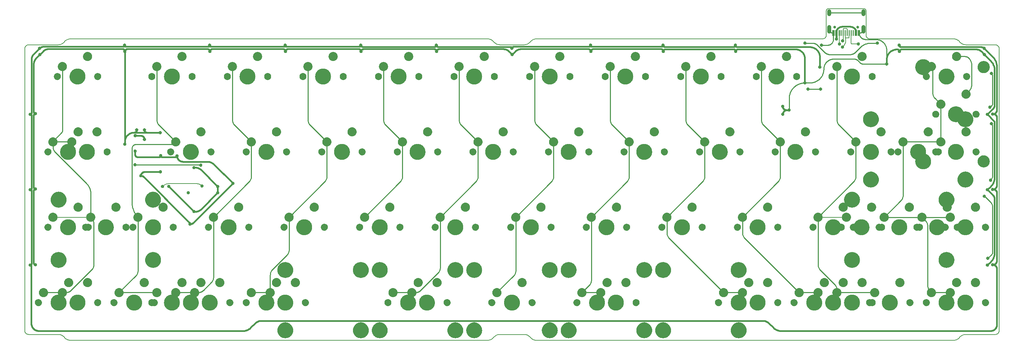
<source format=gbr>
%TF.GenerationSoftware,KiCad,Pcbnew,(7.0.0)*%
%TF.CreationDate,2024-04-22T22:07:44+02:00*%
%TF.ProjectId,forti,666f7274-692e-46b6-9963-61645f706362,rev?*%
%TF.SameCoordinates,Original*%
%TF.FileFunction,Soldermask,Top*%
%TF.FilePolarity,Negative*%
%FSLAX46Y46*%
G04 Gerber Fmt 4.6, Leading zero omitted, Abs format (unit mm)*
G04 Created by KiCad (PCBNEW (7.0.0)) date 2024-04-22 22:07:44*
%MOMM*%
%LPD*%
G01*
G04 APERTURE LIST*
%ADD10C,0.200000*%
%ADD11C,0.381000*%
%ADD12C,0.250000*%
%ADD13C,0.000000*%
%ADD14C,0.600000*%
%ADD15C,1.000000*%
%ADD16C,3.987800*%
%ADD17C,3.048000*%
%ADD18C,0.650000*%
%ADD19R,0.600000X1.450000*%
%ADD20R,0.280000X1.450000*%
%ADD21O,1.000000X2.100000*%
%ADD22O,1.000000X1.600000*%
%ADD23C,1.750000*%
G04 APERTURE END LIST*
D10*
X36269047Y-33121853D02*
X36372338Y-33082702D01*
D11*
X61480939Y-61299775D02*
X61484473Y-61319561D01*
D12*
X262096605Y-36194991D02*
X264258714Y-36194991D01*
X230394817Y-30109038D02*
X230433735Y-30131044D01*
X117970234Y-53303768D02*
X118026659Y-53384044D01*
D11*
X56438155Y-56209677D02*
X56390308Y-56208491D01*
D10*
X154141948Y-32932056D02*
X154234288Y-32871146D01*
D12*
X230103322Y-29831509D02*
X230129137Y-29868235D01*
D11*
X61740016Y-61616073D02*
X61758690Y-61622395D01*
X73861437Y-33570184D02*
X73873261Y-33585360D01*
D12*
X193836673Y-52293283D02*
X193844001Y-52391800D01*
X44456913Y-89471945D02*
X44492035Y-89380926D01*
D13*
G36*
X29904792Y-50243413D02*
G01*
X29925105Y-50244957D01*
X29945124Y-50247501D01*
X29964822Y-50251019D01*
X29984174Y-50255485D01*
X30003156Y-50260875D01*
X30021741Y-50267164D01*
X30039906Y-50274326D01*
X30057624Y-50282336D01*
X30074872Y-50291170D01*
X30091622Y-50300801D01*
X30107852Y-50311206D01*
X30123534Y-50322358D01*
X30138645Y-50334232D01*
X30153159Y-50346805D01*
X30167051Y-50360049D01*
X30180295Y-50373941D01*
X30192867Y-50388454D01*
X30204742Y-50403565D01*
X30215894Y-50419248D01*
X30226299Y-50435477D01*
X30235930Y-50452228D01*
X30244764Y-50469475D01*
X30252774Y-50487193D01*
X30259936Y-50505358D01*
X30266225Y-50523944D01*
X30271615Y-50542925D01*
X30276081Y-50562278D01*
X30279599Y-50581976D01*
X30282143Y-50601994D01*
X30283687Y-50622308D01*
X30284208Y-50642892D01*
X30283687Y-50663476D01*
X30282143Y-50683790D01*
X30279599Y-50703808D01*
X30276081Y-50723506D01*
X30271615Y-50742858D01*
X30266225Y-50761840D01*
X30259936Y-50780426D01*
X30252774Y-50798590D01*
X30244764Y-50816309D01*
X30235930Y-50833556D01*
X30226299Y-50850307D01*
X30215894Y-50866536D01*
X30204742Y-50882219D01*
X30192867Y-50897329D01*
X30180295Y-50911843D01*
X30167051Y-50925735D01*
X30153159Y-50938979D01*
X30138645Y-50951551D01*
X30123534Y-50963426D01*
X30107852Y-50974578D01*
X30091622Y-50984982D01*
X30074872Y-50994614D01*
X30057624Y-51003447D01*
X30039906Y-51011458D01*
X30021741Y-51018620D01*
X30003156Y-51024908D01*
X29984174Y-51030299D01*
X29964822Y-51034765D01*
X29945124Y-51038283D01*
X29925105Y-51040826D01*
X29904792Y-51042371D01*
X29884208Y-51042891D01*
X29863624Y-51042371D01*
X29843310Y-51040826D01*
X29823292Y-51038283D01*
X29803594Y-51034765D01*
X29784242Y-51030299D01*
X29765260Y-51024908D01*
X29746674Y-51018620D01*
X29728510Y-51011458D01*
X29710791Y-51003447D01*
X29693544Y-50994614D01*
X29676793Y-50984982D01*
X29660564Y-50974578D01*
X29644881Y-50963426D01*
X29629771Y-50951551D01*
X29615257Y-50938979D01*
X29601365Y-50925735D01*
X29588121Y-50911843D01*
X29575548Y-50897329D01*
X29563674Y-50882219D01*
X29552521Y-50866536D01*
X29542117Y-50850307D01*
X29532486Y-50833556D01*
X29523652Y-50816309D01*
X29515642Y-50798590D01*
X29508480Y-50780426D01*
X29502191Y-50761840D01*
X29496801Y-50742858D01*
X29492334Y-50723506D01*
X29488817Y-50703808D01*
X29486273Y-50683790D01*
X29484728Y-50663476D01*
X29484208Y-50642892D01*
X29484728Y-50622308D01*
X29486273Y-50601994D01*
X29488817Y-50581976D01*
X29492334Y-50562278D01*
X29496801Y-50542925D01*
X29502191Y-50523944D01*
X29508480Y-50505358D01*
X29515642Y-50487193D01*
X29523652Y-50469475D01*
X29532486Y-50452228D01*
X29542117Y-50435477D01*
X29552521Y-50419248D01*
X29563674Y-50403565D01*
X29575548Y-50388454D01*
X29588121Y-50373941D01*
X29601365Y-50360049D01*
X29615257Y-50346805D01*
X29629771Y-50334232D01*
X29644881Y-50322358D01*
X29660564Y-50311206D01*
X29676793Y-50300801D01*
X29693544Y-50291170D01*
X29710791Y-50282336D01*
X29728510Y-50274326D01*
X29746674Y-50267164D01*
X29765260Y-50260875D01*
X29784242Y-50255485D01*
X29803594Y-50251019D01*
X29823292Y-50247501D01*
X29843310Y-50244957D01*
X29863624Y-50243413D01*
X29884208Y-50242892D01*
X29904792Y-50243413D01*
G37*
D11*
X112041036Y-34611975D02*
X112026499Y-34637254D01*
D12*
X238310202Y-31643455D02*
X238378984Y-31683007D01*
X175067926Y-53221020D02*
X175120226Y-53303772D01*
D10*
X155235686Y-107705527D02*
X155333875Y-107755655D01*
X272833250Y-34085121D02*
X272824816Y-34036789D01*
D11*
X272130779Y-88278147D02*
X272154197Y-88231570D01*
X29756997Y-88846583D02*
X29777592Y-88852298D01*
D12*
X248516468Y-71825797D02*
X248542599Y-71731622D01*
D11*
X65578871Y-61466438D02*
X65588185Y-61539735D01*
X206669695Y-33781080D02*
X206691524Y-33787133D01*
X188089428Y-33401148D02*
X188093104Y-33421733D01*
X270902403Y-37550534D02*
X270792333Y-37422762D01*
X65356706Y-61621622D02*
X65371445Y-61615933D01*
X66159616Y-62490327D02*
X66217038Y-62531160D01*
X65295332Y-61637040D02*
X65310986Y-61634308D01*
X30260146Y-105512275D02*
X30349623Y-105532451D01*
D12*
X174870660Y-52775833D02*
X174901323Y-52868514D01*
D11*
X29464646Y-69367954D02*
X29470483Y-69388511D01*
X235440402Y-28663880D02*
X235343739Y-28647013D01*
X57593851Y-55302433D02*
X57617488Y-55319048D01*
D12*
X150385912Y-91708293D02*
X150454295Y-91636428D01*
X225464998Y-42844459D02*
X225639783Y-42822248D01*
X212970658Y-52775824D02*
X213001321Y-52868505D01*
D11*
X272256609Y-90487491D02*
X272256609Y-103981288D01*
X93045176Y-34528859D02*
X93026272Y-34553122D01*
X29862518Y-69693427D02*
X29840976Y-69695030D01*
D13*
G36*
X271209093Y-88443806D02*
G01*
X271229407Y-88445351D01*
X271249425Y-88447895D01*
X271269123Y-88451412D01*
X271288475Y-88455879D01*
X271307457Y-88461269D01*
X271326042Y-88467558D01*
X271344207Y-88474720D01*
X271361925Y-88482730D01*
X271379172Y-88491564D01*
X271395923Y-88501195D01*
X271412152Y-88511599D01*
X271427834Y-88522751D01*
X271442944Y-88534626D01*
X271457458Y-88547198D01*
X271471349Y-88560443D01*
X271484593Y-88574335D01*
X271497165Y-88588849D01*
X271509040Y-88603959D01*
X271520191Y-88619642D01*
X271530595Y-88635871D01*
X271540227Y-88652622D01*
X271549060Y-88669869D01*
X271557070Y-88687588D01*
X271564232Y-88705753D01*
X271570520Y-88724338D01*
X271575910Y-88743320D01*
X271580376Y-88762673D01*
X271583894Y-88782371D01*
X271586437Y-88802389D01*
X271587982Y-88822703D01*
X271588502Y-88843287D01*
X271587982Y-88863872D01*
X271586437Y-88884186D01*
X271583894Y-88904204D01*
X271580376Y-88923902D01*
X271575910Y-88943255D01*
X271570520Y-88962236D01*
X271564232Y-88980822D01*
X271557070Y-88998987D01*
X271549060Y-89016706D01*
X271540227Y-89033953D01*
X271530595Y-89050704D01*
X271520191Y-89066933D01*
X271509040Y-89082616D01*
X271497165Y-89097726D01*
X271484593Y-89112240D01*
X271471349Y-89126132D01*
X271457458Y-89139377D01*
X271442944Y-89151949D01*
X271427834Y-89163823D01*
X271412152Y-89174976D01*
X271395923Y-89185380D01*
X271379172Y-89195011D01*
X271361925Y-89203845D01*
X271344207Y-89211855D01*
X271326042Y-89219017D01*
X271307457Y-89225306D01*
X271288475Y-89230696D01*
X271269123Y-89235162D01*
X271249425Y-89238680D01*
X271229407Y-89241224D01*
X271209093Y-89242769D01*
X271188509Y-89243289D01*
X271167924Y-89242769D01*
X271147611Y-89241224D01*
X271127592Y-89238680D01*
X271107894Y-89235162D01*
X271088542Y-89230696D01*
X271069560Y-89225306D01*
X271050975Y-89219017D01*
X271032810Y-89211855D01*
X271015092Y-89203845D01*
X270997845Y-89195011D01*
X270981094Y-89185380D01*
X270964865Y-89174976D01*
X270949183Y-89163823D01*
X270934073Y-89151949D01*
X270919559Y-89139377D01*
X270905668Y-89126132D01*
X270892424Y-89112240D01*
X270879852Y-89097726D01*
X270867977Y-89082616D01*
X270856826Y-89066933D01*
X270846422Y-89050704D01*
X270836791Y-89033953D01*
X270827957Y-89016706D01*
X270819947Y-88998987D01*
X270812786Y-88980822D01*
X270806497Y-88962236D01*
X270801107Y-88943255D01*
X270796641Y-88923902D01*
X270793123Y-88904204D01*
X270790580Y-88884186D01*
X270789035Y-88863872D01*
X270788515Y-88843287D01*
X270789035Y-88822703D01*
X270790580Y-88802389D01*
X270793123Y-88782371D01*
X270796641Y-88762673D01*
X270801107Y-88743320D01*
X270806497Y-88724338D01*
X270812786Y-88705753D01*
X270819947Y-88687588D01*
X270827957Y-88669869D01*
X270836791Y-88652622D01*
X270846422Y-88635871D01*
X270856826Y-88619642D01*
X270867977Y-88603959D01*
X270879852Y-88588849D01*
X270892424Y-88574335D01*
X270905668Y-88560443D01*
X270919559Y-88547198D01*
X270934073Y-88534626D01*
X270949183Y-88522751D01*
X270964865Y-88511599D01*
X270981094Y-88501195D01*
X270997845Y-88491564D01*
X271015092Y-88482730D01*
X271032810Y-88474720D01*
X271050975Y-88467558D01*
X271069560Y-88461269D01*
X271088542Y-88455879D01*
X271107894Y-88451412D01*
X271127592Y-88447895D01*
X271147611Y-88445351D01*
X271167924Y-88443806D01*
X271188509Y-88443286D01*
X271209093Y-88443806D01*
G37*
D11*
X30531698Y-105559620D02*
X30623989Y-105566486D01*
D13*
G36*
X145359215Y-58333686D02*
G01*
X145460474Y-58341386D01*
X145560261Y-58354066D01*
X145658450Y-58371601D01*
X145754916Y-58393865D01*
X145849534Y-58420734D01*
X145942179Y-58452081D01*
X146032725Y-58487783D01*
X146121047Y-58527712D01*
X146207020Y-58571745D01*
X146290519Y-58619756D01*
X146371417Y-58671619D01*
X146449591Y-58727209D01*
X146524914Y-58786402D01*
X146597262Y-58849071D01*
X146666508Y-58915092D01*
X146732529Y-58984339D01*
X146795198Y-59056687D01*
X146854390Y-59132010D01*
X146909980Y-59210184D01*
X146961843Y-59291083D01*
X147009854Y-59374581D01*
X147053886Y-59460554D01*
X147093816Y-59548876D01*
X147129517Y-59639423D01*
X147160864Y-59732067D01*
X147187732Y-59826686D01*
X147209996Y-59923152D01*
X147227531Y-60021341D01*
X147240211Y-60121128D01*
X147247911Y-60222386D01*
X147250505Y-60324992D01*
X147247911Y-60427598D01*
X147240211Y-60528857D01*
X147227531Y-60628643D01*
X147209996Y-60726832D01*
X147187732Y-60823299D01*
X147160864Y-60917917D01*
X147129517Y-61010562D01*
X147093816Y-61101108D01*
X147053886Y-61189430D01*
X147009854Y-61275403D01*
X146961843Y-61358902D01*
X146909980Y-61439801D01*
X146854390Y-61517974D01*
X146795198Y-61593298D01*
X146732529Y-61665645D01*
X146666508Y-61734892D01*
X146597262Y-61800913D01*
X146524914Y-61863582D01*
X146449591Y-61922775D01*
X146371417Y-61978365D01*
X146290519Y-62030229D01*
X146207020Y-62078239D01*
X146121047Y-62122272D01*
X146032725Y-62162202D01*
X145942179Y-62197903D01*
X145849534Y-62229251D01*
X145754916Y-62256119D01*
X145658450Y-62278383D01*
X145560261Y-62295918D01*
X145460474Y-62308598D01*
X145359215Y-62316298D01*
X145256609Y-62318892D01*
X145154002Y-62316298D01*
X145052743Y-62308598D01*
X144952957Y-62295918D01*
X144854767Y-62278383D01*
X144758301Y-62256119D01*
X144663683Y-62229251D01*
X144571038Y-62197903D01*
X144480492Y-62162202D01*
X144392170Y-62122272D01*
X144306197Y-62078239D01*
X144222698Y-62030229D01*
X144141800Y-61978365D01*
X144063626Y-61922775D01*
X143988303Y-61863582D01*
X143915955Y-61800913D01*
X143846709Y-61734892D01*
X143780688Y-61665645D01*
X143718019Y-61593298D01*
X143658827Y-61517974D01*
X143603237Y-61439801D01*
X143551374Y-61358902D01*
X143503364Y-61275403D01*
X143459331Y-61189430D01*
X143419402Y-61101108D01*
X143383701Y-61010562D01*
X143352353Y-60917917D01*
X143325485Y-60823299D01*
X143303221Y-60726832D01*
X143285686Y-60628643D01*
X143273006Y-60528857D01*
X143265307Y-60427598D01*
X143262712Y-60324992D01*
X143265307Y-60222386D01*
X143273006Y-60121128D01*
X143285686Y-60021341D01*
X143303221Y-59923152D01*
X143325485Y-59826686D01*
X143352353Y-59732067D01*
X143383701Y-59639423D01*
X143419402Y-59548876D01*
X143459331Y-59460554D01*
X143503364Y-59374581D01*
X143551374Y-59291083D01*
X143603237Y-59210184D01*
X143658827Y-59132010D01*
X143718019Y-59056687D01*
X143780688Y-58984339D01*
X143846709Y-58915092D01*
X143915955Y-58849071D01*
X143988303Y-58786402D01*
X144063626Y-58727209D01*
X144141800Y-58671619D01*
X144222698Y-58619756D01*
X144306197Y-58571745D01*
X144392170Y-58527712D01*
X144480492Y-58487783D01*
X144571038Y-58452081D01*
X144663683Y-58420734D01*
X144758301Y-58393865D01*
X144854767Y-58371601D01*
X144952957Y-58354066D01*
X145052743Y-58341386D01*
X145154002Y-58333686D01*
X145256609Y-58331092D01*
X145359215Y-58333686D01*
G37*
G36*
X245631637Y-59451131D02*
G01*
X245676074Y-59454510D01*
X245719864Y-59460074D01*
X245762952Y-59467769D01*
X245805285Y-59477539D01*
X245846807Y-59489330D01*
X245887463Y-59503087D01*
X245927198Y-59518754D01*
X245965958Y-59536277D01*
X246003686Y-59555600D01*
X246040328Y-59576669D01*
X246075830Y-59599428D01*
X246110135Y-59623824D01*
X246143190Y-59649799D01*
X246174939Y-59677301D01*
X246205328Y-59706274D01*
X246234300Y-59736662D01*
X246261802Y-59768411D01*
X246287778Y-59801465D01*
X246312173Y-59835771D01*
X246334933Y-59871273D01*
X246356002Y-59907915D01*
X246375325Y-59945643D01*
X246392848Y-59984402D01*
X246408515Y-60024138D01*
X246422272Y-60064794D01*
X246434063Y-60106316D01*
X246443833Y-60148649D01*
X246451528Y-60191738D01*
X246457093Y-60235528D01*
X246460472Y-60279965D01*
X246461610Y-60324992D01*
X246460472Y-60370020D01*
X246457093Y-60414456D01*
X246451528Y-60458246D01*
X246443833Y-60501335D01*
X246434063Y-60543668D01*
X246422272Y-60585191D01*
X246408515Y-60625847D01*
X246392848Y-60665582D01*
X246375325Y-60704341D01*
X246356002Y-60742069D01*
X246334933Y-60778712D01*
X246312173Y-60814213D01*
X246287778Y-60848519D01*
X246261802Y-60881574D01*
X246234300Y-60913323D01*
X246205328Y-60943711D01*
X246174939Y-60972683D01*
X246143190Y-61000185D01*
X246110135Y-61026161D01*
X246075830Y-61050556D01*
X246040328Y-61073316D01*
X246003686Y-61094385D01*
X245965958Y-61113708D01*
X245927198Y-61131230D01*
X245887463Y-61146897D01*
X245846807Y-61160654D01*
X245805285Y-61172445D01*
X245762952Y-61182215D01*
X245719864Y-61189910D01*
X245676074Y-61195475D01*
X245631637Y-61198854D01*
X245586610Y-61199992D01*
X245541583Y-61198854D01*
X245497147Y-61195475D01*
X245453357Y-61189910D01*
X245410268Y-61182215D01*
X245367935Y-61172445D01*
X245326413Y-61160654D01*
X245285757Y-61146897D01*
X245246022Y-61131230D01*
X245207263Y-61113708D01*
X245169535Y-61094385D01*
X245132893Y-61073316D01*
X245097391Y-61050556D01*
X245063085Y-61026161D01*
X245030031Y-61000185D01*
X244998281Y-60972683D01*
X244967893Y-60943711D01*
X244938921Y-60913323D01*
X244911419Y-60881574D01*
X244885443Y-60848519D01*
X244861048Y-60814213D01*
X244838288Y-60778712D01*
X244817219Y-60742069D01*
X244797895Y-60704341D01*
X244780373Y-60665582D01*
X244764706Y-60625847D01*
X244750949Y-60585191D01*
X244739158Y-60543668D01*
X244729387Y-60501335D01*
X244721692Y-60458246D01*
X244716128Y-60414456D01*
X244712749Y-60370020D01*
X244711610Y-60324992D01*
X244712749Y-60279965D01*
X244716128Y-60235528D01*
X244721692Y-60191738D01*
X244729387Y-60148649D01*
X244739158Y-60106316D01*
X244750949Y-60064794D01*
X244764706Y-60024138D01*
X244780373Y-59984402D01*
X244797895Y-59945643D01*
X244817219Y-59907915D01*
X244838288Y-59871273D01*
X244861048Y-59835771D01*
X244885443Y-59801465D01*
X244911419Y-59768411D01*
X244938921Y-59736662D01*
X244967893Y-59706274D01*
X244998281Y-59677301D01*
X245030031Y-59649799D01*
X245063085Y-59623824D01*
X245097391Y-59599428D01*
X245132893Y-59576669D01*
X245169535Y-59555600D01*
X245207263Y-59536277D01*
X245246022Y-59518754D01*
X245285757Y-59503087D01*
X245326413Y-59489330D01*
X245367935Y-59477539D01*
X245410268Y-59467769D01*
X245453357Y-59460074D01*
X245497147Y-59454510D01*
X245541583Y-59451131D01*
X245586610Y-59449992D01*
X245631637Y-59451131D01*
G37*
D12*
X271159064Y-48096993D02*
X271160112Y-48054589D01*
D11*
X223834916Y-36640478D02*
X223825722Y-36519572D01*
D12*
X271127626Y-66611966D02*
X271141757Y-66530944D01*
X227455322Y-89870003D02*
X227507623Y-89952756D01*
D11*
X149617056Y-33744201D02*
X149597108Y-33743691D01*
D10*
X153847335Y-33082704D02*
X153948238Y-33037946D01*
D11*
X28840075Y-89162575D02*
X28837819Y-89149642D01*
D13*
G36*
X117693389Y-37586487D02*
G01*
X117751790Y-37590928D01*
X117809343Y-37598241D01*
X117865974Y-37608354D01*
X117921612Y-37621195D01*
X117976184Y-37636692D01*
X118029618Y-37654772D01*
X118081841Y-37675363D01*
X118132782Y-37698393D01*
X118182367Y-37723789D01*
X118230526Y-37751480D01*
X118277185Y-37781392D01*
X118322273Y-37813454D01*
X118365716Y-37847594D01*
X118407444Y-37883739D01*
X118447383Y-37921817D01*
X118485461Y-37961756D01*
X118521606Y-38003483D01*
X118555746Y-38046927D01*
X118587808Y-38092014D01*
X118617721Y-38138673D01*
X118645412Y-38186832D01*
X118670808Y-38236417D01*
X118693838Y-38287358D01*
X118714429Y-38339581D01*
X118732510Y-38393015D01*
X118748006Y-38447587D01*
X118760848Y-38503225D01*
X118770961Y-38559856D01*
X118778274Y-38617409D01*
X118782715Y-38675811D01*
X118784212Y-38734990D01*
X118782715Y-38794169D01*
X118778274Y-38852571D01*
X118770961Y-38910124D01*
X118760848Y-38966755D01*
X118748006Y-39022393D01*
X118732510Y-39076965D01*
X118714429Y-39130399D01*
X118693838Y-39182622D01*
X118670808Y-39233563D01*
X118645412Y-39283149D01*
X118617721Y-39331307D01*
X118587808Y-39377966D01*
X118555746Y-39423054D01*
X118521606Y-39466497D01*
X118485461Y-39508224D01*
X118447383Y-39548163D01*
X118407444Y-39586241D01*
X118365716Y-39622386D01*
X118322273Y-39656526D01*
X118277185Y-39688588D01*
X118230526Y-39718501D01*
X118182367Y-39746191D01*
X118132782Y-39771587D01*
X118081841Y-39794617D01*
X118029618Y-39815208D01*
X117976184Y-39833288D01*
X117921612Y-39848785D01*
X117865974Y-39861626D01*
X117809343Y-39871739D01*
X117751790Y-39879052D01*
X117693389Y-39883493D01*
X117634210Y-39884990D01*
X117575032Y-39883493D01*
X117516630Y-39879052D01*
X117459077Y-39871739D01*
X117402446Y-39861626D01*
X117346808Y-39848785D01*
X117292236Y-39833288D01*
X117238803Y-39815208D01*
X117186579Y-39794617D01*
X117135639Y-39771587D01*
X117086053Y-39746191D01*
X117037894Y-39718501D01*
X116991235Y-39688588D01*
X116946148Y-39656526D01*
X116902704Y-39622386D01*
X116860977Y-39586241D01*
X116821038Y-39548163D01*
X116782960Y-39508224D01*
X116746814Y-39466497D01*
X116712674Y-39423054D01*
X116680612Y-39377966D01*
X116650699Y-39331307D01*
X116623008Y-39283149D01*
X116597612Y-39233563D01*
X116574582Y-39182622D01*
X116553991Y-39130399D01*
X116535911Y-39076965D01*
X116520414Y-39022393D01*
X116507573Y-38966755D01*
X116497459Y-38910124D01*
X116490146Y-38852571D01*
X116485705Y-38794169D01*
X116484209Y-38734990D01*
X116485705Y-38675811D01*
X116490146Y-38617409D01*
X116497459Y-38559856D01*
X116507573Y-38503225D01*
X116520414Y-38447587D01*
X116535911Y-38393015D01*
X116553991Y-38339581D01*
X116574582Y-38287358D01*
X116597612Y-38236417D01*
X116623008Y-38186832D01*
X116650699Y-38138673D01*
X116680612Y-38092014D01*
X116712674Y-38046927D01*
X116746814Y-38003483D01*
X116782960Y-37961756D01*
X116821038Y-37921817D01*
X116860977Y-37883739D01*
X116902704Y-37847594D01*
X116946148Y-37813454D01*
X116991235Y-37781392D01*
X117037894Y-37751480D01*
X117086053Y-37723789D01*
X117135639Y-37698393D01*
X117186579Y-37675363D01*
X117238803Y-37654772D01*
X117292236Y-37636692D01*
X117346808Y-37621195D01*
X117402446Y-37608354D01*
X117459077Y-37598241D01*
X117516630Y-37590928D01*
X117575032Y-37586487D01*
X117634210Y-37584990D01*
X117693389Y-37586487D01*
G37*
D11*
X206343182Y-33383342D02*
X206345994Y-33405992D01*
D12*
X213036447Y-52959527D02*
X213075968Y-53048728D01*
D11*
X188221559Y-33646902D02*
X188236726Y-33660040D01*
X271325777Y-69803521D02*
X271378560Y-69794312D01*
X73298577Y-34312104D02*
X73268243Y-34309847D01*
D13*
G36*
X223882394Y-32617351D02*
G01*
X223892551Y-32618124D01*
X223902561Y-32619396D01*
X223912410Y-32621154D01*
X223922086Y-32623388D01*
X223931576Y-32626083D01*
X223940869Y-32629227D01*
X223949951Y-32632808D01*
X223958811Y-32636813D01*
X223967434Y-32641230D01*
X223975809Y-32646046D01*
X223983924Y-32651248D01*
X223991765Y-32656824D01*
X223999320Y-32662761D01*
X224006577Y-32669047D01*
X224013523Y-32675670D01*
X224020145Y-32682615D01*
X224026431Y-32689872D01*
X224032368Y-32697428D01*
X224037944Y-32705269D01*
X224043146Y-32713384D01*
X224047961Y-32721759D01*
X224052378Y-32730383D01*
X224056383Y-32739242D01*
X224059964Y-32748324D01*
X224063108Y-32757617D01*
X224065803Y-32767108D01*
X224068036Y-32776784D01*
X224069795Y-32786633D01*
X224071067Y-32796642D01*
X224071839Y-32806799D01*
X224072099Y-32817091D01*
X224071839Y-32827383D01*
X224071067Y-32837540D01*
X224069795Y-32847549D01*
X224068036Y-32857398D01*
X224065803Y-32867074D01*
X224063108Y-32876565D01*
X224059964Y-32885858D01*
X224056383Y-32894940D01*
X224052378Y-32903799D01*
X224047961Y-32912423D01*
X224043146Y-32920798D01*
X224037944Y-32928913D01*
X224032368Y-32936754D01*
X224026431Y-32944310D01*
X224020145Y-32951567D01*
X224013523Y-32958512D01*
X224006577Y-32965135D01*
X223999320Y-32971421D01*
X223991765Y-32977358D01*
X223983924Y-32982934D01*
X223975809Y-32988136D01*
X223967434Y-32992952D01*
X223958811Y-32997369D01*
X223949951Y-33001374D01*
X223940869Y-33004955D01*
X223931576Y-33008099D01*
X223922086Y-33010794D01*
X223912410Y-33013028D01*
X223902561Y-33014786D01*
X223892551Y-33016058D01*
X223882394Y-33016831D01*
X223872102Y-33017091D01*
X223861810Y-33016831D01*
X223851653Y-33016058D01*
X223841644Y-33014786D01*
X223831795Y-33013028D01*
X223822119Y-33010794D01*
X223812628Y-33008099D01*
X223803335Y-33004955D01*
X223794253Y-33001374D01*
X223785394Y-32997369D01*
X223776771Y-32992952D01*
X223768395Y-32988136D01*
X223760281Y-32982934D01*
X223752440Y-32977358D01*
X223744884Y-32971421D01*
X223737628Y-32965135D01*
X223730682Y-32958512D01*
X223724060Y-32951567D01*
X223717774Y-32944310D01*
X223711837Y-32936754D01*
X223706261Y-32928913D01*
X223701059Y-32920798D01*
X223696243Y-32912423D01*
X223691827Y-32903799D01*
X223687822Y-32894940D01*
X223684241Y-32885858D01*
X223681097Y-32876565D01*
X223678402Y-32867074D01*
X223676168Y-32857398D01*
X223674410Y-32847549D01*
X223673138Y-32837540D01*
X223672366Y-32827383D01*
X223672105Y-32817091D01*
X223672366Y-32806799D01*
X223673138Y-32796642D01*
X223674410Y-32786633D01*
X223676168Y-32776784D01*
X223678402Y-32767108D01*
X223681097Y-32757617D01*
X223684241Y-32748324D01*
X223687822Y-32739242D01*
X223691827Y-32730383D01*
X223696243Y-32721759D01*
X223701059Y-32713384D01*
X223706261Y-32705269D01*
X223711837Y-32697428D01*
X223717774Y-32689872D01*
X223724060Y-32682615D01*
X223730682Y-32675670D01*
X223737628Y-32669047D01*
X223744884Y-32662761D01*
X223752440Y-32656824D01*
X223760281Y-32651248D01*
X223768395Y-32646046D01*
X223776771Y-32641230D01*
X223785394Y-32636813D01*
X223794253Y-32632808D01*
X223803335Y-32629227D01*
X223812628Y-32626083D01*
X223822119Y-32623388D01*
X223831795Y-32621154D01*
X223841644Y-32619396D01*
X223851653Y-32618124D01*
X223861810Y-32617351D01*
X223872102Y-32617091D01*
X223882394Y-32617351D01*
G37*
D11*
X29456087Y-37894422D02*
X29448763Y-37992920D01*
D13*
G36*
X209748320Y-92583979D02*
G01*
X209787017Y-92586922D01*
X209825152Y-92591768D01*
X209862676Y-92598469D01*
X209899542Y-92606978D01*
X209935702Y-92617246D01*
X209971107Y-92629226D01*
X210005710Y-92642870D01*
X210039464Y-92658130D01*
X210072319Y-92674958D01*
X210104229Y-92693306D01*
X210135146Y-92713127D01*
X210165021Y-92734372D01*
X210193807Y-92756993D01*
X210221455Y-92780943D01*
X210247919Y-92806174D01*
X210273149Y-92832638D01*
X210297099Y-92860287D01*
X210319720Y-92889073D01*
X210340965Y-92918949D01*
X210360785Y-92949865D01*
X210379133Y-92981776D01*
X210395961Y-93014632D01*
X210411220Y-93048385D01*
X210424864Y-93082989D01*
X210436844Y-93118395D01*
X210447112Y-93154554D01*
X210455620Y-93191420D01*
X210462321Y-93228945D01*
X210467167Y-93267079D01*
X210470110Y-93305777D01*
X210471101Y-93344989D01*
X210470110Y-93384201D01*
X210467167Y-93422898D01*
X210462321Y-93461033D01*
X210455620Y-93498557D01*
X210447112Y-93535423D01*
X210436844Y-93571583D01*
X210424864Y-93606989D01*
X210411220Y-93641592D01*
X210395961Y-93675346D01*
X210379133Y-93708202D01*
X210360785Y-93740112D01*
X210340965Y-93771029D01*
X210319720Y-93800904D01*
X210297099Y-93829691D01*
X210273149Y-93857339D01*
X210247919Y-93883803D01*
X210221455Y-93909034D01*
X210193807Y-93932985D01*
X210165021Y-93955606D01*
X210135146Y-93976851D01*
X210104229Y-93996671D01*
X210072319Y-94015020D01*
X210039464Y-94031848D01*
X210005710Y-94047107D01*
X209971107Y-94060751D01*
X209935702Y-94072731D01*
X209899542Y-94083000D01*
X209862676Y-94091509D01*
X209825152Y-94098210D01*
X209787017Y-94103056D01*
X209748320Y-94105998D01*
X209709108Y-94106990D01*
X209669896Y-94105998D01*
X209631199Y-94103056D01*
X209593064Y-94098210D01*
X209555540Y-94091509D01*
X209518674Y-94083000D01*
X209482514Y-94072731D01*
X209447109Y-94060751D01*
X209412506Y-94047107D01*
X209378752Y-94031848D01*
X209345897Y-94015020D01*
X209313987Y-93996671D01*
X209283070Y-93976851D01*
X209253195Y-93955606D01*
X209224409Y-93932985D01*
X209196761Y-93909034D01*
X209170297Y-93883803D01*
X209145067Y-93857339D01*
X209121117Y-93829691D01*
X209098496Y-93800904D01*
X209077251Y-93771029D01*
X209057431Y-93740112D01*
X209039083Y-93708202D01*
X209022255Y-93675346D01*
X209006996Y-93641592D01*
X208993352Y-93606989D01*
X208981372Y-93571583D01*
X208971104Y-93535423D01*
X208962596Y-93498557D01*
X208955894Y-93461033D01*
X208951049Y-93422898D01*
X208948106Y-93384201D01*
X208947115Y-93344989D01*
X208948106Y-93305777D01*
X208951049Y-93267079D01*
X208955894Y-93228945D01*
X208962596Y-93191420D01*
X208971104Y-93154554D01*
X208981372Y-93118395D01*
X208993352Y-93082989D01*
X209006996Y-93048385D01*
X209022255Y-93014632D01*
X209039083Y-92981776D01*
X209057431Y-92949865D01*
X209077251Y-92918949D01*
X209098496Y-92889073D01*
X209121117Y-92860287D01*
X209145067Y-92832638D01*
X209170297Y-92806174D01*
X209196761Y-92780943D01*
X209224409Y-92756993D01*
X209253195Y-92734372D01*
X209283070Y-92713127D01*
X209313987Y-92693306D01*
X209345897Y-92674958D01*
X209378752Y-92658130D01*
X209412506Y-92642870D01*
X209447109Y-92629226D01*
X209482514Y-92617246D01*
X209518674Y-92606978D01*
X209555540Y-92598469D01*
X209593064Y-92591768D01*
X209631199Y-92586922D01*
X209669896Y-92583979D01*
X209709108Y-92582988D01*
X209748320Y-92583979D01*
G37*
D12*
X103260190Y-67063247D02*
X103286317Y-66969079D01*
D11*
X232381009Y-28961126D02*
X232300732Y-29017551D01*
D12*
X178960908Y-67895789D02*
X170021608Y-76835090D01*
D11*
X188156661Y-34864817D02*
X188154383Y-34894704D01*
D12*
X117786452Y-52959533D02*
X117825974Y-53048734D01*
D13*
G36*
X135810032Y-103887972D02*
G01*
X135887427Y-103893857D01*
X135963697Y-103903549D01*
X136038746Y-103916952D01*
X136112479Y-103933969D01*
X136184798Y-103954505D01*
X136255610Y-103978465D01*
X136324817Y-104005753D01*
X136392325Y-104036272D01*
X136458037Y-104069928D01*
X136521857Y-104106624D01*
X136583691Y-104146265D01*
X136643441Y-104188755D01*
X136701014Y-104233997D01*
X136756311Y-104281898D01*
X136809239Y-104332359D01*
X136859701Y-104385287D01*
X136907601Y-104440585D01*
X136952844Y-104498157D01*
X136995333Y-104557907D01*
X137034974Y-104619741D01*
X137071670Y-104683562D01*
X137105326Y-104749274D01*
X137135845Y-104816781D01*
X137163133Y-104885989D01*
X137187093Y-104956800D01*
X137207629Y-105029120D01*
X137224647Y-105102852D01*
X137238049Y-105177901D01*
X137247741Y-105254171D01*
X137253626Y-105331566D01*
X137255609Y-105409991D01*
X137253626Y-105488416D01*
X137247741Y-105565812D01*
X137238049Y-105642082D01*
X137224647Y-105717131D01*
X137207629Y-105790863D01*
X137187093Y-105863183D01*
X137163133Y-105933994D01*
X137135845Y-106003201D01*
X137105326Y-106070709D01*
X137071670Y-106136421D01*
X137034974Y-106200241D01*
X136995333Y-106262075D01*
X136952844Y-106321826D01*
X136907601Y-106379398D01*
X136859701Y-106434696D01*
X136809239Y-106487623D01*
X136756311Y-106538085D01*
X136701014Y-106585985D01*
X136643441Y-106631228D01*
X136583691Y-106673718D01*
X136521857Y-106713358D01*
X136458037Y-106750054D01*
X136392325Y-106783710D01*
X136324817Y-106814230D01*
X136255610Y-106841517D01*
X136184798Y-106865477D01*
X136112479Y-106886014D01*
X136038746Y-106903031D01*
X135963697Y-106916433D01*
X135887427Y-106926125D01*
X135810032Y-106932010D01*
X135731607Y-106933993D01*
X135653182Y-106932010D01*
X135575787Y-106926125D01*
X135499517Y-106916433D01*
X135424468Y-106903031D01*
X135350735Y-106886014D01*
X135278416Y-106865477D01*
X135207604Y-106841517D01*
X135138397Y-106814230D01*
X135070889Y-106783710D01*
X135005177Y-106750054D01*
X134941357Y-106713358D01*
X134879523Y-106673718D01*
X134819773Y-106631228D01*
X134762200Y-106585985D01*
X134706903Y-106538085D01*
X134653975Y-106487623D01*
X134603513Y-106434696D01*
X134555613Y-106379398D01*
X134510370Y-106321826D01*
X134467881Y-106262075D01*
X134428240Y-106200241D01*
X134391544Y-106136421D01*
X134357888Y-106070709D01*
X134327369Y-106003201D01*
X134300081Y-105933994D01*
X134276121Y-105863183D01*
X134255585Y-105790863D01*
X134238567Y-105717131D01*
X134225165Y-105642082D01*
X134215473Y-105565812D01*
X134209588Y-105488416D01*
X134207605Y-105409991D01*
X134209588Y-105331566D01*
X134215473Y-105254171D01*
X134225165Y-105177901D01*
X134238567Y-105102852D01*
X134255585Y-105029120D01*
X134276121Y-104956800D01*
X134300081Y-104885989D01*
X134327369Y-104816781D01*
X134357888Y-104749274D01*
X134391544Y-104683562D01*
X134428240Y-104619741D01*
X134467881Y-104557907D01*
X134510370Y-104498157D01*
X134555613Y-104440585D01*
X134603513Y-104385287D01*
X134653975Y-104332359D01*
X134706903Y-104281898D01*
X134762200Y-104233997D01*
X134819773Y-104188755D01*
X134879523Y-104146265D01*
X134941357Y-104106624D01*
X135005177Y-104069928D01*
X135070889Y-104036272D01*
X135138397Y-104005753D01*
X135207604Y-103978465D01*
X135278416Y-103954505D01*
X135350735Y-103933969D01*
X135424468Y-103916952D01*
X135499517Y-103903549D01*
X135575787Y-103893857D01*
X135653182Y-103887972D01*
X135731607Y-103885989D01*
X135810032Y-103887972D01*
G37*
D11*
X271293977Y-88848504D02*
X271241369Y-88844595D01*
X130883701Y-34563900D02*
X130865782Y-34541098D01*
X73850594Y-34864116D02*
X73846857Y-34834041D01*
D10*
X154408321Y-106968467D02*
X154322903Y-106897505D01*
D11*
X52483507Y-34656535D02*
X52471103Y-34683964D01*
D12*
X54237134Y-59292168D02*
X54233378Y-59341501D01*
D11*
X150945271Y-34830702D02*
X150873407Y-34899091D01*
D10*
X145470210Y-32576998D02*
X145547867Y-32657888D01*
D12*
X238345597Y-33452324D02*
X238194223Y-33558722D01*
X236782207Y-36953096D02*
X236708631Y-36924696D01*
D11*
X56451337Y-66252364D02*
X56447503Y-66302793D01*
D10*
X229094897Y-31304891D02*
X229121047Y-31263514D01*
D12*
X230774162Y-30234324D02*
X230819225Y-30237672D01*
X36497876Y-55440204D02*
X36521078Y-55410416D01*
D11*
X29677747Y-50695162D02*
X29659608Y-50705590D01*
X65310986Y-61634308D02*
X65326450Y-61630821D01*
X218314981Y-49094077D02*
X218329484Y-49136937D01*
X169878145Y-34772151D02*
X169869902Y-34743129D01*
X57389792Y-55027651D02*
X57400136Y-55054452D01*
X112495586Y-34324417D02*
X112465375Y-34328261D01*
X29777591Y-69706081D02*
X29756996Y-69711797D01*
D10*
X234954069Y-31484315D02*
X234959053Y-31481806D01*
D12*
X248593125Y-71441778D02*
X248600452Y-71343270D01*
X256637605Y-46769691D02*
X258127901Y-48259992D01*
D11*
X247748332Y-34674688D02*
X247736732Y-34697329D01*
D12*
X98775971Y-53048734D02*
X98819821Y-53135949D01*
X230055109Y-37073526D02*
X229944345Y-37129215D01*
D10*
X234963915Y-31479054D02*
X234968645Y-31476062D01*
D12*
X226592094Y-33027873D02*
X226514649Y-32988940D01*
X236323309Y-36837912D02*
X236243684Y-36831982D01*
D13*
G36*
X176410826Y-73533980D02*
G01*
X176449523Y-73536923D01*
X176487658Y-73541769D01*
X176525182Y-73548470D01*
X176562048Y-73556978D01*
X176598208Y-73567247D01*
X176633613Y-73579227D01*
X176668216Y-73592870D01*
X176701970Y-73608130D01*
X176734825Y-73624958D01*
X176766735Y-73643306D01*
X176797652Y-73663126D01*
X176827527Y-73684371D01*
X176856313Y-73706993D01*
X176883961Y-73730943D01*
X176910425Y-73756174D01*
X176935655Y-73782637D01*
X176959605Y-73810286D01*
X176982226Y-73839072D01*
X177003471Y-73868948D01*
X177023291Y-73899864D01*
X177041639Y-73931775D01*
X177058467Y-73964631D01*
X177073726Y-73998385D01*
X177087370Y-74032988D01*
X177099350Y-74068394D01*
X177109618Y-74104554D01*
X177118126Y-74141420D01*
X177124828Y-74178944D01*
X177129673Y-74217079D01*
X177132616Y-74255777D01*
X177133607Y-74294990D01*
X177132616Y-74334202D01*
X177129673Y-74372900D01*
X177124828Y-74411035D01*
X177118126Y-74448559D01*
X177109618Y-74485425D01*
X177099350Y-74521585D01*
X177087370Y-74556991D01*
X177073726Y-74591595D01*
X177058467Y-74625348D01*
X177041639Y-74658204D01*
X177023291Y-74690115D01*
X177003471Y-74721031D01*
X176982226Y-74750907D01*
X176959605Y-74779693D01*
X176935655Y-74807342D01*
X176910425Y-74833806D01*
X176883961Y-74859036D01*
X176856313Y-74882987D01*
X176827527Y-74905608D01*
X176797652Y-74926853D01*
X176766735Y-74946673D01*
X176734825Y-74965021D01*
X176701970Y-74981849D01*
X176668216Y-74997109D01*
X176633613Y-75010753D01*
X176598208Y-75022733D01*
X176562048Y-75033001D01*
X176525182Y-75041509D01*
X176487658Y-75048211D01*
X176449523Y-75053056D01*
X176410826Y-75055999D01*
X176371614Y-75056991D01*
X176332402Y-75055999D01*
X176293705Y-75053056D01*
X176255570Y-75048211D01*
X176218046Y-75041509D01*
X176181180Y-75033001D01*
X176145021Y-75022733D01*
X176109615Y-75010753D01*
X176075012Y-74997109D01*
X176041258Y-74981849D01*
X176008403Y-74965021D01*
X175976493Y-74946673D01*
X175945576Y-74926853D01*
X175915701Y-74905608D01*
X175886915Y-74882987D01*
X175859267Y-74859036D01*
X175832803Y-74833806D01*
X175807573Y-74807342D01*
X175783623Y-74779693D01*
X175761002Y-74750907D01*
X175739757Y-74721031D01*
X175719937Y-74690115D01*
X175701589Y-74658204D01*
X175684761Y-74625348D01*
X175669502Y-74591595D01*
X175655858Y-74556991D01*
X175643878Y-74521585D01*
X175633610Y-74485425D01*
X175625102Y-74448559D01*
X175618401Y-74411035D01*
X175613555Y-74372900D01*
X175610612Y-74334202D01*
X175609621Y-74294990D01*
X175610612Y-74255777D01*
X175613555Y-74217079D01*
X175618401Y-74178944D01*
X175625102Y-74141420D01*
X175633610Y-74104554D01*
X175643878Y-74068394D01*
X175655858Y-74032988D01*
X175669502Y-73998385D01*
X175684761Y-73964631D01*
X175701589Y-73931775D01*
X175719937Y-73899864D01*
X175739757Y-73868948D01*
X175761002Y-73839072D01*
X175783623Y-73810286D01*
X175807573Y-73782637D01*
X175832803Y-73756174D01*
X175859267Y-73730943D01*
X175886915Y-73706993D01*
X175915701Y-73684371D01*
X175945576Y-73663126D01*
X175976493Y-73643306D01*
X176008403Y-73624958D01*
X176041258Y-73608130D01*
X176075012Y-73592870D01*
X176109615Y-73579227D01*
X176145021Y-73567247D01*
X176181180Y-73556978D01*
X176218046Y-73548470D01*
X176255570Y-73541769D01*
X176293705Y-73536923D01*
X176332402Y-73533980D01*
X176371614Y-73532989D01*
X176410826Y-73533980D01*
G37*
D11*
X73579819Y-33679074D02*
X73596286Y-33669759D01*
D12*
X238410003Y-29868215D02*
X238435817Y-29831484D01*
D11*
X74911409Y-63518992D02*
X79670808Y-68278491D01*
D12*
X230250471Y-30002145D02*
X230284708Y-30031637D01*
D13*
G36*
X35446635Y-40401130D02*
G01*
X35491072Y-40404509D01*
X35534862Y-40410073D01*
X35577951Y-40417768D01*
X35620284Y-40427538D01*
X35661806Y-40439329D01*
X35702462Y-40453086D01*
X35742197Y-40468753D01*
X35780957Y-40486275D01*
X35818685Y-40505599D01*
X35855327Y-40526668D01*
X35890829Y-40549427D01*
X35925134Y-40573822D01*
X35958189Y-40599798D01*
X35989938Y-40627300D01*
X36020326Y-40656272D01*
X36049299Y-40686661D01*
X36076800Y-40718410D01*
X36102776Y-40751464D01*
X36127172Y-40785770D01*
X36149931Y-40821271D01*
X36171000Y-40857914D01*
X36190323Y-40895642D01*
X36207846Y-40934401D01*
X36223513Y-40974136D01*
X36237270Y-41014793D01*
X36249061Y-41056315D01*
X36258831Y-41098648D01*
X36266526Y-41141737D01*
X36272091Y-41185527D01*
X36275470Y-41229964D01*
X36276608Y-41274991D01*
X36275470Y-41320018D01*
X36272091Y-41364455D01*
X36266526Y-41408245D01*
X36258831Y-41451334D01*
X36249061Y-41493667D01*
X36237270Y-41535189D01*
X36223513Y-41575846D01*
X36207846Y-41615581D01*
X36190323Y-41654340D01*
X36171000Y-41692068D01*
X36149931Y-41728711D01*
X36127172Y-41764212D01*
X36102776Y-41798518D01*
X36076800Y-41831572D01*
X36049299Y-41863321D01*
X36020326Y-41893710D01*
X35989938Y-41922682D01*
X35958189Y-41950184D01*
X35925134Y-41976160D01*
X35890829Y-42000555D01*
X35855327Y-42023314D01*
X35818685Y-42044383D01*
X35780957Y-42063707D01*
X35742197Y-42081229D01*
X35702462Y-42096896D01*
X35661806Y-42110653D01*
X35620284Y-42122444D01*
X35577951Y-42132214D01*
X35534862Y-42139909D01*
X35491072Y-42145474D01*
X35446635Y-42148852D01*
X35401608Y-42149991D01*
X35356581Y-42148852D01*
X35312144Y-42145474D01*
X35268354Y-42139909D01*
X35225265Y-42132214D01*
X35182932Y-42122444D01*
X35141410Y-42110653D01*
X35100754Y-42096896D01*
X35061019Y-42081229D01*
X35022260Y-42063707D01*
X34984531Y-42044383D01*
X34947889Y-42023314D01*
X34912387Y-42000555D01*
X34878082Y-41976160D01*
X34845027Y-41950184D01*
X34813278Y-41922682D01*
X34782890Y-41893710D01*
X34753917Y-41863321D01*
X34726416Y-41831572D01*
X34700440Y-41798518D01*
X34676044Y-41764212D01*
X34653285Y-41728711D01*
X34632216Y-41692068D01*
X34612893Y-41654340D01*
X34595370Y-41615581D01*
X34579703Y-41575846D01*
X34565946Y-41535189D01*
X34554155Y-41493667D01*
X34544385Y-41451334D01*
X34536690Y-41408245D01*
X34531126Y-41364455D01*
X34527747Y-41320018D01*
X34526608Y-41274991D01*
X34527747Y-41229964D01*
X34531126Y-41185527D01*
X34536690Y-41141737D01*
X34544385Y-41098648D01*
X34554155Y-41056315D01*
X34565946Y-41014793D01*
X34579703Y-40974136D01*
X34595370Y-40934401D01*
X34612893Y-40895642D01*
X34632216Y-40857914D01*
X34653285Y-40821271D01*
X34676044Y-40785770D01*
X34700440Y-40751464D01*
X34726416Y-40718410D01*
X34753917Y-40686661D01*
X34782890Y-40656272D01*
X34813278Y-40627300D01*
X34845027Y-40599798D01*
X34878082Y-40573822D01*
X34912387Y-40549427D01*
X34947889Y-40526668D01*
X34984531Y-40505599D01*
X35022260Y-40486275D01*
X35061019Y-40468753D01*
X35100754Y-40453086D01*
X35141410Y-40439329D01*
X35182932Y-40427538D01*
X35225265Y-40417768D01*
X35268354Y-40410073D01*
X35312144Y-40404509D01*
X35356581Y-40401130D01*
X35401608Y-40399991D01*
X35446635Y-40401130D01*
G37*
G36*
X31001400Y-35519051D02*
G01*
X31011557Y-35519824D01*
X31021566Y-35521096D01*
X31031415Y-35522854D01*
X31041091Y-35525088D01*
X31050582Y-35527783D01*
X31059875Y-35530927D01*
X31068957Y-35534508D01*
X31077816Y-35538513D01*
X31086440Y-35542930D01*
X31094815Y-35547746D01*
X31102930Y-35552948D01*
X31110771Y-35558524D01*
X31118327Y-35564461D01*
X31125583Y-35570747D01*
X31132529Y-35577370D01*
X31139152Y-35584315D01*
X31145438Y-35591572D01*
X31151375Y-35599128D01*
X31156951Y-35606969D01*
X31162153Y-35615084D01*
X31166969Y-35623459D01*
X31171386Y-35632083D01*
X31175391Y-35640942D01*
X31178972Y-35650024D01*
X31182116Y-35659317D01*
X31184811Y-35668808D01*
X31187045Y-35678484D01*
X31188803Y-35688333D01*
X31190075Y-35698342D01*
X31190848Y-35708499D01*
X31191108Y-35718791D01*
X31190848Y-35729083D01*
X31190075Y-35739240D01*
X31188803Y-35749249D01*
X31187045Y-35759098D01*
X31184811Y-35768774D01*
X31182116Y-35778265D01*
X31178972Y-35787558D01*
X31175391Y-35796640D01*
X31171386Y-35805499D01*
X31166969Y-35814123D01*
X31162153Y-35822498D01*
X31156951Y-35830613D01*
X31151375Y-35838454D01*
X31145438Y-35846010D01*
X31139152Y-35853267D01*
X31132529Y-35860212D01*
X31125583Y-35866835D01*
X31118327Y-35873121D01*
X31110771Y-35879058D01*
X31102930Y-35884634D01*
X31094815Y-35889836D01*
X31086440Y-35894652D01*
X31077816Y-35899069D01*
X31068957Y-35903074D01*
X31059875Y-35906655D01*
X31050582Y-35909799D01*
X31041091Y-35912494D01*
X31031415Y-35914728D01*
X31021566Y-35916486D01*
X31011557Y-35917758D01*
X31001400Y-35918531D01*
X30991108Y-35918791D01*
X30980816Y-35918531D01*
X30970659Y-35917758D01*
X30960650Y-35916486D01*
X30950801Y-35914728D01*
X30941125Y-35912494D01*
X30931634Y-35909799D01*
X30922341Y-35906655D01*
X30913259Y-35903074D01*
X30904400Y-35899069D01*
X30895776Y-35894652D01*
X30887401Y-35889836D01*
X30879286Y-35884634D01*
X30871445Y-35879058D01*
X30863890Y-35873121D01*
X30856633Y-35866835D01*
X30849687Y-35860212D01*
X30843064Y-35853267D01*
X30836778Y-35846010D01*
X30830841Y-35838454D01*
X30825265Y-35830613D01*
X30820063Y-35822498D01*
X30815247Y-35814123D01*
X30810830Y-35805499D01*
X30806825Y-35796640D01*
X30803244Y-35787558D01*
X30800100Y-35778265D01*
X30797405Y-35768774D01*
X30795171Y-35759098D01*
X30793413Y-35749249D01*
X30792141Y-35739240D01*
X30791368Y-35729083D01*
X30791108Y-35718791D01*
X30791368Y-35708499D01*
X30792141Y-35698342D01*
X30793413Y-35688333D01*
X30795171Y-35678484D01*
X30797405Y-35668808D01*
X30800100Y-35659317D01*
X30803244Y-35650024D01*
X30806825Y-35640942D01*
X30810830Y-35632083D01*
X30815247Y-35623459D01*
X30820063Y-35615084D01*
X30825265Y-35606969D01*
X30830841Y-35599128D01*
X30836778Y-35591572D01*
X30843064Y-35584315D01*
X30849687Y-35577370D01*
X30856633Y-35570747D01*
X30863890Y-35564461D01*
X30871445Y-35558524D01*
X30879286Y-35552948D01*
X30887401Y-35547746D01*
X30895776Y-35542930D01*
X30904400Y-35538513D01*
X30913259Y-35534508D01*
X30922341Y-35530927D01*
X30931634Y-35527783D01*
X30941125Y-35525088D01*
X30950801Y-35522854D01*
X30960650Y-35521096D01*
X30970659Y-35519824D01*
X30980816Y-35519051D01*
X30991108Y-35518791D01*
X31001400Y-35519051D01*
G37*
D11*
X271346138Y-88854978D02*
X271293977Y-88848504D01*
X271974081Y-69456382D02*
X272009284Y-69415520D01*
X73473397Y-34355973D02*
X73445368Y-34345155D01*
X150230990Y-33762571D02*
X150213192Y-33770458D01*
X74527792Y-63204455D02*
X74423574Y-63138590D01*
D10*
X262372249Y-32050767D02*
X262276822Y-31995137D01*
D12*
X270962729Y-73421188D02*
X270922407Y-73349892D01*
X254522800Y-78077774D02*
X254470499Y-77995021D01*
D11*
X130737496Y-34424523D02*
X130713006Y-34408821D01*
D12*
X271109649Y-73801904D02*
X271087747Y-73722989D01*
X265577113Y-37199135D02*
X265509814Y-37080138D01*
D11*
X170052351Y-33691041D02*
X170069789Y-33698763D01*
X245404024Y-34973989D02*
X245309156Y-35055719D01*
X111364192Y-34304305D02*
X111332208Y-34303491D01*
D10*
X145715009Y-32805072D02*
X145804027Y-32871144D01*
D13*
G36*
X269444137Y-97551129D02*
G01*
X269488574Y-97554508D01*
X269532364Y-97560073D01*
X269575452Y-97567768D01*
X269617785Y-97577538D01*
X269659307Y-97589329D01*
X269699963Y-97603086D01*
X269739698Y-97618753D01*
X269778458Y-97636276D01*
X269816186Y-97655599D01*
X269852828Y-97676668D01*
X269888330Y-97699428D01*
X269922635Y-97723823D01*
X269955690Y-97749799D01*
X269987439Y-97777301D01*
X270017828Y-97806273D01*
X270046800Y-97836662D01*
X270074302Y-97868411D01*
X270100278Y-97901466D01*
X270124673Y-97935771D01*
X270147433Y-97971273D01*
X270168502Y-98007915D01*
X270187825Y-98045643D01*
X270205348Y-98084403D01*
X270221015Y-98124138D01*
X270234772Y-98164794D01*
X270246563Y-98206316D01*
X270256333Y-98248649D01*
X270264028Y-98291738D01*
X270269593Y-98335528D01*
X270272972Y-98379964D01*
X270274110Y-98424991D01*
X270272972Y-98470018D01*
X270269593Y-98514454D01*
X270264028Y-98558244D01*
X270256333Y-98601333D01*
X270246563Y-98643666D01*
X270234772Y-98685188D01*
X270221015Y-98725844D01*
X270205348Y-98765579D01*
X270187825Y-98804338D01*
X270168502Y-98842066D01*
X270147433Y-98878709D01*
X270124673Y-98914210D01*
X270100278Y-98948516D01*
X270074302Y-98981571D01*
X270046800Y-99013320D01*
X270017828Y-99043708D01*
X269987439Y-99072680D01*
X269955690Y-99100182D01*
X269922635Y-99126158D01*
X269888330Y-99150554D01*
X269852828Y-99173313D01*
X269816186Y-99194382D01*
X269778458Y-99213706D01*
X269739698Y-99231228D01*
X269699963Y-99246896D01*
X269659307Y-99260652D01*
X269617785Y-99272443D01*
X269575452Y-99282214D01*
X269532364Y-99289909D01*
X269488574Y-99295473D01*
X269444137Y-99298852D01*
X269399110Y-99299991D01*
X269354083Y-99298852D01*
X269309647Y-99295473D01*
X269265857Y-99289909D01*
X269222768Y-99282214D01*
X269180435Y-99272443D01*
X269138913Y-99260652D01*
X269098257Y-99246896D01*
X269058522Y-99231228D01*
X269019763Y-99213706D01*
X268982035Y-99194382D01*
X268945393Y-99173313D01*
X268909891Y-99150554D01*
X268875585Y-99126158D01*
X268842531Y-99100182D01*
X268810781Y-99072680D01*
X268780393Y-99043708D01*
X268751421Y-99013320D01*
X268723919Y-98981571D01*
X268697943Y-98948516D01*
X268673548Y-98914210D01*
X268650788Y-98878709D01*
X268629719Y-98842066D01*
X268610395Y-98804338D01*
X268592873Y-98765579D01*
X268577206Y-98725844D01*
X268563449Y-98685188D01*
X268551658Y-98643666D01*
X268541887Y-98601333D01*
X268534192Y-98558244D01*
X268528628Y-98514454D01*
X268525249Y-98470018D01*
X268524110Y-98424991D01*
X268525249Y-98379964D01*
X268528628Y-98335528D01*
X268534192Y-98291738D01*
X268541887Y-98248649D01*
X268551658Y-98206316D01*
X268563449Y-98164794D01*
X268577206Y-98124138D01*
X268592873Y-98084403D01*
X268610395Y-98045643D01*
X268629719Y-98007915D01*
X268650788Y-97971273D01*
X268673548Y-97935771D01*
X268697943Y-97901466D01*
X268723919Y-97868411D01*
X268751421Y-97836662D01*
X268780393Y-97806273D01*
X268810781Y-97777301D01*
X268842531Y-97749799D01*
X268875585Y-97723823D01*
X268909891Y-97699428D01*
X268945393Y-97676668D01*
X268982035Y-97655599D01*
X269019763Y-97636276D01*
X269058522Y-97618753D01*
X269098257Y-97603086D01*
X269138913Y-97589329D01*
X269180435Y-97577538D01*
X269222768Y-97567768D01*
X269265857Y-97560073D01*
X269309647Y-97554508D01*
X269354083Y-97551129D01*
X269399110Y-97549991D01*
X269444137Y-97551129D01*
G37*
D11*
X206528705Y-33710177D02*
X206547314Y-33723253D01*
X247850103Y-33750516D02*
X247870575Y-33762094D01*
X92743821Y-34511195D02*
X92723442Y-34489819D01*
X112208460Y-33732480D02*
X112227928Y-33735876D01*
X52124941Y-33679419D02*
X52141447Y-33672106D01*
D10*
X240213324Y-31748862D02*
X240262910Y-31750091D01*
D13*
G36*
X205005882Y-54096485D02*
G01*
X205064284Y-54100926D01*
X205121837Y-54108239D01*
X205178469Y-54118353D01*
X205234107Y-54131194D01*
X205288678Y-54146691D01*
X205342112Y-54164771D01*
X205394335Y-54185362D01*
X205445276Y-54208391D01*
X205494861Y-54233788D01*
X205543020Y-54261478D01*
X205589678Y-54291391D01*
X205634766Y-54323453D01*
X205678209Y-54357593D01*
X205719936Y-54393738D01*
X205759874Y-54431817D01*
X205797952Y-54471755D01*
X205834096Y-54513483D01*
X205868236Y-54556926D01*
X205900298Y-54602014D01*
X205930210Y-54648673D01*
X205957900Y-54696831D01*
X205983296Y-54746417D01*
X206006325Y-54797358D01*
X206026916Y-54849581D01*
X206044996Y-54903015D01*
X206060492Y-54957587D01*
X206073333Y-55013225D01*
X206083446Y-55069857D01*
X206090759Y-55127409D01*
X206095200Y-55185811D01*
X206096696Y-55244990D01*
X206095200Y-55304169D01*
X206090759Y-55362571D01*
X206083446Y-55420124D01*
X206073333Y-55476756D01*
X206060492Y-55532394D01*
X206044996Y-55586966D01*
X206026916Y-55640399D01*
X206006325Y-55692623D01*
X205983296Y-55743563D01*
X205957900Y-55793149D01*
X205930210Y-55841308D01*
X205900298Y-55887967D01*
X205868236Y-55933054D01*
X205834096Y-55976498D01*
X205797952Y-56018225D01*
X205759874Y-56058164D01*
X205719936Y-56096242D01*
X205678209Y-56132387D01*
X205634766Y-56166527D01*
X205589678Y-56198590D01*
X205543020Y-56228502D01*
X205494861Y-56256193D01*
X205445276Y-56281589D01*
X205394335Y-56304619D01*
X205342112Y-56325210D01*
X205288678Y-56343290D01*
X205234107Y-56358787D01*
X205178469Y-56371628D01*
X205121837Y-56381741D01*
X205064284Y-56389055D01*
X205005882Y-56393495D01*
X204946703Y-56394992D01*
X204887523Y-56393495D01*
X204829121Y-56389055D01*
X204771568Y-56381741D01*
X204714936Y-56371628D01*
X204659299Y-56358787D01*
X204604727Y-56343290D01*
X204551293Y-56325210D01*
X204499070Y-56304619D01*
X204448129Y-56281589D01*
X204398544Y-56256193D01*
X204350385Y-56228502D01*
X204303727Y-56198590D01*
X204258640Y-56166527D01*
X204215196Y-56132387D01*
X204173470Y-56096242D01*
X204133531Y-56058164D01*
X204095454Y-56018225D01*
X204059309Y-55976498D01*
X204025169Y-55933054D01*
X203993108Y-55887967D01*
X203963195Y-55841308D01*
X203935505Y-55793149D01*
X203910109Y-55743563D01*
X203887080Y-55692623D01*
X203866489Y-55640399D01*
X203848409Y-55586966D01*
X203832913Y-55532394D01*
X203820072Y-55476756D01*
X203809959Y-55420124D01*
X203802646Y-55362571D01*
X203798205Y-55304169D01*
X203796709Y-55244990D01*
X203798205Y-55185811D01*
X203802646Y-55127409D01*
X203809959Y-55069857D01*
X203820072Y-55013225D01*
X203832913Y-54957587D01*
X203848409Y-54903015D01*
X203866489Y-54849581D01*
X203887080Y-54797358D01*
X203910109Y-54746417D01*
X203935505Y-54696831D01*
X203963195Y-54648673D01*
X203993108Y-54602014D01*
X204025169Y-54556926D01*
X204059309Y-54513483D01*
X204095454Y-54471755D01*
X204133531Y-54431817D01*
X204173470Y-54393738D01*
X204215196Y-54357593D01*
X204258640Y-54323453D01*
X204303727Y-54291391D01*
X204350385Y-54261478D01*
X204398544Y-54233788D01*
X204448129Y-54208391D01*
X204499070Y-54185362D01*
X204551293Y-54164771D01*
X204604727Y-54146691D01*
X204659299Y-54131194D01*
X204714936Y-54118353D01*
X204771568Y-54108239D01*
X204829121Y-54100926D01*
X204887523Y-54096485D01*
X204946703Y-54094989D01*
X205005882Y-54096485D01*
G37*
D11*
X218273642Y-50792691D02*
X218273689Y-50793087D01*
D10*
X28144521Y-106469561D02*
X28194108Y-106470790D01*
X234433031Y-29141593D02*
X234425510Y-29137269D01*
D11*
X247937808Y-34475905D02*
X247916500Y-34489563D01*
D12*
X64991582Y-58293799D02*
X65015566Y-58274948D01*
D11*
X28827338Y-89111863D02*
X28822638Y-89099685D01*
D10*
X155538980Y-31860998D02*
X155435691Y-31900143D01*
D11*
X29267381Y-104882489D02*
X29327785Y-104952604D01*
X271661249Y-72036517D02*
X271650123Y-71972764D01*
X206420965Y-34815573D02*
X206416185Y-34842309D01*
D13*
G36*
X140596817Y-88178791D02*
G01*
X140698076Y-88186490D01*
X140797863Y-88199170D01*
X140896052Y-88216705D01*
X140992518Y-88238969D01*
X141087137Y-88265837D01*
X141179781Y-88297185D01*
X141270328Y-88332886D01*
X141358650Y-88372815D01*
X141444623Y-88416848D01*
X141528121Y-88464858D01*
X141609020Y-88516721D01*
X141687193Y-88572311D01*
X141762516Y-88631503D01*
X141834864Y-88694172D01*
X141904111Y-88760193D01*
X141970131Y-88829440D01*
X142032800Y-88901787D01*
X142091992Y-88977110D01*
X142147582Y-89055284D01*
X142199445Y-89136182D01*
X142247456Y-89219681D01*
X142291488Y-89305654D01*
X142331418Y-89393976D01*
X142367119Y-89484522D01*
X142398466Y-89577167D01*
X142425334Y-89671785D01*
X142447599Y-89768251D01*
X142465133Y-89866441D01*
X142477813Y-89966227D01*
X142485513Y-90067486D01*
X142488107Y-90170093D01*
X142485513Y-90272699D01*
X142477813Y-90373958D01*
X142465133Y-90473745D01*
X142447599Y-90571934D01*
X142425334Y-90668400D01*
X142398466Y-90763018D01*
X142367119Y-90855663D01*
X142331418Y-90946209D01*
X142291488Y-91034531D01*
X142247456Y-91120504D01*
X142199445Y-91204003D01*
X142147582Y-91284901D01*
X142091992Y-91363075D01*
X142032800Y-91438398D01*
X141970131Y-91510746D01*
X141904111Y-91579992D01*
X141834864Y-91646013D01*
X141762516Y-91708682D01*
X141687193Y-91767874D01*
X141609020Y-91823464D01*
X141528121Y-91875327D01*
X141444623Y-91923338D01*
X141358650Y-91967370D01*
X141270328Y-92007300D01*
X141179781Y-92043001D01*
X141087137Y-92074348D01*
X140992518Y-92101216D01*
X140896052Y-92123480D01*
X140797863Y-92141015D01*
X140698076Y-92153695D01*
X140596817Y-92161395D01*
X140494211Y-92163989D01*
X140391605Y-92161395D01*
X140290346Y-92153695D01*
X140190559Y-92141015D01*
X140092370Y-92123480D01*
X139995903Y-92101216D01*
X139901285Y-92074348D01*
X139808640Y-92043001D01*
X139718094Y-92007300D01*
X139629772Y-91967370D01*
X139543799Y-91923338D01*
X139460301Y-91875327D01*
X139379402Y-91823464D01*
X139301228Y-91767874D01*
X139225905Y-91708682D01*
X139153558Y-91646013D01*
X139084311Y-91579992D01*
X139018291Y-91510746D01*
X138955622Y-91438398D01*
X138896429Y-91363075D01*
X138840839Y-91284901D01*
X138788976Y-91204003D01*
X138740966Y-91120504D01*
X138696933Y-91034531D01*
X138657004Y-90946209D01*
X138621303Y-90855663D01*
X138589955Y-90763018D01*
X138563087Y-90668400D01*
X138540823Y-90571934D01*
X138523288Y-90473745D01*
X138510609Y-90373958D01*
X138502909Y-90272699D01*
X138500314Y-90170093D01*
X138502909Y-90067486D01*
X138510609Y-89966227D01*
X138523288Y-89866441D01*
X138540823Y-89768251D01*
X138563087Y-89671785D01*
X138589955Y-89577167D01*
X138621303Y-89484522D01*
X138657004Y-89393976D01*
X138696933Y-89305654D01*
X138740966Y-89219681D01*
X138788976Y-89136182D01*
X138840839Y-89055284D01*
X138896429Y-88977110D01*
X138955622Y-88901787D01*
X139018291Y-88829440D01*
X139084311Y-88760193D01*
X139153558Y-88694172D01*
X139225905Y-88631503D01*
X139301228Y-88572311D01*
X139379402Y-88516721D01*
X139460301Y-88464858D01*
X139543799Y-88416848D01*
X139629772Y-88372815D01*
X139718094Y-88332886D01*
X139808640Y-88297185D01*
X139901285Y-88265837D01*
X139995903Y-88238969D01*
X140092370Y-88216705D01*
X140190559Y-88199170D01*
X140290346Y-88186490D01*
X140391605Y-88178791D01*
X140494211Y-88176196D01*
X140596817Y-88178791D01*
G37*
D11*
X271787585Y-69897300D02*
X271750898Y-69880711D01*
D10*
X62978129Y-68420913D02*
X62877242Y-68448911D01*
D12*
X44579512Y-78351188D02*
X44556659Y-78220230D01*
D11*
X73579405Y-34412568D02*
X73553921Y-34396462D01*
X247618267Y-33385062D02*
X247621189Y-33408565D01*
X111745012Y-33632626D02*
X111759287Y-33620328D01*
D10*
X234447359Y-29151272D02*
X234440317Y-29146265D01*
X234454144Y-29156604D02*
X234447359Y-29151272D01*
D11*
X28627857Y-88939678D02*
X28614924Y-88937422D01*
X52545475Y-34554507D02*
X52528208Y-34578783D01*
D10*
X36163601Y-33155286D02*
X36269047Y-33121853D01*
D12*
X217060915Y-67895789D02*
X208121614Y-76835090D01*
X270947947Y-53250109D02*
X270917734Y-53215042D01*
X38196069Y-95732840D02*
X38285268Y-95693317D01*
X84104896Y-67336141D02*
X84144413Y-67246943D01*
X243651628Y-32704900D02*
X243550579Y-32608741D01*
D11*
X271533231Y-49053745D02*
X271562589Y-48987468D01*
D13*
G36*
X103385817Y-57023982D02*
G01*
X103424514Y-57026924D01*
X103462649Y-57031770D01*
X103500173Y-57038471D01*
X103537039Y-57046980D01*
X103573199Y-57057248D01*
X103608605Y-57069228D01*
X103643208Y-57082872D01*
X103676962Y-57098132D01*
X103709818Y-57114960D01*
X103741728Y-57133308D01*
X103772645Y-57153128D01*
X103802520Y-57174373D01*
X103831307Y-57196994D01*
X103858956Y-57220944D01*
X103885419Y-57246175D01*
X103910650Y-57272639D01*
X103934601Y-57300288D01*
X103957222Y-57329074D01*
X103978467Y-57358949D01*
X103998288Y-57389866D01*
X104016636Y-57421776D01*
X104033464Y-57454632D01*
X104048724Y-57488386D01*
X104062367Y-57522990D01*
X104074348Y-57558396D01*
X104084616Y-57594555D01*
X104093125Y-57631422D01*
X104099826Y-57668946D01*
X104104672Y-57707081D01*
X104107614Y-57745779D01*
X104108606Y-57784991D01*
X104107614Y-57824204D01*
X104104672Y-57862901D01*
X104099826Y-57901036D01*
X104093125Y-57938561D01*
X104084616Y-57975427D01*
X104074348Y-58011587D01*
X104062367Y-58046993D01*
X104048724Y-58081596D01*
X104033464Y-58115350D01*
X104016636Y-58148206D01*
X103998288Y-58180116D01*
X103978467Y-58211033D01*
X103957222Y-58240908D01*
X103934601Y-58269695D01*
X103910650Y-58297343D01*
X103885419Y-58323807D01*
X103858956Y-58349038D01*
X103831307Y-58372988D01*
X103802520Y-58395610D01*
X103772645Y-58416854D01*
X103741728Y-58436675D01*
X103709818Y-58455023D01*
X103676962Y-58471851D01*
X103643208Y-58487110D01*
X103608605Y-58500754D01*
X103573199Y-58512734D01*
X103537039Y-58523002D01*
X103500173Y-58531511D01*
X103462649Y-58538212D01*
X103424514Y-58543058D01*
X103385817Y-58546001D01*
X103346605Y-58546992D01*
X103307393Y-58546001D01*
X103268695Y-58543058D01*
X103230561Y-58538212D01*
X103193036Y-58531511D01*
X103156170Y-58523002D01*
X103120011Y-58512734D01*
X103084605Y-58500754D01*
X103050001Y-58487110D01*
X103016248Y-58471851D01*
X102983392Y-58455023D01*
X102951481Y-58436675D01*
X102920565Y-58416854D01*
X102890689Y-58395610D01*
X102861903Y-58372988D01*
X102834254Y-58349038D01*
X102807790Y-58323807D01*
X102782559Y-58297343D01*
X102758609Y-58269695D01*
X102735988Y-58240908D01*
X102714743Y-58211033D01*
X102694922Y-58180116D01*
X102676574Y-58148206D01*
X102659746Y-58115350D01*
X102644486Y-58081596D01*
X102630842Y-58046993D01*
X102618862Y-58011587D01*
X102608594Y-57975427D01*
X102600085Y-57938561D01*
X102593384Y-57901036D01*
X102588538Y-57862901D01*
X102585595Y-57824204D01*
X102584604Y-57784991D01*
X102585595Y-57745779D01*
X102588538Y-57707081D01*
X102593384Y-57668946D01*
X102600085Y-57631422D01*
X102608594Y-57594555D01*
X102618862Y-57558396D01*
X102630842Y-57522990D01*
X102644486Y-57488386D01*
X102659746Y-57454632D01*
X102676574Y-57421776D01*
X102694922Y-57389866D01*
X102714743Y-57358949D01*
X102735988Y-57329074D01*
X102758609Y-57300288D01*
X102782559Y-57272639D01*
X102807790Y-57246175D01*
X102834254Y-57220944D01*
X102861903Y-57196994D01*
X102890689Y-57174373D01*
X102920565Y-57153128D01*
X102951481Y-57133308D01*
X102983392Y-57114960D01*
X103016248Y-57098132D01*
X103050001Y-57082872D01*
X103084605Y-57069228D01*
X103120011Y-57057248D01*
X103156170Y-57046980D01*
X103193036Y-57038471D01*
X103230561Y-57031770D01*
X103268695Y-57026924D01*
X103307393Y-57023982D01*
X103346605Y-57022990D01*
X103385817Y-57023982D01*
G37*
D11*
X29477321Y-50927071D02*
X29470508Y-50947195D01*
D13*
G36*
X197371628Y-59451131D02*
G01*
X197416064Y-59454510D01*
X197459854Y-59460074D01*
X197502943Y-59467769D01*
X197545276Y-59477539D01*
X197586798Y-59489330D01*
X197627454Y-59503087D01*
X197667189Y-59518754D01*
X197705948Y-59536277D01*
X197743676Y-59555600D01*
X197780318Y-59576669D01*
X197815820Y-59599428D01*
X197850126Y-59623824D01*
X197883181Y-59649799D01*
X197914930Y-59677301D01*
X197945318Y-59706274D01*
X197974290Y-59736662D01*
X198001792Y-59768411D01*
X198027768Y-59801465D01*
X198052163Y-59835771D01*
X198074923Y-59871273D01*
X198095992Y-59907915D01*
X198115316Y-59945643D01*
X198132838Y-59984402D01*
X198148505Y-60024138D01*
X198162262Y-60064794D01*
X198174053Y-60106316D01*
X198183824Y-60148649D01*
X198191519Y-60191738D01*
X198197083Y-60235528D01*
X198200462Y-60279965D01*
X198201601Y-60324992D01*
X198200462Y-60370020D01*
X198197083Y-60414456D01*
X198191519Y-60458246D01*
X198183824Y-60501335D01*
X198174053Y-60543668D01*
X198162262Y-60585191D01*
X198148505Y-60625847D01*
X198132838Y-60665582D01*
X198115316Y-60704341D01*
X198095992Y-60742069D01*
X198074923Y-60778712D01*
X198052163Y-60814213D01*
X198027768Y-60848519D01*
X198001792Y-60881574D01*
X197974290Y-60913323D01*
X197945318Y-60943711D01*
X197914930Y-60972683D01*
X197883181Y-61000185D01*
X197850126Y-61026161D01*
X197815820Y-61050556D01*
X197780318Y-61073316D01*
X197743676Y-61094385D01*
X197705948Y-61113708D01*
X197667189Y-61131230D01*
X197627454Y-61146897D01*
X197586798Y-61160654D01*
X197545276Y-61172445D01*
X197502943Y-61182215D01*
X197459854Y-61189910D01*
X197416064Y-61195475D01*
X197371628Y-61198854D01*
X197326601Y-61199992D01*
X197281574Y-61198854D01*
X197237138Y-61195475D01*
X197193348Y-61189910D01*
X197150259Y-61182215D01*
X197107926Y-61172445D01*
X197066404Y-61160654D01*
X197025748Y-61146897D01*
X196986013Y-61131230D01*
X196947253Y-61113708D01*
X196909525Y-61094385D01*
X196872883Y-61073316D01*
X196837381Y-61050556D01*
X196803076Y-61026161D01*
X196770021Y-61000185D01*
X196738272Y-60972683D01*
X196707883Y-60943711D01*
X196678911Y-60913323D01*
X196651409Y-60881574D01*
X196625433Y-60848519D01*
X196601038Y-60814213D01*
X196578278Y-60778712D01*
X196557209Y-60742069D01*
X196537886Y-60704341D01*
X196520363Y-60665582D01*
X196504696Y-60625847D01*
X196490939Y-60585191D01*
X196479148Y-60543668D01*
X196469378Y-60501335D01*
X196461683Y-60458246D01*
X196456118Y-60414456D01*
X196452739Y-60370020D01*
X196451601Y-60324992D01*
X196452739Y-60279965D01*
X196456118Y-60235528D01*
X196461683Y-60191738D01*
X196469378Y-60148649D01*
X196479148Y-60106316D01*
X196490939Y-60064794D01*
X196504696Y-60024138D01*
X196520363Y-59984402D01*
X196537886Y-59945643D01*
X196557209Y-59907915D01*
X196578278Y-59871273D01*
X196601038Y-59835771D01*
X196625433Y-59801465D01*
X196651409Y-59768411D01*
X196678911Y-59736662D01*
X196707883Y-59706274D01*
X196738272Y-59677301D01*
X196770021Y-59649799D01*
X196803076Y-59623824D01*
X196837381Y-59599428D01*
X196872883Y-59576669D01*
X196909525Y-59555600D01*
X196947253Y-59536277D01*
X196986013Y-59518754D01*
X197025748Y-59503087D01*
X197066404Y-59489330D01*
X197107926Y-59477539D01*
X197150259Y-59467769D01*
X197193348Y-59460074D01*
X197237138Y-59454510D01*
X197281574Y-59451131D01*
X197326601Y-59449992D01*
X197371628Y-59451131D01*
G37*
D12*
X89081114Y-91162960D02*
X89068989Y-91260622D01*
D13*
G36*
X253424583Y-75686585D02*
G01*
X253482985Y-75691025D01*
X253540538Y-75698339D01*
X253597170Y-75708452D01*
X253652808Y-75721293D01*
X253707380Y-75736790D01*
X253760813Y-75754870D01*
X253813037Y-75775461D01*
X253863977Y-75798491D01*
X253913563Y-75823887D01*
X253961721Y-75851578D01*
X254008380Y-75881490D01*
X254053467Y-75913553D01*
X254096910Y-75947693D01*
X254138637Y-75983838D01*
X254178575Y-76021916D01*
X254216653Y-76061855D01*
X254252797Y-76103582D01*
X254286937Y-76147026D01*
X254318999Y-76192113D01*
X254348911Y-76238772D01*
X254376601Y-76286931D01*
X254401997Y-76336517D01*
X254425026Y-76387457D01*
X254445617Y-76439681D01*
X254463697Y-76493115D01*
X254479193Y-76547686D01*
X254492034Y-76603324D01*
X254502147Y-76659956D01*
X254509460Y-76717509D01*
X254513901Y-76775911D01*
X254515398Y-76835090D01*
X254513901Y-76894269D01*
X254509460Y-76952671D01*
X254502147Y-77010224D01*
X254492034Y-77066855D01*
X254479193Y-77122493D01*
X254463697Y-77177065D01*
X254445617Y-77230499D01*
X254425026Y-77282722D01*
X254401997Y-77333663D01*
X254376601Y-77383249D01*
X254348911Y-77431407D01*
X254318999Y-77478066D01*
X254286937Y-77523154D01*
X254252797Y-77566597D01*
X254216653Y-77608325D01*
X254178575Y-77648263D01*
X254138637Y-77686342D01*
X254096910Y-77722487D01*
X254053467Y-77756627D01*
X254008380Y-77788689D01*
X253961721Y-77818602D01*
X253913563Y-77846292D01*
X253863977Y-77871689D01*
X253813037Y-77894718D01*
X253760813Y-77915309D01*
X253707380Y-77933389D01*
X253652808Y-77948886D01*
X253597170Y-77961727D01*
X253540538Y-77971841D01*
X253482985Y-77979154D01*
X253424583Y-77983595D01*
X253365404Y-77985091D01*
X253306225Y-77983595D01*
X253247822Y-77979154D01*
X253190269Y-77971841D01*
X253133638Y-77961727D01*
X253078000Y-77948886D01*
X253023428Y-77933389D01*
X252969994Y-77915309D01*
X252917771Y-77894718D01*
X252866830Y-77871689D01*
X252817245Y-77846292D01*
X252769087Y-77818602D01*
X252722428Y-77788689D01*
X252677341Y-77756627D01*
X252633898Y-77722487D01*
X252592171Y-77686342D01*
X252552232Y-77648263D01*
X252514155Y-77608325D01*
X252478010Y-77566597D01*
X252443871Y-77523154D01*
X252411809Y-77478066D01*
X252381897Y-77431407D01*
X252354206Y-77383249D01*
X252328810Y-77333663D01*
X252305781Y-77282722D01*
X252285190Y-77230499D01*
X252267111Y-77177065D01*
X252251614Y-77122493D01*
X252238773Y-77066855D01*
X252228660Y-77010224D01*
X252221347Y-76952671D01*
X252216906Y-76894269D01*
X252215410Y-76835090D01*
X252216906Y-76775911D01*
X252221347Y-76717509D01*
X252228660Y-76659956D01*
X252238773Y-76603324D01*
X252251614Y-76547686D01*
X252267111Y-76493115D01*
X252285190Y-76439681D01*
X252305781Y-76387457D01*
X252328810Y-76336517D01*
X252354206Y-76286931D01*
X252381897Y-76238772D01*
X252411809Y-76192113D01*
X252443871Y-76147026D01*
X252478010Y-76103582D01*
X252514155Y-76061855D01*
X252552232Y-76021916D01*
X252592171Y-75983838D01*
X252633898Y-75947693D01*
X252677341Y-75913553D01*
X252722428Y-75881490D01*
X252769087Y-75851578D01*
X252817245Y-75823887D01*
X252866830Y-75798491D01*
X252917771Y-75775461D01*
X252969994Y-75754870D01*
X253023428Y-75736790D01*
X253078000Y-75721293D01*
X253133638Y-75708452D01*
X253190269Y-75698339D01*
X253247822Y-75691025D01*
X253306225Y-75686585D01*
X253365404Y-75685088D01*
X253424583Y-75686585D01*
G37*
D12*
X160043753Y-67749090D02*
X160104229Y-67671453D01*
X117643997Y-52391797D02*
X117656129Y-52489473D01*
D11*
X33150628Y-34291048D02*
X33052121Y-34298375D01*
X206027377Y-33742331D02*
X206047213Y-33736699D01*
D13*
G36*
X271198801Y-88643551D02*
G01*
X271208958Y-88644323D01*
X271218967Y-88645595D01*
X271228816Y-88647354D01*
X271238492Y-88649587D01*
X271247983Y-88652282D01*
X271257275Y-88655426D01*
X271266358Y-88659007D01*
X271275217Y-88663012D01*
X271283840Y-88667428D01*
X271292216Y-88672244D01*
X271300330Y-88677446D01*
X271308171Y-88683022D01*
X271315727Y-88688959D01*
X271322983Y-88695245D01*
X271329929Y-88701867D01*
X271336551Y-88708813D01*
X271342837Y-88716070D01*
X271348774Y-88723625D01*
X271354350Y-88731466D01*
X271359552Y-88739580D01*
X271364368Y-88747956D01*
X271368784Y-88756579D01*
X271372789Y-88765438D01*
X271376370Y-88774521D01*
X271379514Y-88783813D01*
X271382209Y-88793304D01*
X271384442Y-88802980D01*
X271386201Y-88812829D01*
X271387473Y-88822838D01*
X271388245Y-88832995D01*
X271388506Y-88843287D01*
X271388245Y-88853580D01*
X271387473Y-88863736D01*
X271386201Y-88873746D01*
X271384442Y-88883595D01*
X271382209Y-88893271D01*
X271379514Y-88902762D01*
X271376370Y-88912054D01*
X271372789Y-88921137D01*
X271368784Y-88929996D01*
X271364368Y-88938619D01*
X271359552Y-88946995D01*
X271354350Y-88955109D01*
X271348774Y-88962950D01*
X271342837Y-88970505D01*
X271336551Y-88977762D01*
X271329929Y-88984708D01*
X271322983Y-88991330D01*
X271315727Y-88997616D01*
X271308171Y-89003553D01*
X271300330Y-89009129D01*
X271292216Y-89014331D01*
X271283840Y-89019146D01*
X271275217Y-89023563D01*
X271266358Y-89027568D01*
X271257275Y-89031149D01*
X271247983Y-89034293D01*
X271238492Y-89036988D01*
X271228816Y-89039221D01*
X271218967Y-89040980D01*
X271208958Y-89042252D01*
X271198801Y-89043024D01*
X271188509Y-89043284D01*
X271178216Y-89043024D01*
X271168060Y-89042252D01*
X271158050Y-89040980D01*
X271148201Y-89039221D01*
X271138525Y-89036988D01*
X271129034Y-89034293D01*
X271119742Y-89031149D01*
X271110659Y-89027568D01*
X271101800Y-89023563D01*
X271093177Y-89019146D01*
X271084802Y-89014331D01*
X271076687Y-89009129D01*
X271068846Y-89003553D01*
X271061291Y-88997616D01*
X271054034Y-88991330D01*
X271047088Y-88984708D01*
X271040466Y-88977762D01*
X271034180Y-88970505D01*
X271028243Y-88962950D01*
X271022667Y-88955109D01*
X271017465Y-88946995D01*
X271012650Y-88938619D01*
X271008233Y-88929996D01*
X271004228Y-88921137D01*
X271000647Y-88912054D01*
X270997503Y-88902762D01*
X270994808Y-88893271D01*
X270992575Y-88883595D01*
X270990816Y-88873746D01*
X270989544Y-88863736D01*
X270988772Y-88853580D01*
X270988512Y-88843287D01*
X270988772Y-88832995D01*
X270989544Y-88822838D01*
X270990816Y-88812829D01*
X270992575Y-88802980D01*
X270994808Y-88793304D01*
X270997503Y-88783813D01*
X271000647Y-88774521D01*
X271004228Y-88765438D01*
X271008233Y-88756579D01*
X271012650Y-88747956D01*
X271017465Y-88739580D01*
X271022667Y-88731466D01*
X271028243Y-88723625D01*
X271034180Y-88716070D01*
X271040466Y-88708813D01*
X271047088Y-88701867D01*
X271054034Y-88695245D01*
X271061291Y-88688959D01*
X271068846Y-88683022D01*
X271076687Y-88677446D01*
X271084802Y-88672244D01*
X271093177Y-88667428D01*
X271101800Y-88663012D01*
X271110659Y-88659007D01*
X271119742Y-88655426D01*
X271129034Y-88652282D01*
X271138525Y-88649587D01*
X271148201Y-88647354D01*
X271158050Y-88645595D01*
X271168060Y-88644323D01*
X271178216Y-88643551D01*
X271188509Y-88643291D01*
X271198801Y-88643551D01*
G37*
D11*
X271241369Y-88844595D02*
X271188402Y-88843287D01*
D10*
X234103329Y-31484419D02*
X234109557Y-31486873D01*
D12*
X54957484Y-63571441D02*
X54957107Y-63571795D01*
D11*
X271287020Y-105444006D02*
X271357338Y-105412213D01*
D10*
X272645451Y-106069071D02*
X272673327Y-106029866D01*
D13*
G36*
X244485696Y-37900251D02*
G01*
X244495853Y-37901024D01*
X244505863Y-37902296D01*
X244515712Y-37904054D01*
X244525388Y-37906288D01*
X244534878Y-37908983D01*
X244544171Y-37912127D01*
X244553253Y-37915708D01*
X244562113Y-37919713D01*
X244570736Y-37924130D01*
X244579111Y-37928946D01*
X244587226Y-37934148D01*
X244595067Y-37939724D01*
X244602622Y-37945662D01*
X244609879Y-37951948D01*
X244616825Y-37958570D01*
X244623447Y-37965516D01*
X244629733Y-37972773D01*
X244635670Y-37980329D01*
X244641246Y-37988170D01*
X244646448Y-37996285D01*
X244651263Y-38004660D01*
X244655680Y-38013284D01*
X244659685Y-38022143D01*
X244663266Y-38031225D01*
X244666410Y-38040518D01*
X244669105Y-38050009D01*
X244671338Y-38059685D01*
X244673097Y-38069534D01*
X244674369Y-38079543D01*
X244675141Y-38089700D01*
X244675401Y-38099992D01*
X244675141Y-38110284D01*
X244674369Y-38120441D01*
X244673097Y-38130450D01*
X244671338Y-38140299D01*
X244669105Y-38149975D01*
X244666410Y-38159466D01*
X244663266Y-38168758D01*
X244659685Y-38177841D01*
X244655680Y-38186700D01*
X244651263Y-38195324D01*
X244646448Y-38203699D01*
X244641246Y-38211814D01*
X244635670Y-38219655D01*
X244629733Y-38227210D01*
X244623447Y-38234467D01*
X244616825Y-38241413D01*
X244609879Y-38248036D01*
X244602622Y-38254322D01*
X244595067Y-38260259D01*
X244587226Y-38265835D01*
X244579111Y-38271038D01*
X244570736Y-38275853D01*
X244562113Y-38280270D01*
X244553253Y-38284275D01*
X244544171Y-38287856D01*
X244534878Y-38291001D01*
X244525388Y-38293696D01*
X244515712Y-38295929D01*
X244505863Y-38297688D01*
X244495853Y-38298960D01*
X244485696Y-38299732D01*
X244475404Y-38299993D01*
X244465112Y-38299732D01*
X244454955Y-38298960D01*
X244444946Y-38297688D01*
X244435097Y-38295929D01*
X244425421Y-38293696D01*
X244415930Y-38291001D01*
X244406637Y-38287856D01*
X244397555Y-38284275D01*
X244388696Y-38280270D01*
X244380073Y-38275853D01*
X244371697Y-38271038D01*
X244363583Y-38265835D01*
X244355742Y-38260259D01*
X244348186Y-38254322D01*
X244340930Y-38248036D01*
X244333984Y-38241413D01*
X244327362Y-38234467D01*
X244321076Y-38227210D01*
X244315139Y-38219655D01*
X244309563Y-38211814D01*
X244304361Y-38203699D01*
X244299545Y-38195324D01*
X244295129Y-38186700D01*
X244291124Y-38177841D01*
X244287543Y-38168758D01*
X244284399Y-38159466D01*
X244281704Y-38149975D01*
X244279470Y-38140299D01*
X244277712Y-38130450D01*
X244276440Y-38120441D01*
X244275668Y-38110284D01*
X244275407Y-38099992D01*
X244275668Y-38089700D01*
X244276440Y-38079543D01*
X244277712Y-38069534D01*
X244279470Y-38059685D01*
X244281704Y-38050009D01*
X244284399Y-38040518D01*
X244287543Y-38031225D01*
X244291124Y-38022143D01*
X244295129Y-38013284D01*
X244299545Y-38004660D01*
X244304361Y-37996285D01*
X244309563Y-37988170D01*
X244315139Y-37980329D01*
X244321076Y-37972773D01*
X244327362Y-37965516D01*
X244333984Y-37958570D01*
X244340930Y-37951948D01*
X244348186Y-37945662D01*
X244355742Y-37939724D01*
X244363583Y-37934148D01*
X244371697Y-37928946D01*
X244380073Y-37924130D01*
X244388696Y-37919713D01*
X244397555Y-37915708D01*
X244406637Y-37912127D01*
X244415930Y-37908983D01*
X244425421Y-37906288D01*
X244435097Y-37904054D01*
X244444946Y-37902296D01*
X244454955Y-37901024D01*
X244465112Y-37900251D01*
X244475404Y-37899991D01*
X244485696Y-37900251D01*
G37*
D12*
X237719877Y-30237766D02*
X237764944Y-30234413D01*
X150385912Y-91708293D02*
X146209108Y-95884990D01*
D10*
X234497825Y-29209584D02*
X234493500Y-29202063D01*
D11*
X231987021Y-29314603D02*
X231960937Y-29351716D01*
D13*
G36*
X235471634Y-59451131D02*
G01*
X235516070Y-59454510D01*
X235559860Y-59460074D01*
X235602949Y-59467769D01*
X235645282Y-59477539D01*
X235686804Y-59489330D01*
X235727460Y-59503087D01*
X235767195Y-59518754D01*
X235805954Y-59536277D01*
X235843682Y-59555600D01*
X235880325Y-59576669D01*
X235915826Y-59599428D01*
X235950132Y-59623824D01*
X235983187Y-59649799D01*
X236014936Y-59677301D01*
X236045324Y-59706274D01*
X236074296Y-59736662D01*
X236101798Y-59768411D01*
X236127774Y-59801465D01*
X236152170Y-59835771D01*
X236174929Y-59871273D01*
X236195998Y-59907915D01*
X236215322Y-59945643D01*
X236232844Y-59984402D01*
X236248512Y-60024138D01*
X236262268Y-60064794D01*
X236274059Y-60106316D01*
X236283830Y-60148649D01*
X236291525Y-60191738D01*
X236297089Y-60235528D01*
X236300468Y-60279965D01*
X236301607Y-60324992D01*
X236300468Y-60370020D01*
X236297089Y-60414456D01*
X236291525Y-60458246D01*
X236283830Y-60501335D01*
X236274059Y-60543668D01*
X236262268Y-60585191D01*
X236248512Y-60625847D01*
X236232844Y-60665582D01*
X236215322Y-60704341D01*
X236195998Y-60742069D01*
X236174929Y-60778712D01*
X236152170Y-60814213D01*
X236127774Y-60848519D01*
X236101798Y-60881574D01*
X236074296Y-60913323D01*
X236045324Y-60943711D01*
X236014936Y-60972683D01*
X235983187Y-61000185D01*
X235950132Y-61026161D01*
X235915826Y-61050556D01*
X235880325Y-61073316D01*
X235843682Y-61094385D01*
X235805954Y-61113708D01*
X235767195Y-61131230D01*
X235727460Y-61146897D01*
X235686804Y-61160654D01*
X235645282Y-61172445D01*
X235602949Y-61182215D01*
X235559860Y-61189910D01*
X235516070Y-61195475D01*
X235471634Y-61198854D01*
X235426607Y-61199992D01*
X235381580Y-61198854D01*
X235337144Y-61195475D01*
X235293354Y-61189910D01*
X235250265Y-61182215D01*
X235207932Y-61172445D01*
X235166410Y-61160654D01*
X235125754Y-61146897D01*
X235086019Y-61131230D01*
X235047259Y-61113708D01*
X235009531Y-61094385D01*
X234972889Y-61073316D01*
X234937387Y-61050556D01*
X234903082Y-61026161D01*
X234870027Y-61000185D01*
X234838278Y-60972683D01*
X234807890Y-60943711D01*
X234778917Y-60913323D01*
X234751415Y-60881574D01*
X234725439Y-60848519D01*
X234701044Y-60814213D01*
X234678284Y-60778712D01*
X234657215Y-60742069D01*
X234637892Y-60704341D01*
X234620369Y-60665582D01*
X234604702Y-60625847D01*
X234590945Y-60585191D01*
X234579154Y-60543668D01*
X234569384Y-60501335D01*
X234561689Y-60458246D01*
X234556124Y-60414456D01*
X234552745Y-60370020D01*
X234551607Y-60324992D01*
X234552745Y-60279965D01*
X234556124Y-60235528D01*
X234561689Y-60191738D01*
X234569384Y-60148649D01*
X234579154Y-60106316D01*
X234590945Y-60064794D01*
X234604702Y-60024138D01*
X234620369Y-59984402D01*
X234637892Y-59945643D01*
X234657215Y-59907915D01*
X234678284Y-59871273D01*
X234701044Y-59835771D01*
X234725439Y-59801465D01*
X234751415Y-59768411D01*
X234778917Y-59736662D01*
X234807890Y-59706274D01*
X234838278Y-59677301D01*
X234870027Y-59649799D01*
X234903082Y-59623824D01*
X234937387Y-59599428D01*
X234972889Y-59576669D01*
X235009531Y-59555600D01*
X235047259Y-59536277D01*
X235086019Y-59518754D01*
X235125754Y-59503087D01*
X235166410Y-59489330D01*
X235207932Y-59477539D01*
X235250265Y-59467769D01*
X235293354Y-59460074D01*
X235337144Y-59454510D01*
X235381580Y-59451131D01*
X235426607Y-59449992D01*
X235471634Y-59451131D01*
G37*
G36*
X141505889Y-56636486D02*
G01*
X141564290Y-56640927D01*
X141621843Y-56648240D01*
X141678474Y-56658354D01*
X141734112Y-56671195D01*
X141788684Y-56686692D01*
X141842118Y-56704772D01*
X141894341Y-56725363D01*
X141945282Y-56748392D01*
X141994867Y-56773789D01*
X142043026Y-56801479D01*
X142089685Y-56831392D01*
X142134773Y-56863454D01*
X142178216Y-56897594D01*
X142219944Y-56933739D01*
X142259883Y-56971817D01*
X142297961Y-57011756D01*
X142334106Y-57053484D01*
X142368246Y-57096927D01*
X142400308Y-57142015D01*
X142430221Y-57188674D01*
X142457912Y-57236832D01*
X142483308Y-57286418D01*
X142506338Y-57337359D01*
X142526929Y-57389582D01*
X142545010Y-57443016D01*
X142560506Y-57497588D01*
X142573348Y-57553226D01*
X142583461Y-57609857D01*
X142590774Y-57667410D01*
X142595215Y-57725812D01*
X142596712Y-57784991D01*
X142595215Y-57844170D01*
X142590774Y-57902572D01*
X142583461Y-57960125D01*
X142573348Y-58016757D01*
X142560506Y-58072394D01*
X142545010Y-58126966D01*
X142526929Y-58180400D01*
X142506338Y-58232624D01*
X142483308Y-58283564D01*
X142457912Y-58333150D01*
X142430221Y-58381309D01*
X142400308Y-58427968D01*
X142368246Y-58473055D01*
X142334106Y-58516499D01*
X142297961Y-58558226D01*
X142259883Y-58598165D01*
X142219944Y-58636243D01*
X142178216Y-58672388D01*
X142134773Y-58706528D01*
X142089685Y-58738591D01*
X142043026Y-58768503D01*
X141994867Y-58796194D01*
X141945282Y-58821590D01*
X141894341Y-58844620D01*
X141842118Y-58865211D01*
X141788684Y-58883291D01*
X141734112Y-58898788D01*
X141678474Y-58911629D01*
X141621843Y-58921742D01*
X141564290Y-58929055D01*
X141505889Y-58933496D01*
X141446710Y-58934993D01*
X141387532Y-58933496D01*
X141329130Y-58929055D01*
X141271577Y-58921742D01*
X141214946Y-58911629D01*
X141159308Y-58898788D01*
X141104736Y-58883291D01*
X141051303Y-58865211D01*
X140999079Y-58844620D01*
X140948139Y-58821590D01*
X140898553Y-58796194D01*
X140850394Y-58768503D01*
X140803735Y-58738591D01*
X140758648Y-58706528D01*
X140715204Y-58672388D01*
X140673477Y-58636243D01*
X140633538Y-58598165D01*
X140595460Y-58558226D01*
X140559314Y-58516499D01*
X140525174Y-58473055D01*
X140493112Y-58427968D01*
X140463199Y-58381309D01*
X140435508Y-58333150D01*
X140410112Y-58283564D01*
X140387082Y-58232624D01*
X140366491Y-58180400D01*
X140348411Y-58126966D01*
X140332914Y-58072394D01*
X140320073Y-58016757D01*
X140309959Y-57960125D01*
X140302646Y-57902572D01*
X140298205Y-57844170D01*
X140296709Y-57784991D01*
X140298205Y-57725812D01*
X140302646Y-57667410D01*
X140309959Y-57609857D01*
X140320073Y-57553226D01*
X140332914Y-57497588D01*
X140348411Y-57443016D01*
X140366491Y-57389582D01*
X140387082Y-57337359D01*
X140410112Y-57286418D01*
X140435508Y-57236832D01*
X140463199Y-57188674D01*
X140493112Y-57142015D01*
X140525174Y-57096927D01*
X140559314Y-57053484D01*
X140595460Y-57011756D01*
X140633538Y-56971817D01*
X140673477Y-56933739D01*
X140715204Y-56897594D01*
X140758648Y-56863454D01*
X140803735Y-56831392D01*
X140850394Y-56801479D01*
X140898553Y-56773789D01*
X140948139Y-56748392D01*
X140999079Y-56725363D01*
X141051303Y-56704772D01*
X141104736Y-56686692D01*
X141159308Y-56671195D01*
X141214946Y-56658354D01*
X141271577Y-56648240D01*
X141329130Y-56640927D01*
X141387532Y-56636486D01*
X141446710Y-56634990D01*
X141505889Y-56636486D01*
G37*
D10*
X27270228Y-105853472D02*
X27289990Y-105898072D01*
D11*
X61254209Y-61614604D02*
X61271120Y-61606102D01*
D10*
X235648139Y-33015959D02*
X235658157Y-33020397D01*
D11*
X206216404Y-34488734D02*
X206194384Y-34469765D01*
D10*
X27194108Y-105470790D02*
X27195337Y-105520376D01*
D12*
X137076646Y-53384044D02*
X137137127Y-53461678D01*
X43746543Y-70165058D02*
X43708308Y-69995494D01*
D13*
G36*
X126424590Y-92196484D02*
G01*
X126482992Y-92200925D01*
X126540544Y-92208238D01*
X126597176Y-92218351D01*
X126652813Y-92231193D01*
X126707385Y-92246689D01*
X126760819Y-92264770D01*
X126813042Y-92285361D01*
X126863983Y-92308391D01*
X126913569Y-92333787D01*
X126961727Y-92361478D01*
X127008386Y-92391391D01*
X127053474Y-92423453D01*
X127096917Y-92457593D01*
X127138645Y-92493738D01*
X127178584Y-92531816D01*
X127216662Y-92571755D01*
X127252807Y-92613483D01*
X127286947Y-92656926D01*
X127319010Y-92702014D01*
X127348922Y-92748673D01*
X127376613Y-92796832D01*
X127402010Y-92846417D01*
X127425039Y-92897358D01*
X127445631Y-92949581D01*
X127463711Y-93003015D01*
X127479208Y-93057587D01*
X127492049Y-93113225D01*
X127502162Y-93169856D01*
X127509476Y-93227409D01*
X127513916Y-93285810D01*
X127515413Y-93344989D01*
X127513916Y-93404167D01*
X127509476Y-93462569D01*
X127502162Y-93520122D01*
X127492049Y-93576753D01*
X127479208Y-93632391D01*
X127463711Y-93686963D01*
X127445631Y-93740396D01*
X127425039Y-93792620D01*
X127402010Y-93843560D01*
X127376613Y-93893146D01*
X127348922Y-93941305D01*
X127319010Y-93987964D01*
X127286947Y-94033051D01*
X127252807Y-94076495D01*
X127216662Y-94118222D01*
X127178584Y-94158161D01*
X127138645Y-94196239D01*
X127096917Y-94232385D01*
X127053474Y-94266525D01*
X127008386Y-94298587D01*
X126961727Y-94328500D01*
X126913569Y-94356191D01*
X126863983Y-94381587D01*
X126813042Y-94404617D01*
X126760819Y-94425208D01*
X126707385Y-94443288D01*
X126652813Y-94458785D01*
X126597176Y-94471626D01*
X126540544Y-94481740D01*
X126482992Y-94489053D01*
X126424590Y-94493494D01*
X126365411Y-94494990D01*
X126306233Y-94493494D01*
X126247831Y-94489053D01*
X126190278Y-94481740D01*
X126133647Y-94471626D01*
X126078009Y-94458785D01*
X126023438Y-94443288D01*
X125970004Y-94425208D01*
X125917781Y-94404617D01*
X125866840Y-94381587D01*
X125817254Y-94356191D01*
X125769096Y-94328500D01*
X125722436Y-94298587D01*
X125677349Y-94266525D01*
X125633905Y-94232385D01*
X125592178Y-94196239D01*
X125552239Y-94158161D01*
X125514161Y-94118222D01*
X125478016Y-94076495D01*
X125443876Y-94033051D01*
X125411813Y-93987964D01*
X125381900Y-93941305D01*
X125354210Y-93893146D01*
X125328813Y-93843560D01*
X125305783Y-93792620D01*
X125285192Y-93740396D01*
X125267112Y-93686963D01*
X125251615Y-93632391D01*
X125238774Y-93576753D01*
X125228661Y-93520122D01*
X125221347Y-93462569D01*
X125216906Y-93404167D01*
X125215410Y-93344989D01*
X125216906Y-93285810D01*
X125221347Y-93227409D01*
X125228661Y-93169856D01*
X125238774Y-93113225D01*
X125251615Y-93057587D01*
X125267112Y-93003015D01*
X125285192Y-92949581D01*
X125305783Y-92897358D01*
X125328813Y-92846417D01*
X125354210Y-92796832D01*
X125381900Y-92748673D01*
X125411813Y-92702014D01*
X125443876Y-92656926D01*
X125478016Y-92613483D01*
X125514161Y-92571755D01*
X125552239Y-92531816D01*
X125592178Y-92493738D01*
X125633905Y-92457593D01*
X125677349Y-92423453D01*
X125722436Y-92391391D01*
X125769096Y-92361478D01*
X125817254Y-92333787D01*
X125866840Y-92308391D01*
X125917781Y-92285361D01*
X125970004Y-92264770D01*
X126023438Y-92246689D01*
X126078009Y-92231193D01*
X126133647Y-92218351D01*
X126190278Y-92208238D01*
X126247831Y-92200925D01*
X126306233Y-92196484D01*
X126365411Y-92194987D01*
X126424590Y-92196484D01*
G37*
D11*
X69518668Y-78373526D02*
X69574093Y-78338492D01*
X28790331Y-88839389D02*
X28799459Y-88828856D01*
X28866778Y-51085632D02*
X28864293Y-51071378D01*
X206072872Y-34392917D02*
X206046625Y-34381287D01*
X150008044Y-33996732D02*
X150001930Y-34015225D01*
D13*
G36*
X43225436Y-59451131D02*
G01*
X43269872Y-59454510D01*
X43313662Y-59460074D01*
X43356751Y-59467769D01*
X43399084Y-59477539D01*
X43440606Y-59489330D01*
X43481263Y-59503087D01*
X43520998Y-59518754D01*
X43559757Y-59536277D01*
X43597485Y-59555600D01*
X43634128Y-59576669D01*
X43669629Y-59599428D01*
X43703935Y-59623824D01*
X43736990Y-59649799D01*
X43768739Y-59677301D01*
X43799127Y-59706274D01*
X43828099Y-59736662D01*
X43855601Y-59768411D01*
X43881577Y-59801465D01*
X43905972Y-59835771D01*
X43928732Y-59871273D01*
X43949800Y-59907915D01*
X43969124Y-59945643D01*
X43986646Y-59984402D01*
X44002313Y-60024138D01*
X44016070Y-60064794D01*
X44027861Y-60106316D01*
X44037631Y-60148649D01*
X44045326Y-60191738D01*
X44050891Y-60235528D01*
X44054270Y-60279965D01*
X44055408Y-60324992D01*
X44054270Y-60370020D01*
X44050891Y-60414456D01*
X44045326Y-60458246D01*
X44037631Y-60501335D01*
X44027861Y-60543668D01*
X44016070Y-60585191D01*
X44002313Y-60625847D01*
X43986646Y-60665582D01*
X43969124Y-60704341D01*
X43949800Y-60742069D01*
X43928732Y-60778712D01*
X43905972Y-60814213D01*
X43881577Y-60848519D01*
X43855601Y-60881574D01*
X43828099Y-60913323D01*
X43799127Y-60943711D01*
X43768739Y-60972683D01*
X43736990Y-61000185D01*
X43703935Y-61026161D01*
X43669629Y-61050556D01*
X43634128Y-61073316D01*
X43597485Y-61094385D01*
X43559757Y-61113708D01*
X43520998Y-61131230D01*
X43481263Y-61146897D01*
X43440606Y-61160654D01*
X43399084Y-61172445D01*
X43356751Y-61182215D01*
X43313662Y-61189910D01*
X43269872Y-61195475D01*
X43225436Y-61198854D01*
X43180408Y-61199992D01*
X43135381Y-61198854D01*
X43090944Y-61195475D01*
X43047154Y-61189910D01*
X43004065Y-61182215D01*
X42961732Y-61172445D01*
X42920210Y-61160654D01*
X42879554Y-61146897D01*
X42839818Y-61131230D01*
X42801059Y-61113708D01*
X42763331Y-61094385D01*
X42726689Y-61073316D01*
X42691187Y-61050556D01*
X42656881Y-61026161D01*
X42623827Y-61000185D01*
X42592078Y-60972683D01*
X42561689Y-60943711D01*
X42532717Y-60913323D01*
X42505215Y-60881574D01*
X42479239Y-60848519D01*
X42454844Y-60814213D01*
X42432085Y-60778712D01*
X42411016Y-60742069D01*
X42391692Y-60704341D01*
X42374170Y-60665582D01*
X42358503Y-60625847D01*
X42344746Y-60585191D01*
X42332955Y-60543668D01*
X42323185Y-60501335D01*
X42315490Y-60458246D01*
X42309926Y-60414456D01*
X42306547Y-60370020D01*
X42305408Y-60324992D01*
X42306547Y-60279965D01*
X42309926Y-60235528D01*
X42315490Y-60191738D01*
X42323185Y-60148649D01*
X42332955Y-60106316D01*
X42344746Y-60064794D01*
X42358503Y-60024138D01*
X42374170Y-59984402D01*
X42391692Y-59945643D01*
X42411016Y-59907915D01*
X42432085Y-59871273D01*
X42454844Y-59835771D01*
X42479239Y-59801465D01*
X42505215Y-59768411D01*
X42532717Y-59736662D01*
X42561689Y-59706274D01*
X42592078Y-59677301D01*
X42623827Y-59649799D01*
X42656881Y-59623824D01*
X42691187Y-59599428D01*
X42726689Y-59576669D01*
X42763331Y-59555600D01*
X42801059Y-59536277D01*
X42839818Y-59518754D01*
X42879554Y-59503087D01*
X42920210Y-59489330D01*
X42961732Y-59477539D01*
X43004065Y-59467769D01*
X43047154Y-59460074D01*
X43090944Y-59454510D01*
X43135381Y-59451131D01*
X43180408Y-59449992D01*
X43225436Y-59451131D01*
G37*
D11*
X52510844Y-57039565D02*
X52480967Y-57147229D01*
X28725702Y-50792538D02*
X28737462Y-50785000D01*
X169837084Y-34659843D02*
X169823576Y-34633471D01*
X52572741Y-33686509D02*
X52589892Y-33694263D01*
X28799522Y-69990283D02*
X28790398Y-69979750D01*
D10*
X239273870Y-30897760D02*
X239282303Y-30946092D01*
D11*
X56797912Y-66413403D02*
X56750814Y-66397820D01*
X56844670Y-56322162D02*
X56802593Y-56301007D01*
D13*
G36*
X69419136Y-97551129D02*
G01*
X69463573Y-97554508D01*
X69507363Y-97560073D01*
X69550452Y-97567768D01*
X69592785Y-97577538D01*
X69634307Y-97589329D01*
X69674963Y-97603086D01*
X69714699Y-97618753D01*
X69753458Y-97636276D01*
X69791186Y-97655599D01*
X69827828Y-97676668D01*
X69863330Y-97699428D01*
X69897636Y-97723823D01*
X69930690Y-97749799D01*
X69962439Y-97777301D01*
X69992827Y-97806273D01*
X70021800Y-97836662D01*
X70049302Y-97868411D01*
X70075278Y-97901466D01*
X70099673Y-97935771D01*
X70122432Y-97971273D01*
X70143501Y-98007915D01*
X70162824Y-98045643D01*
X70180347Y-98084403D01*
X70196014Y-98124138D01*
X70209771Y-98164794D01*
X70221562Y-98206316D01*
X70231332Y-98248649D01*
X70239027Y-98291738D01*
X70244591Y-98335528D01*
X70247970Y-98379964D01*
X70249109Y-98424991D01*
X70247970Y-98470018D01*
X70244591Y-98514454D01*
X70239027Y-98558244D01*
X70231332Y-98601333D01*
X70221562Y-98643666D01*
X70209771Y-98685188D01*
X70196014Y-98725844D01*
X70180347Y-98765579D01*
X70162824Y-98804338D01*
X70143501Y-98842066D01*
X70122432Y-98878709D01*
X70099673Y-98914210D01*
X70075278Y-98948516D01*
X70049302Y-98981571D01*
X70021800Y-99013320D01*
X69992827Y-99043708D01*
X69962439Y-99072680D01*
X69930690Y-99100182D01*
X69897636Y-99126158D01*
X69863330Y-99150554D01*
X69827828Y-99173313D01*
X69791186Y-99194382D01*
X69753458Y-99213706D01*
X69714699Y-99231228D01*
X69674963Y-99246896D01*
X69634307Y-99260652D01*
X69592785Y-99272443D01*
X69550452Y-99282214D01*
X69507363Y-99289909D01*
X69463573Y-99295473D01*
X69419136Y-99298852D01*
X69374109Y-99299991D01*
X69329081Y-99298852D01*
X69284645Y-99295473D01*
X69240855Y-99289909D01*
X69197766Y-99282214D01*
X69155433Y-99272443D01*
X69113910Y-99260652D01*
X69073254Y-99246896D01*
X69033519Y-99231228D01*
X68994760Y-99213706D01*
X68957032Y-99194382D01*
X68920389Y-99173313D01*
X68884888Y-99150554D01*
X68850582Y-99126158D01*
X68817527Y-99100182D01*
X68785778Y-99072680D01*
X68755390Y-99043708D01*
X68726418Y-99013320D01*
X68698916Y-98981571D01*
X68672940Y-98948516D01*
X68648545Y-98914210D01*
X68625785Y-98878709D01*
X68604717Y-98842066D01*
X68585393Y-98804338D01*
X68567871Y-98765579D01*
X68552204Y-98725844D01*
X68538447Y-98685188D01*
X68526656Y-98643666D01*
X68516886Y-98601333D01*
X68509191Y-98558244D01*
X68503626Y-98514454D01*
X68500247Y-98470018D01*
X68499109Y-98424991D01*
X68500247Y-98379964D01*
X68503626Y-98335528D01*
X68509191Y-98291738D01*
X68516886Y-98248649D01*
X68526656Y-98206316D01*
X68538447Y-98164794D01*
X68552204Y-98124138D01*
X68567871Y-98084403D01*
X68585393Y-98045643D01*
X68604717Y-98007915D01*
X68625785Y-97971273D01*
X68648545Y-97935771D01*
X68672940Y-97901466D01*
X68698916Y-97868411D01*
X68726418Y-97836662D01*
X68755390Y-97806273D01*
X68785778Y-97777301D01*
X68817527Y-97749799D01*
X68850582Y-97723823D01*
X68884888Y-97699428D01*
X68920389Y-97676668D01*
X68957032Y-97655599D01*
X68994760Y-97636276D01*
X69033519Y-97618753D01*
X69073254Y-97603086D01*
X69113910Y-97589329D01*
X69155433Y-97577538D01*
X69197766Y-97567768D01*
X69240855Y-97560073D01*
X69284645Y-97554508D01*
X69329081Y-97551129D01*
X69374109Y-97549991D01*
X69419136Y-97551129D01*
G37*
D12*
X226622051Y-42518090D02*
X226772640Y-42440963D01*
X238673467Y-31807419D02*
X238751409Y-31829556D01*
D10*
X145245743Y-32324908D02*
X145164065Y-32248853D01*
D11*
X28738800Y-50883952D02*
X28726606Y-50876249D01*
D12*
X219918703Y-46240024D02*
X219894671Y-46433529D01*
D11*
X112465375Y-34328261D02*
X112435649Y-34333573D01*
D13*
G36*
X231084220Y-96433689D02*
G01*
X231185479Y-96441388D01*
X231285265Y-96454068D01*
X231383454Y-96471603D01*
X231479920Y-96493867D01*
X231574538Y-96520735D01*
X231667182Y-96552083D01*
X231757728Y-96587784D01*
X231846050Y-96627713D01*
X231932023Y-96671746D01*
X232015521Y-96719756D01*
X232096420Y-96771619D01*
X232174594Y-96827209D01*
X232249917Y-96886401D01*
X232322265Y-96949070D01*
X232391512Y-97015091D01*
X232457532Y-97084338D01*
X232520201Y-97156685D01*
X232579394Y-97232008D01*
X232634984Y-97310182D01*
X232686848Y-97391080D01*
X232734858Y-97474579D01*
X232778891Y-97560552D01*
X232818821Y-97648874D01*
X232854522Y-97739420D01*
X232885869Y-97832065D01*
X232912738Y-97926683D01*
X232935002Y-98023149D01*
X232952537Y-98121339D01*
X232965217Y-98221125D01*
X232972917Y-98322385D01*
X232975511Y-98424991D01*
X232972917Y-98527597D01*
X232965217Y-98628856D01*
X232952537Y-98728643D01*
X232935002Y-98826832D01*
X232912738Y-98923298D01*
X232885869Y-99017916D01*
X232854522Y-99110561D01*
X232818821Y-99201107D01*
X232778891Y-99289430D01*
X232734858Y-99375402D01*
X232686848Y-99458901D01*
X232634984Y-99539799D01*
X232579394Y-99617973D01*
X232520201Y-99693296D01*
X232457532Y-99765644D01*
X232391512Y-99834890D01*
X232322265Y-99900911D01*
X232249917Y-99963580D01*
X232174594Y-100022772D01*
X232096420Y-100078362D01*
X232015521Y-100130225D01*
X231932023Y-100178236D01*
X231846050Y-100222268D01*
X231757728Y-100262198D01*
X231667182Y-100297899D01*
X231574538Y-100329246D01*
X231479920Y-100356114D01*
X231383454Y-100378378D01*
X231285265Y-100395913D01*
X231185479Y-100408593D01*
X231084220Y-100416293D01*
X230981615Y-100418887D01*
X230879009Y-100416293D01*
X230777751Y-100408593D01*
X230677964Y-100395913D01*
X230579776Y-100378378D01*
X230483310Y-100356114D01*
X230388692Y-100329246D01*
X230296047Y-100297899D01*
X230205501Y-100262198D01*
X230117179Y-100222268D01*
X230031206Y-100178236D01*
X229947708Y-100130225D01*
X229866809Y-100078362D01*
X229788636Y-100022772D01*
X229713312Y-99963580D01*
X229640965Y-99900911D01*
X229571718Y-99834890D01*
X229505697Y-99765644D01*
X229443028Y-99693296D01*
X229383835Y-99617973D01*
X229328245Y-99539799D01*
X229276382Y-99458901D01*
X229228371Y-99375402D01*
X229184338Y-99289430D01*
X229144409Y-99201107D01*
X229108708Y-99110561D01*
X229077360Y-99017916D01*
X229050491Y-98923298D01*
X229028227Y-98826832D01*
X229010692Y-98728643D01*
X228998012Y-98628856D01*
X228990313Y-98527597D01*
X228987718Y-98424991D01*
X228990313Y-98322385D01*
X228998012Y-98221125D01*
X229010692Y-98121339D01*
X229028227Y-98023149D01*
X229050491Y-97926683D01*
X229077360Y-97832065D01*
X229108708Y-97739420D01*
X229144409Y-97648874D01*
X229184338Y-97560552D01*
X229228371Y-97474579D01*
X229276382Y-97391080D01*
X229328245Y-97310182D01*
X229383835Y-97232008D01*
X229443028Y-97156685D01*
X229505697Y-97084338D01*
X229571718Y-97015091D01*
X229640965Y-96949070D01*
X229713312Y-96886401D01*
X229788636Y-96827209D01*
X229866809Y-96771619D01*
X229947708Y-96719756D01*
X230031206Y-96671746D01*
X230117179Y-96627713D01*
X230205501Y-96587784D01*
X230296047Y-96552083D01*
X230388692Y-96520735D01*
X230483310Y-96493867D01*
X230579776Y-96471603D01*
X230677964Y-96454068D01*
X230777751Y-96441388D01*
X230879009Y-96433689D01*
X230981615Y-96431094D01*
X231084220Y-96433689D01*
G37*
D11*
X271857978Y-69935537D02*
X271823295Y-69915592D01*
X69574093Y-78338492D02*
X69627860Y-78300696D01*
X271674085Y-72165890D02*
X271669251Y-72100929D01*
X272256609Y-70643790D02*
X272256609Y-87775187D01*
X73900471Y-34689425D02*
X73889658Y-34717439D01*
X170018669Y-33673070D02*
X170035300Y-33682472D01*
X247595213Y-34631349D02*
X247580570Y-34610758D01*
D13*
G36*
X250394134Y-97551129D02*
G01*
X250438570Y-97554508D01*
X250482360Y-97560073D01*
X250525449Y-97567768D01*
X250567782Y-97577538D01*
X250609304Y-97589329D01*
X250649960Y-97603086D01*
X250689695Y-97618753D01*
X250728455Y-97636276D01*
X250766183Y-97655599D01*
X250802825Y-97676668D01*
X250838327Y-97699428D01*
X250872632Y-97723823D01*
X250905687Y-97749799D01*
X250937436Y-97777301D01*
X250967825Y-97806273D01*
X250996797Y-97836662D01*
X251024299Y-97868411D01*
X251050275Y-97901466D01*
X251074670Y-97935771D01*
X251097430Y-97971273D01*
X251118499Y-98007915D01*
X251137822Y-98045643D01*
X251155345Y-98084403D01*
X251171012Y-98124138D01*
X251184769Y-98164794D01*
X251196560Y-98206316D01*
X251206330Y-98248649D01*
X251214025Y-98291738D01*
X251219590Y-98335528D01*
X251222969Y-98379964D01*
X251224107Y-98424991D01*
X251222969Y-98470018D01*
X251219590Y-98514454D01*
X251214025Y-98558244D01*
X251206330Y-98601333D01*
X251196560Y-98643666D01*
X251184769Y-98685188D01*
X251171012Y-98725844D01*
X251155345Y-98765579D01*
X251137822Y-98804338D01*
X251118499Y-98842066D01*
X251097430Y-98878709D01*
X251074670Y-98914210D01*
X251050275Y-98948516D01*
X251024299Y-98981571D01*
X250996797Y-99013320D01*
X250967825Y-99043708D01*
X250937436Y-99072680D01*
X250905687Y-99100182D01*
X250872632Y-99126158D01*
X250838327Y-99150554D01*
X250802825Y-99173313D01*
X250766183Y-99194382D01*
X250728455Y-99213706D01*
X250689695Y-99231228D01*
X250649960Y-99246896D01*
X250609304Y-99260652D01*
X250567782Y-99272443D01*
X250525449Y-99282214D01*
X250482360Y-99289909D01*
X250438570Y-99295473D01*
X250394134Y-99298852D01*
X250349107Y-99299991D01*
X250304080Y-99298852D01*
X250259644Y-99295473D01*
X250215854Y-99289909D01*
X250172765Y-99282214D01*
X250130432Y-99272443D01*
X250088910Y-99260652D01*
X250048254Y-99246896D01*
X250008519Y-99231228D01*
X249969760Y-99213706D01*
X249932032Y-99194382D01*
X249895389Y-99173313D01*
X249859888Y-99150554D01*
X249825582Y-99126158D01*
X249792527Y-99100182D01*
X249760778Y-99072680D01*
X249730390Y-99043708D01*
X249701418Y-99013320D01*
X249673916Y-98981571D01*
X249647940Y-98948516D01*
X249623544Y-98914210D01*
X249600785Y-98878709D01*
X249579716Y-98842066D01*
X249560392Y-98804338D01*
X249542870Y-98765579D01*
X249527202Y-98725844D01*
X249513446Y-98685188D01*
X249501655Y-98643666D01*
X249491884Y-98601333D01*
X249484189Y-98558244D01*
X249478625Y-98514454D01*
X249475246Y-98470018D01*
X249474107Y-98424991D01*
X249475246Y-98379964D01*
X249478625Y-98335528D01*
X249484189Y-98291738D01*
X249491884Y-98248649D01*
X249501655Y-98206316D01*
X249513446Y-98164794D01*
X249527202Y-98124138D01*
X249542870Y-98084403D01*
X249560392Y-98045643D01*
X249579716Y-98007915D01*
X249600785Y-97971273D01*
X249623544Y-97935771D01*
X249647940Y-97901466D01*
X249673916Y-97868411D01*
X249701418Y-97836662D01*
X249730390Y-97806273D01*
X249760778Y-97777301D01*
X249792527Y-97749799D01*
X249825582Y-97723823D01*
X249859888Y-97699428D01*
X249895389Y-97676668D01*
X249932032Y-97655599D01*
X249969760Y-97636276D01*
X250008519Y-97618753D01*
X250048254Y-97603086D01*
X250088910Y-97589329D01*
X250130432Y-97577538D01*
X250172765Y-97567768D01*
X250215854Y-97560073D01*
X250259644Y-97554508D01*
X250304080Y-97551129D01*
X250349107Y-97549991D01*
X250394134Y-97551129D01*
G37*
D11*
X227034651Y-34732090D02*
X226954246Y-34639267D01*
X272192656Y-69091619D02*
X272209401Y-69041013D01*
D12*
X64611707Y-58419990D02*
X64644380Y-58419158D01*
D13*
G36*
X78684215Y-77383785D02*
G01*
X78785474Y-77391485D01*
X78885261Y-77404165D01*
X78983450Y-77421699D01*
X79079916Y-77443964D01*
X79174534Y-77470832D01*
X79267179Y-77502180D01*
X79357725Y-77537881D01*
X79446047Y-77577811D01*
X79532020Y-77621843D01*
X79615519Y-77669854D01*
X79696418Y-77721717D01*
X79774591Y-77777308D01*
X79849915Y-77836500D01*
X79922263Y-77899170D01*
X79991510Y-77965190D01*
X80057530Y-78034437D01*
X80120200Y-78106785D01*
X80179392Y-78182109D01*
X80234983Y-78260282D01*
X80286846Y-78341181D01*
X80334857Y-78424680D01*
X80378889Y-78510653D01*
X80418819Y-78598975D01*
X80454520Y-78689521D01*
X80485868Y-78782166D01*
X80512736Y-78876784D01*
X80535001Y-78973250D01*
X80552535Y-79071439D01*
X80565215Y-79171226D01*
X80572915Y-79272485D01*
X80575510Y-79375091D01*
X80572915Y-79477696D01*
X80565215Y-79578955D01*
X80552535Y-79678742D01*
X80535001Y-79776931D01*
X80512736Y-79873397D01*
X80485868Y-79968015D01*
X80454520Y-80060660D01*
X80418819Y-80151206D01*
X80378889Y-80239529D01*
X80334857Y-80325502D01*
X80286846Y-80409000D01*
X80234983Y-80489899D01*
X80179392Y-80568073D01*
X80120200Y-80643396D01*
X80057530Y-80715744D01*
X79991510Y-80784991D01*
X79922263Y-80851012D01*
X79849915Y-80913681D01*
X79774591Y-80972873D01*
X79696418Y-81028464D01*
X79615519Y-81080327D01*
X79532020Y-81128338D01*
X79446047Y-81172371D01*
X79357725Y-81212300D01*
X79267179Y-81248001D01*
X79174534Y-81279349D01*
X79079916Y-81306218D01*
X78983450Y-81328482D01*
X78885261Y-81346017D01*
X78785474Y-81358697D01*
X78684215Y-81366396D01*
X78581609Y-81368991D01*
X78479004Y-81366396D01*
X78377745Y-81358697D01*
X78277958Y-81346017D01*
X78179769Y-81328482D01*
X78083303Y-81306218D01*
X77988685Y-81279349D01*
X77896040Y-81248001D01*
X77805494Y-81212300D01*
X77717171Y-81172371D01*
X77631198Y-81128338D01*
X77547700Y-81080327D01*
X77466801Y-81028464D01*
X77388627Y-80972873D01*
X77313304Y-80913681D01*
X77240956Y-80851012D01*
X77171709Y-80784991D01*
X77105688Y-80715744D01*
X77043019Y-80643396D01*
X76983827Y-80568073D01*
X76928236Y-80489899D01*
X76876373Y-80409000D01*
X76828362Y-80325502D01*
X76784329Y-80239529D01*
X76744400Y-80151206D01*
X76708698Y-80060660D01*
X76677351Y-79968015D01*
X76650482Y-79873397D01*
X76628218Y-79776931D01*
X76610683Y-79678742D01*
X76598003Y-79578955D01*
X76590303Y-79477696D01*
X76587709Y-79375091D01*
X76590303Y-79272485D01*
X76598003Y-79171226D01*
X76610683Y-79071439D01*
X76628218Y-78973250D01*
X76650482Y-78876784D01*
X76677351Y-78782166D01*
X76708698Y-78689521D01*
X76744400Y-78598975D01*
X76784329Y-78510653D01*
X76828362Y-78424680D01*
X76876373Y-78341181D01*
X76928236Y-78260282D01*
X76983827Y-78182109D01*
X77043019Y-78106785D01*
X77105688Y-78034437D01*
X77171709Y-77965190D01*
X77240956Y-77899170D01*
X77313304Y-77836500D01*
X77388627Y-77777308D01*
X77466801Y-77721717D01*
X77547700Y-77669854D01*
X77631198Y-77621843D01*
X77717171Y-77577811D01*
X77805494Y-77537881D01*
X77896040Y-77502180D01*
X77988685Y-77470832D01*
X78083303Y-77443964D01*
X78179769Y-77421699D01*
X78277958Y-77404165D01*
X78377745Y-77391485D01*
X78479004Y-77383785D01*
X78581609Y-77381190D01*
X78684215Y-77383785D01*
G37*
G36*
X206896728Y-78501229D02*
G01*
X206941164Y-78504608D01*
X206984954Y-78510173D01*
X207028043Y-78517867D01*
X207070376Y-78527638D01*
X207111898Y-78539429D01*
X207152554Y-78553185D01*
X207192289Y-78568852D01*
X207231049Y-78586375D01*
X207268777Y-78605698D01*
X207305419Y-78626767D01*
X207340921Y-78649527D01*
X207375226Y-78673922D01*
X207408281Y-78699898D01*
X207440030Y-78727400D01*
X207470419Y-78756372D01*
X207499391Y-78786760D01*
X207526893Y-78818509D01*
X207552869Y-78851564D01*
X207577264Y-78885870D01*
X207600024Y-78921371D01*
X207621093Y-78958013D01*
X207640416Y-78995742D01*
X207657939Y-79034501D01*
X207673606Y-79074236D01*
X207687363Y-79114892D01*
X207699154Y-79156414D01*
X207708924Y-79198747D01*
X207716619Y-79241837D01*
X207722184Y-79285627D01*
X207725563Y-79330063D01*
X207726701Y-79375091D01*
X207725563Y-79420118D01*
X207722184Y-79464554D01*
X207716619Y-79508345D01*
X207708924Y-79551434D01*
X207699154Y-79593767D01*
X207687363Y-79635289D01*
X207673606Y-79675945D01*
X207657939Y-79715680D01*
X207640416Y-79754439D01*
X207621093Y-79792168D01*
X207600024Y-79828810D01*
X207577264Y-79864312D01*
X207552869Y-79898617D01*
X207526893Y-79931672D01*
X207499391Y-79963421D01*
X207470419Y-79993809D01*
X207440030Y-80022782D01*
X207408281Y-80050283D01*
X207375226Y-80076259D01*
X207340921Y-80100654D01*
X207305419Y-80123414D01*
X207268777Y-80144483D01*
X207231049Y-80163806D01*
X207192289Y-80181329D01*
X207152554Y-80196996D01*
X207111898Y-80210752D01*
X207070376Y-80222543D01*
X207028043Y-80232314D01*
X206984954Y-80240009D01*
X206941164Y-80245573D01*
X206896728Y-80248952D01*
X206851701Y-80250091D01*
X206806674Y-80248952D01*
X206762238Y-80245573D01*
X206718448Y-80240009D01*
X206675359Y-80232314D01*
X206633026Y-80222543D01*
X206591504Y-80210752D01*
X206550848Y-80196996D01*
X206511113Y-80181329D01*
X206472354Y-80163806D01*
X206434626Y-80144483D01*
X206397983Y-80123414D01*
X206362482Y-80100654D01*
X206328176Y-80076259D01*
X206295121Y-80050283D01*
X206263372Y-80022782D01*
X206232984Y-79993809D01*
X206204012Y-79963421D01*
X206176510Y-79931672D01*
X206150534Y-79898617D01*
X206126138Y-79864312D01*
X206103379Y-79828810D01*
X206082310Y-79792168D01*
X206062986Y-79754439D01*
X206045464Y-79715680D01*
X206029796Y-79675945D01*
X206016040Y-79635289D01*
X206004249Y-79593767D01*
X205994478Y-79551434D01*
X205986783Y-79508345D01*
X205981219Y-79464554D01*
X205977840Y-79420118D01*
X205976701Y-79375091D01*
X205977840Y-79330063D01*
X205981219Y-79285627D01*
X205986783Y-79241837D01*
X205994478Y-79198747D01*
X206004249Y-79156414D01*
X206016040Y-79114892D01*
X206029796Y-79074236D01*
X206045464Y-79034501D01*
X206062986Y-78995742D01*
X206082310Y-78958013D01*
X206103379Y-78921371D01*
X206126138Y-78885870D01*
X206150534Y-78851564D01*
X206176510Y-78818509D01*
X206204012Y-78786760D01*
X206232984Y-78756372D01*
X206263372Y-78727400D01*
X206295121Y-78699898D01*
X206328176Y-78673922D01*
X206362482Y-78649527D01*
X206397983Y-78626767D01*
X206434626Y-78605698D01*
X206472354Y-78586375D01*
X206511113Y-78568852D01*
X206550848Y-78553185D01*
X206591504Y-78539429D01*
X206633026Y-78527638D01*
X206675359Y-78517867D01*
X206718448Y-78510173D01*
X206762238Y-78504608D01*
X206806674Y-78501229D01*
X206851701Y-78500091D01*
X206896728Y-78501229D01*
G37*
D11*
X247621189Y-33408565D02*
X247625249Y-33431828D01*
X29608687Y-50741786D02*
X29592969Y-50755398D01*
D13*
G36*
X230709228Y-40401130D02*
G01*
X230753664Y-40404509D01*
X230797454Y-40410073D01*
X230840543Y-40417768D01*
X230882876Y-40427538D01*
X230924398Y-40439329D01*
X230965054Y-40453086D01*
X231004789Y-40468753D01*
X231043549Y-40486275D01*
X231081277Y-40505599D01*
X231117919Y-40526668D01*
X231153421Y-40549427D01*
X231187726Y-40573822D01*
X231220781Y-40599798D01*
X231252530Y-40627300D01*
X231282919Y-40656272D01*
X231311891Y-40686661D01*
X231339393Y-40718410D01*
X231365369Y-40751464D01*
X231389764Y-40785770D01*
X231412524Y-40821271D01*
X231433593Y-40857914D01*
X231452916Y-40895642D01*
X231470439Y-40934401D01*
X231486106Y-40974136D01*
X231499863Y-41014793D01*
X231511654Y-41056315D01*
X231521424Y-41098648D01*
X231529119Y-41141737D01*
X231534684Y-41185527D01*
X231538063Y-41229964D01*
X231539201Y-41274991D01*
X231538063Y-41320018D01*
X231534684Y-41364455D01*
X231529119Y-41408245D01*
X231521424Y-41451334D01*
X231511654Y-41493667D01*
X231499863Y-41535189D01*
X231486106Y-41575846D01*
X231470439Y-41615581D01*
X231452916Y-41654340D01*
X231433593Y-41692068D01*
X231412524Y-41728711D01*
X231389764Y-41764212D01*
X231365369Y-41798518D01*
X231339393Y-41831572D01*
X231311891Y-41863321D01*
X231282919Y-41893710D01*
X231252530Y-41922682D01*
X231220781Y-41950184D01*
X231187726Y-41976160D01*
X231153421Y-42000555D01*
X231117919Y-42023314D01*
X231081277Y-42044383D01*
X231043549Y-42063707D01*
X231004789Y-42081229D01*
X230965054Y-42096896D01*
X230924398Y-42110653D01*
X230882876Y-42122444D01*
X230840543Y-42132214D01*
X230797454Y-42139909D01*
X230753664Y-42145474D01*
X230709228Y-42148852D01*
X230664201Y-42149991D01*
X230619174Y-42148852D01*
X230574738Y-42145474D01*
X230530948Y-42139909D01*
X230487859Y-42132214D01*
X230445526Y-42122444D01*
X230404004Y-42110653D01*
X230363348Y-42096896D01*
X230323613Y-42081229D01*
X230284854Y-42063707D01*
X230247126Y-42044383D01*
X230210483Y-42023314D01*
X230174982Y-42000555D01*
X230140676Y-41976160D01*
X230107621Y-41950184D01*
X230075872Y-41922682D01*
X230045484Y-41893710D01*
X230016512Y-41863321D01*
X229989010Y-41831572D01*
X229963034Y-41798518D01*
X229938638Y-41764212D01*
X229915879Y-41728711D01*
X229894810Y-41692068D01*
X229875486Y-41654340D01*
X229857964Y-41615581D01*
X229842296Y-41575846D01*
X229828540Y-41535189D01*
X229816749Y-41493667D01*
X229806978Y-41451334D01*
X229799283Y-41408245D01*
X229793719Y-41364455D01*
X229790340Y-41320018D01*
X229789201Y-41274991D01*
X229790340Y-41229964D01*
X229793719Y-41185527D01*
X229799283Y-41141737D01*
X229806978Y-41098648D01*
X229816749Y-41056315D01*
X229828540Y-41014793D01*
X229842296Y-40974136D01*
X229857964Y-40934401D01*
X229875486Y-40895642D01*
X229894810Y-40857914D01*
X229915879Y-40821271D01*
X229938638Y-40785770D01*
X229963034Y-40751464D01*
X229989010Y-40718410D01*
X230016512Y-40686661D01*
X230045484Y-40656272D01*
X230075872Y-40627300D01*
X230107621Y-40599798D01*
X230140676Y-40573822D01*
X230174982Y-40549427D01*
X230210483Y-40526668D01*
X230247126Y-40505599D01*
X230284854Y-40486275D01*
X230323613Y-40468753D01*
X230363348Y-40453086D01*
X230404004Y-40439329D01*
X230445526Y-40427538D01*
X230487859Y-40417768D01*
X230530948Y-40410073D01*
X230574738Y-40404509D01*
X230619174Y-40401130D01*
X230664201Y-40399991D01*
X230709228Y-40401130D01*
G37*
D11*
X150051707Y-33909877D02*
X150041274Y-33926391D01*
X57105589Y-56525774D02*
X57072595Y-56491103D01*
X57313499Y-56892764D02*
X57298706Y-56848052D01*
X271984353Y-50979769D02*
X271953361Y-50953069D01*
X65570917Y-61332751D02*
X65571310Y-61316691D01*
D12*
X270983214Y-86190383D02*
X271006844Y-86160053D01*
D11*
X28859911Y-70116411D02*
X28856670Y-70102371D01*
X149980239Y-34072285D02*
X149976831Y-34053203D01*
X28843008Y-102393794D02*
X28843008Y-89202090D01*
D13*
G36*
X219273314Y-35433983D02*
G01*
X219312011Y-35436925D01*
X219350146Y-35441771D01*
X219387670Y-35448472D01*
X219424536Y-35456981D01*
X219460695Y-35467249D01*
X219496101Y-35479229D01*
X219530704Y-35492873D01*
X219564458Y-35508132D01*
X219597313Y-35524960D01*
X219629223Y-35543308D01*
X219660140Y-35563129D01*
X219690015Y-35584373D01*
X219718800Y-35606995D01*
X219746449Y-35630945D01*
X219772913Y-35656176D01*
X219798143Y-35682639D01*
X219822093Y-35710288D01*
X219844714Y-35739074D01*
X219865959Y-35768950D01*
X219885779Y-35799866D01*
X219904127Y-35831777D01*
X219920954Y-35864632D01*
X219936214Y-35898386D01*
X219949858Y-35932990D01*
X219961838Y-35968396D01*
X219972106Y-36004555D01*
X219980614Y-36041421D01*
X219987315Y-36078946D01*
X219992161Y-36117081D01*
X219995104Y-36155779D01*
X219996095Y-36194991D01*
X219995104Y-36234204D01*
X219992161Y-36272901D01*
X219987315Y-36311036D01*
X219980614Y-36348561D01*
X219972106Y-36385427D01*
X219961838Y-36421587D01*
X219949858Y-36456992D01*
X219936214Y-36491596D01*
X219920954Y-36525350D01*
X219904127Y-36558205D01*
X219885779Y-36590116D01*
X219865959Y-36621032D01*
X219844714Y-36650908D01*
X219822093Y-36679694D01*
X219798143Y-36707342D01*
X219772913Y-36733806D01*
X219746449Y-36759037D01*
X219718800Y-36782987D01*
X219690015Y-36805608D01*
X219660140Y-36826853D01*
X219629223Y-36846673D01*
X219597313Y-36865021D01*
X219564458Y-36881849D01*
X219530704Y-36897109D01*
X219496101Y-36910752D01*
X219460695Y-36922732D01*
X219424536Y-36933001D01*
X219387670Y-36941509D01*
X219350146Y-36948210D01*
X219312011Y-36953056D01*
X219273314Y-36955999D01*
X219234102Y-36956990D01*
X219194890Y-36955999D01*
X219156192Y-36953056D01*
X219118058Y-36948210D01*
X219080534Y-36941509D01*
X219043668Y-36933001D01*
X219007508Y-36922732D01*
X218972103Y-36910752D01*
X218937500Y-36897109D01*
X218903746Y-36881849D01*
X218870891Y-36865021D01*
X218838981Y-36846673D01*
X218808064Y-36826853D01*
X218778189Y-36805608D01*
X218749403Y-36782987D01*
X218721755Y-36759037D01*
X218695291Y-36733806D01*
X218670060Y-36707342D01*
X218646111Y-36679694D01*
X218623490Y-36650908D01*
X218602245Y-36621032D01*
X218582425Y-36590116D01*
X218564077Y-36558205D01*
X218547249Y-36525350D01*
X218531990Y-36491596D01*
X218518346Y-36456992D01*
X218506366Y-36421587D01*
X218496098Y-36385427D01*
X218487589Y-36348561D01*
X218480888Y-36311036D01*
X218476043Y-36272901D01*
X218473100Y-36234204D01*
X218472108Y-36194991D01*
X218473100Y-36155779D01*
X218476043Y-36117081D01*
X218480888Y-36078946D01*
X218487589Y-36041421D01*
X218496098Y-36004555D01*
X218506366Y-35968396D01*
X218518346Y-35932990D01*
X218531990Y-35898386D01*
X218547249Y-35864632D01*
X218564077Y-35831777D01*
X218582425Y-35799866D01*
X218602245Y-35768950D01*
X218623490Y-35739074D01*
X218646111Y-35710288D01*
X218670060Y-35682639D01*
X218695291Y-35656176D01*
X218721755Y-35630945D01*
X218749403Y-35606995D01*
X218778189Y-35584373D01*
X218808064Y-35563129D01*
X218838981Y-35543308D01*
X218870891Y-35524960D01*
X218903746Y-35508132D01*
X218937500Y-35492873D01*
X218972103Y-35479229D01*
X219007508Y-35467249D01*
X219043668Y-35456981D01*
X219080534Y-35448472D01*
X219118058Y-35441771D01*
X219156192Y-35436925D01*
X219194890Y-35433983D01*
X219234102Y-35432991D01*
X219273314Y-35433983D01*
G37*
D12*
X237983040Y-30185306D02*
X238024685Y-30169233D01*
D10*
X271893796Y-33234020D02*
X271844209Y-33232791D01*
X144703535Y-31944892D02*
X144602633Y-31900141D01*
D11*
X57745650Y-55383506D02*
X57772939Y-55392535D01*
X169840195Y-33432855D02*
X169845304Y-33451271D01*
D13*
G36*
X75849992Y-70244309D02*
G01*
X75870306Y-70245854D01*
X75890324Y-70248398D01*
X75910022Y-70251915D01*
X75929374Y-70256382D01*
X75948356Y-70261772D01*
X75966941Y-70268061D01*
X75985106Y-70275223D01*
X76002825Y-70283234D01*
X76020072Y-70292067D01*
X76036823Y-70301699D01*
X76053052Y-70312103D01*
X76068735Y-70323255D01*
X76083846Y-70335130D01*
X76098360Y-70347702D01*
X76112251Y-70360947D01*
X76125496Y-70374839D01*
X76138068Y-70389353D01*
X76149943Y-70404464D01*
X76161095Y-70420146D01*
X76171500Y-70436376D01*
X76181131Y-70453127D01*
X76189965Y-70470374D01*
X76197975Y-70488092D01*
X76205138Y-70506257D01*
X76211426Y-70524843D01*
X76216817Y-70543824D01*
X76221283Y-70563176D01*
X76224801Y-70582874D01*
X76227345Y-70602893D01*
X76228889Y-70623206D01*
X76229410Y-70643790D01*
X76228889Y-70664374D01*
X76227345Y-70684688D01*
X76224801Y-70704706D01*
X76221283Y-70724404D01*
X76216817Y-70743756D01*
X76211426Y-70762738D01*
X76205138Y-70781323D01*
X76197975Y-70799488D01*
X76189965Y-70817207D01*
X76181131Y-70834454D01*
X76171500Y-70851205D01*
X76161095Y-70867434D01*
X76149943Y-70883117D01*
X76138068Y-70898228D01*
X76125496Y-70912742D01*
X76112251Y-70926633D01*
X76098360Y-70939878D01*
X76083846Y-70952450D01*
X76068735Y-70964325D01*
X76053052Y-70975477D01*
X76036823Y-70985882D01*
X76020072Y-70995513D01*
X76002825Y-71004347D01*
X75985106Y-71012357D01*
X75966941Y-71019520D01*
X75948356Y-71025808D01*
X75929374Y-71031199D01*
X75910022Y-71035665D01*
X75890324Y-71039183D01*
X75870306Y-71041727D01*
X75849992Y-71043271D01*
X75829408Y-71043792D01*
X75808824Y-71043271D01*
X75788511Y-71041727D01*
X75768492Y-71039183D01*
X75748795Y-71035665D01*
X75729442Y-71031199D01*
X75710461Y-71025808D01*
X75691875Y-71019520D01*
X75673710Y-71012357D01*
X75655992Y-71004347D01*
X75638745Y-70995513D01*
X75621994Y-70985882D01*
X75605764Y-70975477D01*
X75590082Y-70964325D01*
X75574971Y-70952450D01*
X75560457Y-70939878D01*
X75546565Y-70926633D01*
X75533320Y-70912742D01*
X75520748Y-70898228D01*
X75508873Y-70883117D01*
X75497721Y-70867434D01*
X75487317Y-70851205D01*
X75477685Y-70834454D01*
X75468852Y-70817207D01*
X75460841Y-70799488D01*
X75453679Y-70781323D01*
X75447390Y-70762738D01*
X75442000Y-70743756D01*
X75437533Y-70724404D01*
X75434016Y-70704706D01*
X75431472Y-70684688D01*
X75429927Y-70664374D01*
X75429407Y-70643790D01*
X75429927Y-70623206D01*
X75431472Y-70602893D01*
X75434016Y-70582874D01*
X75437533Y-70563176D01*
X75442000Y-70543824D01*
X75447390Y-70524843D01*
X75453679Y-70506257D01*
X75460841Y-70488092D01*
X75468852Y-70470374D01*
X75477685Y-70453127D01*
X75487317Y-70436376D01*
X75497721Y-70420146D01*
X75508873Y-70404464D01*
X75520748Y-70389353D01*
X75533320Y-70374839D01*
X75546565Y-70360947D01*
X75560457Y-70347702D01*
X75574971Y-70335130D01*
X75590082Y-70323255D01*
X75605764Y-70312103D01*
X75621994Y-70301699D01*
X75638745Y-70292067D01*
X75655992Y-70283234D01*
X75673710Y-70275223D01*
X75691875Y-70268061D01*
X75710461Y-70261772D01*
X75729442Y-70256382D01*
X75748795Y-70251915D01*
X75768492Y-70248398D01*
X75788511Y-70245854D01*
X75808824Y-70244309D01*
X75829408Y-70243789D01*
X75849992Y-70244309D01*
G37*
D12*
X193986452Y-52959537D02*
X194025973Y-53048739D01*
D11*
X111714887Y-33654926D02*
X111730201Y-33644163D01*
D12*
X89059106Y-95884990D02*
X84296609Y-95884990D01*
D11*
X206566498Y-33735373D02*
X206586218Y-33746521D01*
X30074809Y-105444473D02*
X30160925Y-105472965D01*
D13*
G36*
X57368287Y-92196484D02*
G01*
X57426689Y-92200925D01*
X57484242Y-92208238D01*
X57540873Y-92218351D01*
X57596511Y-92231193D01*
X57651083Y-92246689D01*
X57704516Y-92264770D01*
X57756740Y-92285361D01*
X57807680Y-92308391D01*
X57857266Y-92333787D01*
X57905424Y-92361478D01*
X57952084Y-92391391D01*
X57997171Y-92423453D01*
X58040614Y-92457593D01*
X58082342Y-92493738D01*
X58122280Y-92531816D01*
X58160358Y-92571755D01*
X58196504Y-92613483D01*
X58230643Y-92656926D01*
X58262706Y-92702014D01*
X58292618Y-92748673D01*
X58320309Y-92796832D01*
X58345705Y-92846417D01*
X58368735Y-92897358D01*
X58389326Y-92949581D01*
X58407406Y-93003015D01*
X58422903Y-93057587D01*
X58435744Y-93113225D01*
X58445857Y-93169856D01*
X58453171Y-93227409D01*
X58457612Y-93285810D01*
X58459108Y-93344989D01*
X58457612Y-93404167D01*
X58453171Y-93462569D01*
X58445857Y-93520122D01*
X58435744Y-93576753D01*
X58422903Y-93632391D01*
X58407406Y-93686963D01*
X58389326Y-93740396D01*
X58368735Y-93792620D01*
X58345705Y-93843560D01*
X58320309Y-93893146D01*
X58292618Y-93941305D01*
X58262706Y-93987964D01*
X58230643Y-94033051D01*
X58196504Y-94076495D01*
X58160358Y-94118222D01*
X58122280Y-94158161D01*
X58082342Y-94196239D01*
X58040614Y-94232385D01*
X57997171Y-94266525D01*
X57952084Y-94298587D01*
X57905424Y-94328500D01*
X57857266Y-94356191D01*
X57807680Y-94381587D01*
X57756740Y-94404617D01*
X57704516Y-94425208D01*
X57651083Y-94443288D01*
X57596511Y-94458785D01*
X57540873Y-94471626D01*
X57484242Y-94481740D01*
X57426689Y-94489053D01*
X57368287Y-94493494D01*
X57309108Y-94494990D01*
X57249929Y-94493494D01*
X57191527Y-94489053D01*
X57133975Y-94481740D01*
X57077343Y-94471626D01*
X57021705Y-94458785D01*
X56967133Y-94443288D01*
X56913700Y-94425208D01*
X56861476Y-94404617D01*
X56810536Y-94381587D01*
X56760950Y-94356191D01*
X56712791Y-94328500D01*
X56666132Y-94298587D01*
X56621045Y-94266525D01*
X56577601Y-94232385D01*
X56535874Y-94196239D01*
X56495936Y-94158161D01*
X56457858Y-94118222D01*
X56421712Y-94076495D01*
X56387573Y-94033051D01*
X56355510Y-93987964D01*
X56325598Y-93941305D01*
X56297907Y-93893146D01*
X56272511Y-93843560D01*
X56249481Y-93792620D01*
X56228890Y-93740396D01*
X56210810Y-93686963D01*
X56195314Y-93632391D01*
X56182473Y-93576753D01*
X56172359Y-93520122D01*
X56165046Y-93462569D01*
X56160605Y-93404167D01*
X56159109Y-93344989D01*
X56160605Y-93285810D01*
X56165046Y-93227409D01*
X56172359Y-93169856D01*
X56182473Y-93113225D01*
X56195314Y-93057587D01*
X56210810Y-93003015D01*
X56228890Y-92949581D01*
X56249481Y-92897358D01*
X56272511Y-92846417D01*
X56297907Y-92796832D01*
X56325598Y-92748673D01*
X56355510Y-92702014D01*
X56387573Y-92656926D01*
X56421712Y-92613483D01*
X56457858Y-92571755D01*
X56495936Y-92531816D01*
X56535874Y-92493738D01*
X56577601Y-92457593D01*
X56621045Y-92423453D01*
X56666132Y-92391391D01*
X56712791Y-92361478D01*
X56760950Y-92333787D01*
X56810536Y-92308391D01*
X56861476Y-92285361D01*
X56913700Y-92264770D01*
X56967133Y-92246689D01*
X57021705Y-92231193D01*
X57077343Y-92218351D01*
X57133975Y-92208238D01*
X57191527Y-92200925D01*
X57249929Y-92196484D01*
X57309108Y-92194987D01*
X57368287Y-92196484D01*
G37*
D11*
X233003105Y-28685415D02*
X232908936Y-28711548D01*
D12*
X36542724Y-55379615D02*
X36562787Y-55347865D01*
X236544397Y-67246943D02*
X236579519Y-67155923D01*
D13*
G36*
X83071636Y-97551129D02*
G01*
X83116073Y-97554508D01*
X83159863Y-97560073D01*
X83202952Y-97567768D01*
X83245285Y-97577538D01*
X83286807Y-97589329D01*
X83327464Y-97603086D01*
X83367199Y-97618753D01*
X83405958Y-97636276D01*
X83443686Y-97655599D01*
X83480329Y-97676668D01*
X83515830Y-97699428D01*
X83550136Y-97723823D01*
X83583190Y-97749799D01*
X83614939Y-97777301D01*
X83645328Y-97806273D01*
X83674300Y-97836662D01*
X83701802Y-97868411D01*
X83727778Y-97901466D01*
X83752173Y-97935771D01*
X83774932Y-97971273D01*
X83796001Y-98007915D01*
X83815325Y-98045643D01*
X83832847Y-98084403D01*
X83848514Y-98124138D01*
X83862271Y-98164794D01*
X83874062Y-98206316D01*
X83883832Y-98248649D01*
X83891527Y-98291738D01*
X83897091Y-98335528D01*
X83900470Y-98379964D01*
X83901609Y-98424991D01*
X83900470Y-98470018D01*
X83897091Y-98514454D01*
X83891527Y-98558244D01*
X83883832Y-98601333D01*
X83874062Y-98643666D01*
X83862271Y-98685188D01*
X83848514Y-98725844D01*
X83832847Y-98765579D01*
X83815325Y-98804338D01*
X83796001Y-98842066D01*
X83774932Y-98878709D01*
X83752173Y-98914210D01*
X83727778Y-98948516D01*
X83701802Y-98981571D01*
X83674300Y-99013320D01*
X83645328Y-99043708D01*
X83614939Y-99072680D01*
X83583190Y-99100182D01*
X83550136Y-99126158D01*
X83515830Y-99150554D01*
X83480329Y-99173313D01*
X83443686Y-99194382D01*
X83405958Y-99213706D01*
X83367199Y-99231228D01*
X83327464Y-99246896D01*
X83286807Y-99260652D01*
X83245285Y-99272443D01*
X83202952Y-99282214D01*
X83159863Y-99289909D01*
X83116073Y-99295473D01*
X83071636Y-99298852D01*
X83026609Y-99299991D01*
X82981582Y-99298852D01*
X82937145Y-99295473D01*
X82893355Y-99289909D01*
X82850266Y-99282214D01*
X82807933Y-99272443D01*
X82766411Y-99260652D01*
X82725754Y-99246896D01*
X82686019Y-99231228D01*
X82647260Y-99213706D01*
X82609532Y-99194382D01*
X82572889Y-99173313D01*
X82537388Y-99150554D01*
X82503082Y-99126158D01*
X82470028Y-99100182D01*
X82438279Y-99072680D01*
X82407890Y-99043708D01*
X82378918Y-99013320D01*
X82351416Y-98981571D01*
X82325440Y-98948516D01*
X82301045Y-98914210D01*
X82278286Y-98878709D01*
X82257217Y-98842066D01*
X82237893Y-98804338D01*
X82220371Y-98765579D01*
X82204704Y-98725844D01*
X82190947Y-98685188D01*
X82179156Y-98643666D01*
X82169386Y-98601333D01*
X82161691Y-98558244D01*
X82156127Y-98514454D01*
X82152748Y-98470018D01*
X82151609Y-98424991D01*
X82152748Y-98379964D01*
X82156127Y-98335528D01*
X82161691Y-98291738D01*
X82169386Y-98248649D01*
X82179156Y-98206316D01*
X82190947Y-98164794D01*
X82204704Y-98124138D01*
X82220371Y-98084403D01*
X82237893Y-98045643D01*
X82257217Y-98007915D01*
X82278286Y-97971273D01*
X82301045Y-97935771D01*
X82325440Y-97901466D01*
X82351416Y-97868411D01*
X82378918Y-97836662D01*
X82407890Y-97806273D01*
X82438279Y-97777301D01*
X82470028Y-97749799D01*
X82503082Y-97723823D01*
X82537388Y-97699428D01*
X82572889Y-97676668D01*
X82609532Y-97655599D01*
X82647260Y-97636276D01*
X82686019Y-97618753D01*
X82725754Y-97603086D01*
X82766411Y-97589329D01*
X82807933Y-97577538D01*
X82850266Y-97567768D01*
X82893355Y-97560073D01*
X82937145Y-97554508D01*
X82981582Y-97551129D01*
X83026609Y-97549991D01*
X83071636Y-97551129D01*
G37*
D11*
X271955337Y-70004762D02*
X271924051Y-69980174D01*
D12*
X71388762Y-95798570D02*
X71481438Y-95767912D01*
D10*
X62877242Y-68448911D02*
X62777953Y-68481763D01*
D13*
G36*
X52432592Y-57976411D02*
G01*
X52452906Y-57977955D01*
X52472924Y-57980499D01*
X52492622Y-57984017D01*
X52511974Y-57988483D01*
X52530956Y-57993874D01*
X52549542Y-58000162D01*
X52567706Y-58007325D01*
X52585425Y-58015335D01*
X52602672Y-58024169D01*
X52619423Y-58033800D01*
X52635652Y-58044205D01*
X52651335Y-58055357D01*
X52666445Y-58067232D01*
X52680959Y-58079804D01*
X52694851Y-58093049D01*
X52708095Y-58106940D01*
X52720667Y-58121454D01*
X52732542Y-58136565D01*
X52743694Y-58152248D01*
X52754098Y-58168477D01*
X52763730Y-58185228D01*
X52772563Y-58202475D01*
X52780574Y-58220194D01*
X52787736Y-58238358D01*
X52794024Y-58256944D01*
X52799415Y-58275926D01*
X52803881Y-58295278D01*
X52807399Y-58314976D01*
X52809942Y-58334994D01*
X52811487Y-58355308D01*
X52812008Y-58375892D01*
X52811487Y-58396476D01*
X52809942Y-58416789D01*
X52807399Y-58436808D01*
X52803881Y-58456505D01*
X52799415Y-58475858D01*
X52794024Y-58494839D01*
X52787736Y-58513425D01*
X52780574Y-58531590D01*
X52772563Y-58549308D01*
X52763730Y-58566555D01*
X52754098Y-58583306D01*
X52743694Y-58599536D01*
X52732542Y-58615218D01*
X52720667Y-58630329D01*
X52708095Y-58644843D01*
X52694851Y-58658735D01*
X52680959Y-58671979D01*
X52666445Y-58684552D01*
X52651335Y-58696427D01*
X52635652Y-58707579D01*
X52619423Y-58717983D01*
X52602672Y-58727615D01*
X52585425Y-58736448D01*
X52567706Y-58744459D01*
X52549542Y-58751621D01*
X52530956Y-58757910D01*
X52511974Y-58763300D01*
X52492622Y-58767767D01*
X52472924Y-58771284D01*
X52452906Y-58773828D01*
X52432592Y-58775373D01*
X52412008Y-58775893D01*
X52391424Y-58775373D01*
X52371110Y-58773828D01*
X52351092Y-58771284D01*
X52331394Y-58767767D01*
X52312041Y-58763300D01*
X52293060Y-58757910D01*
X52274474Y-58751621D01*
X52256309Y-58744459D01*
X52238591Y-58736448D01*
X52221344Y-58727615D01*
X52204593Y-58717983D01*
X52188364Y-58707579D01*
X52172681Y-58696427D01*
X52157571Y-58684552D01*
X52143057Y-58671979D01*
X52129165Y-58658735D01*
X52115921Y-58644843D01*
X52103348Y-58630329D01*
X52091474Y-58615218D01*
X52080322Y-58599536D01*
X52069917Y-58583306D01*
X52060286Y-58566555D01*
X52051452Y-58549308D01*
X52043442Y-58531590D01*
X52036280Y-58513425D01*
X52029991Y-58494839D01*
X52024601Y-58475858D01*
X52020135Y-58456505D01*
X52016617Y-58436808D01*
X52014073Y-58416789D01*
X52012529Y-58396476D01*
X52012008Y-58375892D01*
X52012529Y-58355308D01*
X52014073Y-58334994D01*
X52016617Y-58314976D01*
X52020135Y-58295278D01*
X52024601Y-58275926D01*
X52029991Y-58256944D01*
X52036280Y-58238358D01*
X52043442Y-58220194D01*
X52051452Y-58202475D01*
X52060286Y-58185228D01*
X52069917Y-58168477D01*
X52080322Y-58152248D01*
X52091474Y-58136565D01*
X52103348Y-58121454D01*
X52115921Y-58106940D01*
X52129165Y-58093049D01*
X52143057Y-58079804D01*
X52157571Y-58067232D01*
X52172681Y-58055357D01*
X52188364Y-58044205D01*
X52204593Y-58033800D01*
X52221344Y-58024169D01*
X52238591Y-58015335D01*
X52256309Y-58007325D01*
X52274474Y-58000162D01*
X52293060Y-57993874D01*
X52312041Y-57988483D01*
X52331394Y-57984017D01*
X52351092Y-57980499D01*
X52371110Y-57977955D01*
X52391424Y-57976411D01*
X52412008Y-57975890D01*
X52432592Y-57976411D01*
G37*
D10*
X239098491Y-24254441D02*
X239079784Y-24238323D01*
X235532650Y-32888622D02*
X235536594Y-32898844D01*
D12*
X241802550Y-31884742D02*
X241663103Y-31881291D01*
D11*
X54988631Y-61065318D02*
X54996833Y-61100853D01*
D10*
X235678787Y-33027785D02*
X235689363Y-33030719D01*
D11*
X92909471Y-33564460D02*
X92921008Y-33579269D01*
X231859740Y-29552937D02*
X231845566Y-29595783D01*
D13*
G36*
X157380882Y-73146484D02*
G01*
X157439284Y-73150925D01*
X157496837Y-73158239D01*
X157553469Y-73168352D01*
X157609107Y-73181193D01*
X157663678Y-73196690D01*
X157717112Y-73214770D01*
X157769335Y-73235361D01*
X157820276Y-73258391D01*
X157869861Y-73283787D01*
X157918020Y-73311478D01*
X157964678Y-73341390D01*
X158009766Y-73373453D01*
X158053209Y-73407593D01*
X158094936Y-73443738D01*
X158134874Y-73481816D01*
X158172952Y-73521755D01*
X158209096Y-73563482D01*
X158243236Y-73606925D01*
X158275298Y-73652013D01*
X158305210Y-73698672D01*
X158332900Y-73746831D01*
X158358296Y-73796416D01*
X158381325Y-73847357D01*
X158401916Y-73899581D01*
X158419996Y-73953014D01*
X158435492Y-74007586D01*
X158448333Y-74063224D01*
X158458446Y-74119856D01*
X158465759Y-74177409D01*
X158470200Y-74235811D01*
X158471696Y-74294990D01*
X158470200Y-74354168D01*
X158465759Y-74412571D01*
X158458446Y-74470123D01*
X158448333Y-74526755D01*
X158435492Y-74582393D01*
X158419996Y-74636965D01*
X158401916Y-74690399D01*
X158381325Y-74742622D01*
X158358296Y-74793563D01*
X158332900Y-74843148D01*
X158305210Y-74891307D01*
X158275298Y-74937966D01*
X158243236Y-74983054D01*
X158209096Y-75026497D01*
X158172952Y-75068225D01*
X158134874Y-75108163D01*
X158094936Y-75146241D01*
X158053209Y-75182387D01*
X158009766Y-75216526D01*
X157964678Y-75248589D01*
X157918020Y-75278501D01*
X157869861Y-75306192D01*
X157820276Y-75331588D01*
X157769335Y-75354618D01*
X157717112Y-75375209D01*
X157663678Y-75393289D01*
X157609107Y-75408786D01*
X157553469Y-75421627D01*
X157496837Y-75431740D01*
X157439284Y-75439054D01*
X157380882Y-75443495D01*
X157321703Y-75444991D01*
X157262523Y-75443495D01*
X157204121Y-75439054D01*
X157146568Y-75431740D01*
X157089936Y-75421627D01*
X157034299Y-75408786D01*
X156979727Y-75393289D01*
X156926293Y-75375209D01*
X156874070Y-75354618D01*
X156823129Y-75331588D01*
X156773544Y-75306192D01*
X156725385Y-75278501D01*
X156678727Y-75248589D01*
X156633640Y-75216526D01*
X156590196Y-75182387D01*
X156548470Y-75146241D01*
X156508531Y-75108163D01*
X156470454Y-75068225D01*
X156434309Y-75026497D01*
X156400169Y-74983054D01*
X156368108Y-74937966D01*
X156338195Y-74891307D01*
X156310505Y-74843148D01*
X156285109Y-74793563D01*
X156262080Y-74742622D01*
X156241489Y-74690399D01*
X156223409Y-74636965D01*
X156207913Y-74582393D01*
X156195072Y-74526755D01*
X156184959Y-74470123D01*
X156177646Y-74412571D01*
X156173205Y-74354168D01*
X156171709Y-74294990D01*
X156173205Y-74235811D01*
X156177646Y-74177409D01*
X156184959Y-74119856D01*
X156195072Y-74063224D01*
X156207913Y-74007586D01*
X156223409Y-73953014D01*
X156241489Y-73899581D01*
X156262080Y-73847357D01*
X156285109Y-73796416D01*
X156310505Y-73746831D01*
X156338195Y-73698672D01*
X156368108Y-73652013D01*
X156400169Y-73606925D01*
X156434309Y-73563482D01*
X156470454Y-73521755D01*
X156508531Y-73481816D01*
X156548470Y-73443738D01*
X156590196Y-73407593D01*
X156633640Y-73373453D01*
X156678727Y-73341390D01*
X156725385Y-73311478D01*
X156773544Y-73283787D01*
X156823129Y-73258391D01*
X156874070Y-73235361D01*
X156926293Y-73214770D01*
X156979727Y-73196690D01*
X157034299Y-73181193D01*
X157089936Y-73168352D01*
X157146568Y-73158239D01*
X157204121Y-73150925D01*
X157262523Y-73146484D01*
X157321703Y-73144988D01*
X157380882Y-73146484D01*
G37*
D10*
X234948970Y-31486577D02*
X234954069Y-31484315D01*
D13*
G36*
X164669128Y-40401130D02*
G01*
X164713564Y-40404509D01*
X164757354Y-40410073D01*
X164800443Y-40417768D01*
X164842776Y-40427538D01*
X164884298Y-40439329D01*
X164924954Y-40453086D01*
X164964689Y-40468753D01*
X165003448Y-40486275D01*
X165041177Y-40505599D01*
X165077819Y-40526668D01*
X165113321Y-40549427D01*
X165147626Y-40573822D01*
X165180681Y-40599798D01*
X165212430Y-40627300D01*
X165242818Y-40656272D01*
X165271791Y-40686661D01*
X165299293Y-40718410D01*
X165325269Y-40751464D01*
X165349664Y-40785770D01*
X165372424Y-40821271D01*
X165393493Y-40857914D01*
X165412816Y-40895642D01*
X165430339Y-40934401D01*
X165446006Y-40974136D01*
X165459763Y-41014793D01*
X165471554Y-41056315D01*
X165481324Y-41098648D01*
X165489019Y-41141737D01*
X165494584Y-41185527D01*
X165497963Y-41229964D01*
X165499101Y-41274991D01*
X165497963Y-41320018D01*
X165494584Y-41364455D01*
X165489019Y-41408245D01*
X165481324Y-41451334D01*
X165471554Y-41493667D01*
X165459763Y-41535189D01*
X165446006Y-41575846D01*
X165430339Y-41615581D01*
X165412816Y-41654340D01*
X165393493Y-41692068D01*
X165372424Y-41728711D01*
X165349664Y-41764212D01*
X165325269Y-41798518D01*
X165299293Y-41831572D01*
X165271791Y-41863321D01*
X165242818Y-41893710D01*
X165212430Y-41922682D01*
X165180681Y-41950184D01*
X165147626Y-41976160D01*
X165113321Y-42000555D01*
X165077819Y-42023314D01*
X165041177Y-42044383D01*
X165003448Y-42063707D01*
X164964689Y-42081229D01*
X164924954Y-42096896D01*
X164884298Y-42110653D01*
X164842776Y-42122444D01*
X164800443Y-42132214D01*
X164757354Y-42139909D01*
X164713564Y-42145474D01*
X164669128Y-42148852D01*
X164624101Y-42149991D01*
X164579074Y-42148852D01*
X164534638Y-42145474D01*
X164490848Y-42139909D01*
X164447759Y-42132214D01*
X164405426Y-42122444D01*
X164363904Y-42110653D01*
X164323248Y-42096896D01*
X164283513Y-42081229D01*
X164244754Y-42063707D01*
X164207026Y-42044383D01*
X164170383Y-42023314D01*
X164134882Y-42000555D01*
X164100576Y-41976160D01*
X164067521Y-41950184D01*
X164035772Y-41922682D01*
X164005384Y-41893710D01*
X163976412Y-41863321D01*
X163948910Y-41831572D01*
X163922934Y-41798518D01*
X163898538Y-41764212D01*
X163875779Y-41728711D01*
X163854710Y-41692068D01*
X163835386Y-41654340D01*
X163817864Y-41615581D01*
X163802196Y-41575846D01*
X163788440Y-41535189D01*
X163776649Y-41493667D01*
X163766878Y-41451334D01*
X163759183Y-41408245D01*
X163753619Y-41364455D01*
X163750240Y-41320018D01*
X163749101Y-41274991D01*
X163750240Y-41229964D01*
X163753619Y-41185527D01*
X163759183Y-41141737D01*
X163766878Y-41098648D01*
X163776649Y-41056315D01*
X163788440Y-41014793D01*
X163802196Y-40974136D01*
X163817864Y-40934401D01*
X163835386Y-40895642D01*
X163854710Y-40857914D01*
X163875779Y-40821271D01*
X163898538Y-40785770D01*
X163922934Y-40751464D01*
X163948910Y-40718410D01*
X163976412Y-40686661D01*
X164005384Y-40656272D01*
X164035772Y-40627300D01*
X164067521Y-40599798D01*
X164100576Y-40573822D01*
X164134882Y-40549427D01*
X164170383Y-40526668D01*
X164207026Y-40505599D01*
X164244754Y-40486275D01*
X164283513Y-40468753D01*
X164323248Y-40453086D01*
X164363904Y-40439329D01*
X164405426Y-40427538D01*
X164447759Y-40417768D01*
X164490848Y-40410073D01*
X164534638Y-40404509D01*
X164579074Y-40401130D01*
X164624101Y-40399991D01*
X164669128Y-40401130D01*
G37*
D10*
X272181383Y-33291348D02*
X272135045Y-33276016D01*
D11*
X54585222Y-55420800D02*
X54472605Y-55429179D01*
X70630435Y-75367516D02*
X70725939Y-75345984D01*
D10*
X234409811Y-29129706D02*
X234401655Y-29126490D01*
D12*
X193834108Y-38734990D02*
X193834108Y-52194091D01*
D11*
X92412260Y-34322015D02*
X92381949Y-34316598D01*
D12*
X225843879Y-32820871D02*
X225755815Y-32818691D01*
X265357720Y-36852077D02*
X265273116Y-36743472D01*
D11*
X169905132Y-33570184D02*
X169916958Y-33585360D01*
X131121418Y-34567818D02*
X131104478Y-34591914D01*
D12*
X271059408Y-48457274D02*
X271078152Y-48419982D01*
D11*
X245816972Y-34698487D02*
X245709130Y-34759478D01*
D12*
X125674981Y-95882630D02*
X125773482Y-95875300D01*
D13*
G36*
X152598319Y-92583979D02*
G01*
X152637016Y-92586922D01*
X152675151Y-92591768D01*
X152712675Y-92598469D01*
X152749541Y-92606978D01*
X152785701Y-92617246D01*
X152821106Y-92629226D01*
X152855710Y-92642870D01*
X152889464Y-92658130D01*
X152922320Y-92674958D01*
X152954230Y-92693306D01*
X152985147Y-92713127D01*
X153015022Y-92734372D01*
X153043808Y-92756993D01*
X153071457Y-92780943D01*
X153097921Y-92806174D01*
X153123152Y-92832638D01*
X153147102Y-92860287D01*
X153169724Y-92889073D01*
X153190969Y-92918949D01*
X153210789Y-92949865D01*
X153229137Y-92981776D01*
X153245965Y-93014632D01*
X153261225Y-93048385D01*
X153274869Y-93082989D01*
X153286849Y-93118395D01*
X153297117Y-93154554D01*
X153305626Y-93191420D01*
X153312327Y-93228945D01*
X153317173Y-93267079D01*
X153320116Y-93305777D01*
X153321107Y-93344989D01*
X153320116Y-93384201D01*
X153317173Y-93422898D01*
X153312327Y-93461033D01*
X153305626Y-93498557D01*
X153297117Y-93535423D01*
X153286849Y-93571583D01*
X153274869Y-93606989D01*
X153261225Y-93641592D01*
X153245965Y-93675346D01*
X153229137Y-93708202D01*
X153210789Y-93740112D01*
X153190969Y-93771029D01*
X153169724Y-93800904D01*
X153147102Y-93829691D01*
X153123152Y-93857339D01*
X153097921Y-93883803D01*
X153071457Y-93909034D01*
X153043808Y-93932985D01*
X153015022Y-93955606D01*
X152985147Y-93976851D01*
X152954230Y-93996671D01*
X152922320Y-94015020D01*
X152889464Y-94031848D01*
X152855710Y-94047107D01*
X152821106Y-94060751D01*
X152785701Y-94072731D01*
X152749541Y-94083000D01*
X152712675Y-94091509D01*
X152675151Y-94098210D01*
X152637016Y-94103056D01*
X152598319Y-94105998D01*
X152559106Y-94106990D01*
X152519894Y-94105998D01*
X152481197Y-94103056D01*
X152443062Y-94098210D01*
X152405538Y-94091509D01*
X152368672Y-94083000D01*
X152332512Y-94072731D01*
X152297107Y-94060751D01*
X152262503Y-94047107D01*
X152228749Y-94031848D01*
X152195893Y-94015020D01*
X152163983Y-93996671D01*
X152133066Y-93976851D01*
X152103191Y-93955606D01*
X152074405Y-93932985D01*
X152046756Y-93909034D01*
X152020292Y-93883803D01*
X151995061Y-93857339D01*
X151971111Y-93829691D01*
X151948489Y-93800904D01*
X151927244Y-93771029D01*
X151907424Y-93740112D01*
X151889076Y-93708202D01*
X151872248Y-93675346D01*
X151856988Y-93641592D01*
X151843344Y-93606989D01*
X151831364Y-93571583D01*
X151821095Y-93535423D01*
X151812587Y-93498557D01*
X151805885Y-93461033D01*
X151801040Y-93422898D01*
X151798097Y-93384201D01*
X151797105Y-93344989D01*
X151798097Y-93305777D01*
X151801040Y-93267079D01*
X151805885Y-93228945D01*
X151812587Y-93191420D01*
X151821095Y-93154554D01*
X151831364Y-93118395D01*
X151843344Y-93082989D01*
X151856988Y-93048385D01*
X151872248Y-93014632D01*
X151889076Y-92981776D01*
X151907424Y-92949865D01*
X151927244Y-92918949D01*
X151948489Y-92889073D01*
X151971111Y-92860287D01*
X151995061Y-92832638D01*
X152020292Y-92806174D01*
X152046756Y-92780943D01*
X152074405Y-92756993D01*
X152103191Y-92734372D01*
X152133066Y-92713127D01*
X152163983Y-92693306D01*
X152195893Y-92674958D01*
X152228749Y-92658130D01*
X152262503Y-92642870D01*
X152297107Y-92629226D01*
X152332512Y-92617246D01*
X152368672Y-92606978D01*
X152405538Y-92598469D01*
X152443062Y-92591768D01*
X152481197Y-92586922D01*
X152519894Y-92583979D01*
X152559106Y-92582988D01*
X152598319Y-92583979D01*
G37*
D11*
X188326046Y-34508854D02*
X188306557Y-34529292D01*
X53524612Y-55742368D02*
X53429999Y-55802163D01*
D12*
X231817093Y-94588171D02*
X231781967Y-94497153D01*
D13*
G36*
X240609321Y-58333686D02*
G01*
X240710579Y-58341386D01*
X240810366Y-58354066D01*
X240908554Y-58371601D01*
X241005020Y-58393865D01*
X241099638Y-58420734D01*
X241192283Y-58452081D01*
X241282829Y-58487783D01*
X241371151Y-58527712D01*
X241457124Y-58571745D01*
X241540622Y-58619756D01*
X241621521Y-58671619D01*
X241699694Y-58727209D01*
X241775018Y-58786402D01*
X241847365Y-58849071D01*
X241916612Y-58915092D01*
X241982633Y-58984339D01*
X242045302Y-59056687D01*
X242104495Y-59132010D01*
X242160085Y-59210184D01*
X242211948Y-59291083D01*
X242259959Y-59374581D01*
X242303992Y-59460554D01*
X242343921Y-59548876D01*
X242379622Y-59639423D01*
X242410970Y-59732067D01*
X242437839Y-59826686D01*
X242460103Y-59923152D01*
X242477638Y-60021341D01*
X242490318Y-60121128D01*
X242498017Y-60222386D01*
X242500612Y-60324992D01*
X242498017Y-60427598D01*
X242490318Y-60528857D01*
X242477638Y-60628643D01*
X242460103Y-60726832D01*
X242437839Y-60823299D01*
X242410970Y-60917917D01*
X242379622Y-61010562D01*
X242343921Y-61101108D01*
X242303992Y-61189430D01*
X242259959Y-61275403D01*
X242211948Y-61358902D01*
X242160085Y-61439801D01*
X242104495Y-61517974D01*
X242045302Y-61593298D01*
X241982633Y-61665645D01*
X241916612Y-61734892D01*
X241847365Y-61800913D01*
X241775018Y-61863582D01*
X241699694Y-61922775D01*
X241621521Y-61978365D01*
X241540622Y-62030229D01*
X241457124Y-62078239D01*
X241371151Y-62122272D01*
X241282829Y-62162202D01*
X241192283Y-62197903D01*
X241099638Y-62229251D01*
X241005020Y-62256119D01*
X240908554Y-62278383D01*
X240810366Y-62295918D01*
X240710579Y-62308598D01*
X240609321Y-62316298D01*
X240506715Y-62318892D01*
X240404110Y-62316298D01*
X240302851Y-62308598D01*
X240203065Y-62295918D01*
X240104876Y-62278383D01*
X240008410Y-62256119D01*
X239913792Y-62229251D01*
X239821148Y-62197903D01*
X239730602Y-62162202D01*
X239642280Y-62122272D01*
X239556307Y-62078239D01*
X239472809Y-62030229D01*
X239391910Y-61978365D01*
X239313736Y-61922775D01*
X239238413Y-61863582D01*
X239166065Y-61800913D01*
X239096819Y-61734892D01*
X239030798Y-61665645D01*
X238968129Y-61593298D01*
X238908936Y-61517974D01*
X238853346Y-61439801D01*
X238801483Y-61358902D01*
X238753472Y-61275403D01*
X238709439Y-61189430D01*
X238669509Y-61101108D01*
X238633808Y-61010562D01*
X238602461Y-60917917D01*
X238575592Y-60823299D01*
X238553328Y-60726832D01*
X238535793Y-60628643D01*
X238523113Y-60528857D01*
X238515413Y-60427598D01*
X238512819Y-60324992D01*
X238515413Y-60222386D01*
X238523113Y-60121128D01*
X238535793Y-60021341D01*
X238553328Y-59923152D01*
X238575592Y-59826686D01*
X238602461Y-59732067D01*
X238633808Y-59639423D01*
X238669509Y-59548876D01*
X238709439Y-59460554D01*
X238753472Y-59374581D01*
X238801483Y-59291083D01*
X238853346Y-59210184D01*
X238908936Y-59132010D01*
X238968129Y-59056687D01*
X239030798Y-58984339D01*
X239096819Y-58915092D01*
X239166065Y-58849071D01*
X239238413Y-58786402D01*
X239313736Y-58727209D01*
X239391910Y-58671619D01*
X239472809Y-58619756D01*
X239556307Y-58571745D01*
X239642280Y-58527712D01*
X239730602Y-58487783D01*
X239821148Y-58452081D01*
X239913792Y-58420734D01*
X240008410Y-58393865D01*
X240104876Y-58371601D01*
X240203065Y-58354066D01*
X240302851Y-58341386D01*
X240404110Y-58333686D01*
X240506715Y-58331092D01*
X240609321Y-58333686D01*
G37*
D10*
X154567606Y-107125070D02*
X154489967Y-107044359D01*
D12*
X189657411Y-82183291D02*
X203359102Y-95884990D01*
D13*
G36*
X236106628Y-97551129D02*
G01*
X236151064Y-97554508D01*
X236194854Y-97560073D01*
X236237943Y-97567768D01*
X236280276Y-97577538D01*
X236321798Y-97589329D01*
X236362454Y-97603086D01*
X236402189Y-97618753D01*
X236440948Y-97636276D01*
X236478677Y-97655599D01*
X236515319Y-97676668D01*
X236550821Y-97699428D01*
X236585126Y-97723823D01*
X236618181Y-97749799D01*
X236649930Y-97777301D01*
X236680318Y-97806273D01*
X236709291Y-97836662D01*
X236736793Y-97868411D01*
X236762769Y-97901466D01*
X236787164Y-97935771D01*
X236809924Y-97971273D01*
X236830993Y-98007915D01*
X236850316Y-98045643D01*
X236867839Y-98084403D01*
X236883506Y-98124138D01*
X236897263Y-98164794D01*
X236909054Y-98206316D01*
X236918824Y-98248649D01*
X236926519Y-98291738D01*
X236932084Y-98335528D01*
X236935463Y-98379964D01*
X236936601Y-98424991D01*
X236935463Y-98470018D01*
X236932084Y-98514454D01*
X236926519Y-98558244D01*
X236918824Y-98601333D01*
X236909054Y-98643666D01*
X236897263Y-98685188D01*
X236883506Y-98725844D01*
X236867839Y-98765579D01*
X236850316Y-98804338D01*
X236830993Y-98842066D01*
X236809924Y-98878709D01*
X236787164Y-98914210D01*
X236762769Y-98948516D01*
X236736793Y-98981571D01*
X236709291Y-99013320D01*
X236680318Y-99043708D01*
X236649930Y-99072680D01*
X236618181Y-99100182D01*
X236585126Y-99126158D01*
X236550821Y-99150554D01*
X236515319Y-99173313D01*
X236478677Y-99194382D01*
X236440948Y-99213706D01*
X236402189Y-99231228D01*
X236362454Y-99246896D01*
X236321798Y-99260652D01*
X236280276Y-99272443D01*
X236237943Y-99282214D01*
X236194854Y-99289909D01*
X236151064Y-99295473D01*
X236106628Y-99298852D01*
X236061601Y-99299991D01*
X236016574Y-99298852D01*
X235972138Y-99295473D01*
X235928348Y-99289909D01*
X235885259Y-99282214D01*
X235842926Y-99272443D01*
X235801404Y-99260652D01*
X235760748Y-99246896D01*
X235721013Y-99231228D01*
X235682254Y-99213706D01*
X235644526Y-99194382D01*
X235607883Y-99173313D01*
X235572382Y-99150554D01*
X235538076Y-99126158D01*
X235505021Y-99100182D01*
X235473272Y-99072680D01*
X235442884Y-99043708D01*
X235413912Y-99013320D01*
X235386410Y-98981571D01*
X235360434Y-98948516D01*
X235336038Y-98914210D01*
X235313279Y-98878709D01*
X235292210Y-98842066D01*
X235272886Y-98804338D01*
X235255364Y-98765579D01*
X235239696Y-98725844D01*
X235225940Y-98685188D01*
X235214149Y-98643666D01*
X235204378Y-98601333D01*
X235196683Y-98558244D01*
X235191119Y-98514454D01*
X235187740Y-98470018D01*
X235186601Y-98424991D01*
X235187740Y-98379964D01*
X235191119Y-98335528D01*
X235196683Y-98291738D01*
X235204378Y-98248649D01*
X235214149Y-98206316D01*
X235225940Y-98164794D01*
X235239696Y-98124138D01*
X235255364Y-98084403D01*
X235272886Y-98045643D01*
X235292210Y-98007915D01*
X235313279Y-97971273D01*
X235336038Y-97935771D01*
X235360434Y-97901466D01*
X235386410Y-97868411D01*
X235413912Y-97836662D01*
X235442884Y-97806273D01*
X235473272Y-97777301D01*
X235505021Y-97749799D01*
X235538076Y-97723823D01*
X235572382Y-97699428D01*
X235607883Y-97676668D01*
X235644526Y-97655599D01*
X235682254Y-97636276D01*
X235721013Y-97618753D01*
X235760748Y-97603086D01*
X235801404Y-97589329D01*
X235842926Y-97577538D01*
X235885259Y-97567768D01*
X235928348Y-97560073D01*
X235972138Y-97554508D01*
X236016574Y-97551129D01*
X236061601Y-97549991D01*
X236106628Y-97551129D01*
G37*
D11*
X68830907Y-78563590D02*
X68897333Y-78561941D01*
D10*
X228262910Y-31750091D02*
X156195802Y-31750091D01*
X262871812Y-32491391D02*
X262945216Y-32576998D01*
D11*
X248005706Y-34441152D02*
X247982444Y-34451666D01*
X29559963Y-88721659D02*
X29574919Y-88737376D01*
X92834234Y-33356881D02*
X92834711Y-33337490D01*
X93065326Y-34505473D02*
X93045176Y-34528859D01*
D12*
X194025973Y-53048739D02*
X194069821Y-53135954D01*
D11*
X73889658Y-34717439D02*
X73880219Y-34745963D01*
D13*
G36*
X121546715Y-39283685D02*
G01*
X121647974Y-39291385D01*
X121747761Y-39304065D01*
X121845950Y-39321600D01*
X121942416Y-39343864D01*
X122037034Y-39370733D01*
X122129679Y-39402080D01*
X122220225Y-39437781D01*
X122308547Y-39477711D01*
X122394520Y-39521744D01*
X122478019Y-39569755D01*
X122558917Y-39621618D01*
X122637091Y-39677208D01*
X122712414Y-39736401D01*
X122784762Y-39799070D01*
X122854008Y-39865091D01*
X122920029Y-39934338D01*
X122982698Y-40006686D01*
X123041890Y-40082009D01*
X123097480Y-40160183D01*
X123149343Y-40241081D01*
X123197354Y-40324580D01*
X123241386Y-40410553D01*
X123281316Y-40498875D01*
X123317017Y-40589421D01*
X123348364Y-40682066D01*
X123375232Y-40776684D01*
X123397496Y-40873151D01*
X123415031Y-40971340D01*
X123427711Y-41071126D01*
X123435411Y-41172385D01*
X123438005Y-41274991D01*
X123435411Y-41377597D01*
X123427711Y-41478856D01*
X123415031Y-41578642D01*
X123397496Y-41676831D01*
X123375232Y-41773298D01*
X123348364Y-41867916D01*
X123317017Y-41960561D01*
X123281316Y-42051107D01*
X123241386Y-42139429D01*
X123197354Y-42225402D01*
X123149343Y-42308901D01*
X123097480Y-42389799D01*
X123041890Y-42467973D01*
X122982698Y-42543297D01*
X122920029Y-42615644D01*
X122854008Y-42684891D01*
X122784762Y-42750912D01*
X122712414Y-42813581D01*
X122637091Y-42872774D01*
X122558917Y-42928364D01*
X122478019Y-42980228D01*
X122394520Y-43028238D01*
X122308547Y-43072271D01*
X122220225Y-43112201D01*
X122129679Y-43147902D01*
X122037034Y-43179249D01*
X121942416Y-43206118D01*
X121845950Y-43228382D01*
X121747761Y-43245917D01*
X121647974Y-43258597D01*
X121546715Y-43266297D01*
X121444109Y-43268891D01*
X121341502Y-43266297D01*
X121240243Y-43258597D01*
X121140457Y-43245917D01*
X121042267Y-43228382D01*
X120945801Y-43206118D01*
X120851183Y-43179249D01*
X120758538Y-43147902D01*
X120667992Y-43112201D01*
X120579670Y-43072271D01*
X120493697Y-43028238D01*
X120410198Y-42980228D01*
X120329300Y-42928364D01*
X120251126Y-42872774D01*
X120175803Y-42813581D01*
X120103455Y-42750912D01*
X120034209Y-42684891D01*
X119968188Y-42615644D01*
X119905519Y-42543297D01*
X119846327Y-42467973D01*
X119790737Y-42389799D01*
X119738874Y-42308901D01*
X119690864Y-42225402D01*
X119646831Y-42139429D01*
X119606902Y-42051107D01*
X119571201Y-41960561D01*
X119539853Y-41867916D01*
X119512985Y-41773298D01*
X119490721Y-41676831D01*
X119473186Y-41578642D01*
X119460506Y-41478856D01*
X119452807Y-41377597D01*
X119450212Y-41274991D01*
X119452807Y-41172385D01*
X119460506Y-41071126D01*
X119473186Y-40971340D01*
X119490721Y-40873151D01*
X119512985Y-40776684D01*
X119539853Y-40682066D01*
X119571201Y-40589421D01*
X119606902Y-40498875D01*
X119646831Y-40410553D01*
X119690864Y-40324580D01*
X119738874Y-40241081D01*
X119790737Y-40160183D01*
X119846327Y-40082009D01*
X119905519Y-40006686D01*
X119968188Y-39934338D01*
X120034209Y-39865091D01*
X120103455Y-39799070D01*
X120175803Y-39736401D01*
X120251126Y-39677208D01*
X120329300Y-39621618D01*
X120410198Y-39569755D01*
X120493697Y-39521744D01*
X120579670Y-39477711D01*
X120667992Y-39437781D01*
X120758538Y-39402080D01*
X120851183Y-39370733D01*
X120945801Y-39343864D01*
X121042267Y-39321600D01*
X121140457Y-39304065D01*
X121240243Y-39291385D01*
X121341502Y-39283685D01*
X121444109Y-39281091D01*
X121546715Y-39283685D01*
G37*
D12*
X55203607Y-58420093D02*
X55153618Y-58421357D01*
D11*
X73853609Y-34924991D02*
X73852851Y-34894450D01*
X111878698Y-34628796D02*
X111863734Y-34602771D01*
D10*
X153531229Y-33182891D02*
X153638597Y-33155288D01*
D12*
X34352915Y-57595434D02*
X34343928Y-57608223D01*
X79536666Y-52293282D02*
X79543995Y-52391797D01*
D11*
X29480103Y-88595472D02*
X29488746Y-88614980D01*
D12*
X189188821Y-81443507D02*
X189223947Y-81534530D01*
X230249364Y-33166272D02*
X230310990Y-33130838D01*
D11*
X28835288Y-50990343D02*
X28828198Y-50977809D01*
D13*
G36*
X270516786Y-48612511D02*
G01*
X270537100Y-48614056D01*
X270557119Y-48616600D01*
X270576817Y-48620117D01*
X270596169Y-48624584D01*
X270615150Y-48629974D01*
X270633736Y-48636263D01*
X270651900Y-48643425D01*
X270669619Y-48651435D01*
X270686866Y-48660268D01*
X270703616Y-48669900D01*
X270719845Y-48680304D01*
X270735527Y-48691456D01*
X270750638Y-48703331D01*
X270765151Y-48715903D01*
X270779043Y-48729148D01*
X270792287Y-48743039D01*
X270804859Y-48757553D01*
X270816733Y-48772664D01*
X270827885Y-48788346D01*
X270838289Y-48804576D01*
X270847920Y-48821326D01*
X270856753Y-48838574D01*
X270864763Y-48856292D01*
X270871925Y-48874457D01*
X270878214Y-48893042D01*
X270883603Y-48912024D01*
X270888070Y-48931376D01*
X270891587Y-48951074D01*
X270894131Y-48971093D01*
X270895676Y-48991407D01*
X270896196Y-49011991D01*
X270895676Y-49032575D01*
X270894131Y-49052888D01*
X270891587Y-49072907D01*
X270888070Y-49092605D01*
X270883603Y-49111957D01*
X270878214Y-49130939D01*
X270871925Y-49149524D01*
X270864763Y-49167689D01*
X270856753Y-49185407D01*
X270847920Y-49202655D01*
X270838289Y-49219405D01*
X270827885Y-49235635D01*
X270816733Y-49251317D01*
X270804859Y-49266428D01*
X270792287Y-49280942D01*
X270779043Y-49294833D01*
X270765151Y-49308078D01*
X270750638Y-49320650D01*
X270735527Y-49332525D01*
X270719845Y-49343677D01*
X270703616Y-49354081D01*
X270686866Y-49363713D01*
X270669619Y-49372546D01*
X270651900Y-49380556D01*
X270633736Y-49387718D01*
X270615150Y-49394007D01*
X270596169Y-49399397D01*
X270576817Y-49403864D01*
X270557119Y-49407381D01*
X270537100Y-49409925D01*
X270516786Y-49411470D01*
X270496202Y-49411990D01*
X270475618Y-49411470D01*
X270455304Y-49409925D01*
X270435286Y-49407381D01*
X270415588Y-49403864D01*
X270396235Y-49399397D01*
X270377254Y-49394007D01*
X270358668Y-49387718D01*
X270340504Y-49380556D01*
X270322785Y-49372546D01*
X270305538Y-49363713D01*
X270288788Y-49354081D01*
X270272559Y-49343677D01*
X270256877Y-49332525D01*
X270241766Y-49320650D01*
X270227253Y-49308078D01*
X270213361Y-49294833D01*
X270200117Y-49280942D01*
X270187545Y-49266428D01*
X270175671Y-49251317D01*
X270164519Y-49235635D01*
X270154115Y-49219405D01*
X270144484Y-49202655D01*
X270135651Y-49185407D01*
X270127641Y-49167689D01*
X270120479Y-49149524D01*
X270114191Y-49130939D01*
X270108801Y-49111957D01*
X270104334Y-49092605D01*
X270100817Y-49072907D01*
X270098273Y-49052888D01*
X270096729Y-49032575D01*
X270096208Y-49011991D01*
X270096729Y-48991407D01*
X270098273Y-48971093D01*
X270100817Y-48951074D01*
X270104334Y-48931376D01*
X270108801Y-48912024D01*
X270114191Y-48893042D01*
X270120479Y-48874457D01*
X270127641Y-48856292D01*
X270135651Y-48838574D01*
X270144484Y-48821326D01*
X270154115Y-48804576D01*
X270164519Y-48788346D01*
X270175671Y-48772664D01*
X270187545Y-48757553D01*
X270200117Y-48743039D01*
X270213361Y-48729148D01*
X270227253Y-48715903D01*
X270241766Y-48703331D01*
X270256877Y-48691456D01*
X270272559Y-48680304D01*
X270288788Y-48669900D01*
X270305538Y-48660268D01*
X270322785Y-48651435D01*
X270340504Y-48643425D01*
X270358668Y-48636263D01*
X270377254Y-48629974D01*
X270396235Y-48624584D01*
X270415588Y-48620117D01*
X270435286Y-48616600D01*
X270455304Y-48614056D01*
X270475618Y-48612511D01*
X270496202Y-48611991D01*
X270516786Y-48612511D01*
G37*
D11*
X218680219Y-49584694D02*
X218717648Y-49608692D01*
D10*
X233533664Y-29225313D02*
X233530446Y-29233465D01*
D12*
X256051805Y-45355491D02*
X256054260Y-45454660D01*
D11*
X170388950Y-34321995D02*
X170359170Y-34328868D01*
D10*
X155971352Y-31762707D02*
X155860843Y-31778314D01*
D11*
X271529626Y-67667560D02*
X271573756Y-67508536D01*
X52681382Y-56627850D02*
X52631248Y-56727563D01*
X222052141Y-34457068D02*
X221936950Y-34430479D01*
D12*
X237885154Y-37875068D02*
X237923709Y-37905103D01*
D11*
X271572724Y-38882303D02*
X271528107Y-38721526D01*
D12*
X231936663Y-52293281D02*
X231943991Y-52391796D01*
D11*
X93123121Y-33707486D02*
X93141337Y-33711593D01*
D13*
G36*
X217685820Y-57023982D02*
G01*
X217724517Y-57026924D01*
X217762652Y-57031770D01*
X217800176Y-57038471D01*
X217837042Y-57046980D01*
X217873202Y-57057248D01*
X217908607Y-57069228D01*
X217943210Y-57082872D01*
X217976964Y-57098132D01*
X218009819Y-57114960D01*
X218041729Y-57133308D01*
X218072646Y-57153128D01*
X218102521Y-57174373D01*
X218131307Y-57196994D01*
X218158955Y-57220944D01*
X218185419Y-57246175D01*
X218210649Y-57272639D01*
X218234599Y-57300288D01*
X218257220Y-57329074D01*
X218278465Y-57358949D01*
X218298285Y-57389866D01*
X218316633Y-57421776D01*
X218333461Y-57454632D01*
X218348720Y-57488386D01*
X218362364Y-57522990D01*
X218374344Y-57558396D01*
X218384612Y-57594555D01*
X218393120Y-57631422D01*
X218399821Y-57668946D01*
X218404667Y-57707081D01*
X218407610Y-57745779D01*
X218408601Y-57784991D01*
X218407610Y-57824204D01*
X218404667Y-57862901D01*
X218399821Y-57901036D01*
X218393120Y-57938561D01*
X218384612Y-57975427D01*
X218374344Y-58011587D01*
X218362364Y-58046993D01*
X218348720Y-58081596D01*
X218333461Y-58115350D01*
X218316633Y-58148206D01*
X218298285Y-58180116D01*
X218278465Y-58211033D01*
X218257220Y-58240908D01*
X218234599Y-58269695D01*
X218210649Y-58297343D01*
X218185419Y-58323807D01*
X218158955Y-58349038D01*
X218131307Y-58372988D01*
X218102521Y-58395610D01*
X218072646Y-58416854D01*
X218041729Y-58436675D01*
X218009819Y-58455023D01*
X217976964Y-58471851D01*
X217943210Y-58487110D01*
X217908607Y-58500754D01*
X217873202Y-58512734D01*
X217837042Y-58523002D01*
X217800176Y-58531511D01*
X217762652Y-58538212D01*
X217724517Y-58543058D01*
X217685820Y-58546001D01*
X217646608Y-58546992D01*
X217607396Y-58546001D01*
X217568699Y-58543058D01*
X217530564Y-58538212D01*
X217493040Y-58531511D01*
X217456174Y-58523002D01*
X217420014Y-58512734D01*
X217384609Y-58500754D01*
X217350006Y-58487110D01*
X217316252Y-58471851D01*
X217283397Y-58455023D01*
X217251487Y-58436675D01*
X217220570Y-58416854D01*
X217190695Y-58395610D01*
X217161909Y-58372988D01*
X217134261Y-58349038D01*
X217107797Y-58323807D01*
X217082567Y-58297343D01*
X217058617Y-58269695D01*
X217035996Y-58240908D01*
X217014751Y-58211033D01*
X216994931Y-58180116D01*
X216976583Y-58148206D01*
X216959755Y-58115350D01*
X216944496Y-58081596D01*
X216930852Y-58046993D01*
X216918872Y-58011587D01*
X216908604Y-57975427D01*
X216900096Y-57938561D01*
X216893394Y-57901036D01*
X216888549Y-57862901D01*
X216885606Y-57824204D01*
X216884615Y-57784991D01*
X216885606Y-57745779D01*
X216888549Y-57707081D01*
X216893394Y-57668946D01*
X216900096Y-57631422D01*
X216908604Y-57594555D01*
X216918872Y-57558396D01*
X216930852Y-57522990D01*
X216944496Y-57488386D01*
X216959755Y-57454632D01*
X216976583Y-57421776D01*
X216994931Y-57389866D01*
X217014751Y-57358949D01*
X217035996Y-57329074D01*
X217058617Y-57300288D01*
X217082567Y-57272639D01*
X217107797Y-57246175D01*
X217134261Y-57220944D01*
X217161909Y-57196994D01*
X217190695Y-57174373D01*
X217220570Y-57153128D01*
X217251487Y-57133308D01*
X217283397Y-57114960D01*
X217316252Y-57098132D01*
X217350006Y-57082872D01*
X217384609Y-57069228D01*
X217420014Y-57057248D01*
X217456174Y-57046980D01*
X217493040Y-57038471D01*
X217530564Y-57031770D01*
X217568699Y-57026924D01*
X217607396Y-57023982D01*
X217646608Y-57022990D01*
X217685820Y-57023982D01*
G37*
D11*
X65862274Y-62192985D02*
X65905753Y-62248313D01*
X28605190Y-69886098D02*
X28590446Y-69884972D01*
X222275752Y-34526591D02*
X222165124Y-34489156D01*
D13*
G36*
X173559128Y-40401130D02*
G01*
X173603564Y-40404509D01*
X173647354Y-40410073D01*
X173690443Y-40417768D01*
X173732776Y-40427538D01*
X173774298Y-40439329D01*
X173814954Y-40453086D01*
X173854689Y-40468753D01*
X173893448Y-40486275D01*
X173931176Y-40505599D01*
X173967818Y-40526668D01*
X174003320Y-40549427D01*
X174037626Y-40573822D01*
X174070681Y-40599798D01*
X174102430Y-40627300D01*
X174132818Y-40656272D01*
X174161790Y-40686661D01*
X174189292Y-40718410D01*
X174215268Y-40751464D01*
X174239663Y-40785770D01*
X174262423Y-40821271D01*
X174283492Y-40857914D01*
X174302816Y-40895642D01*
X174320338Y-40934401D01*
X174336005Y-40974136D01*
X174349762Y-41014793D01*
X174361553Y-41056315D01*
X174371324Y-41098648D01*
X174379019Y-41141737D01*
X174384583Y-41185527D01*
X174387962Y-41229964D01*
X174389101Y-41274991D01*
X174387962Y-41320018D01*
X174384583Y-41364455D01*
X174379019Y-41408245D01*
X174371324Y-41451334D01*
X174361553Y-41493667D01*
X174349762Y-41535189D01*
X174336005Y-41575846D01*
X174320338Y-41615581D01*
X174302816Y-41654340D01*
X174283492Y-41692068D01*
X174262423Y-41728711D01*
X174239663Y-41764212D01*
X174215268Y-41798518D01*
X174189292Y-41831572D01*
X174161790Y-41863321D01*
X174132818Y-41893710D01*
X174102430Y-41922682D01*
X174070681Y-41950184D01*
X174037626Y-41976160D01*
X174003320Y-42000555D01*
X173967818Y-42023314D01*
X173931176Y-42044383D01*
X173893448Y-42063707D01*
X173854689Y-42081229D01*
X173814954Y-42096896D01*
X173774298Y-42110653D01*
X173732776Y-42122444D01*
X173690443Y-42132214D01*
X173647354Y-42139909D01*
X173603564Y-42145474D01*
X173559128Y-42148852D01*
X173514101Y-42149991D01*
X173469074Y-42148852D01*
X173424638Y-42145474D01*
X173380848Y-42139909D01*
X173337759Y-42132214D01*
X173295426Y-42122444D01*
X173253904Y-42110653D01*
X173213248Y-42096896D01*
X173173513Y-42081229D01*
X173134753Y-42063707D01*
X173097025Y-42044383D01*
X173060383Y-42023314D01*
X173024881Y-42000555D01*
X172990576Y-41976160D01*
X172957521Y-41950184D01*
X172925772Y-41922682D01*
X172895383Y-41893710D01*
X172866411Y-41863321D01*
X172838909Y-41831572D01*
X172812933Y-41798518D01*
X172788538Y-41764212D01*
X172765778Y-41728711D01*
X172744709Y-41692068D01*
X172725386Y-41654340D01*
X172707863Y-41615581D01*
X172692196Y-41575846D01*
X172678439Y-41535189D01*
X172666648Y-41493667D01*
X172656878Y-41451334D01*
X172649183Y-41408245D01*
X172643618Y-41364455D01*
X172640239Y-41320018D01*
X172639101Y-41274991D01*
X172640239Y-41229964D01*
X172643618Y-41185527D01*
X172649183Y-41141737D01*
X172656878Y-41098648D01*
X172666648Y-41056315D01*
X172678439Y-41014793D01*
X172692196Y-40974136D01*
X172707863Y-40934401D01*
X172725386Y-40895642D01*
X172744709Y-40857914D01*
X172765778Y-40821271D01*
X172788538Y-40785770D01*
X172812933Y-40751464D01*
X172838909Y-40718410D01*
X172866411Y-40686661D01*
X172895383Y-40656272D01*
X172925772Y-40627300D01*
X172957521Y-40599798D01*
X172990576Y-40573822D01*
X173024881Y-40549427D01*
X173060383Y-40526668D01*
X173097025Y-40505599D01*
X173134753Y-40486275D01*
X173173513Y-40468753D01*
X173213248Y-40453086D01*
X173253904Y-40439329D01*
X173295426Y-40427538D01*
X173337759Y-40417768D01*
X173380848Y-40410073D01*
X173424638Y-40404509D01*
X173469074Y-40401130D01*
X173514101Y-40399991D01*
X173559128Y-40401130D01*
G37*
D11*
X187910657Y-33662826D02*
X187926354Y-33651795D01*
X111811792Y-34529713D02*
X111792259Y-34507162D01*
X71652608Y-64879592D02*
X71580746Y-64811201D01*
X33052121Y-34298375D02*
X32954452Y-34310506D01*
X57666903Y-55348614D02*
X57692584Y-55361525D01*
X29819618Y-88860696D02*
X29840977Y-88863349D01*
D10*
X144395128Y-107872773D02*
X144500457Y-107839420D01*
D11*
X206452617Y-34713663D02*
X206442892Y-34738317D01*
X29623733Y-50557002D02*
X29641314Y-50569355D01*
D12*
X238579497Y-29458920D02*
X238585043Y-29414235D01*
D11*
X188097771Y-33441956D02*
X188103404Y-33461791D01*
X206257870Y-33587587D02*
X206269525Y-33571199D01*
D13*
G36*
X66873320Y-35433983D02*
G01*
X66912018Y-35436925D01*
X66950153Y-35441771D01*
X66987678Y-35448472D01*
X67024544Y-35456981D01*
X67060704Y-35467249D01*
X67096109Y-35479229D01*
X67130713Y-35492873D01*
X67164467Y-35508132D01*
X67197323Y-35524960D01*
X67229233Y-35543308D01*
X67260150Y-35563129D01*
X67290025Y-35584373D01*
X67318811Y-35606995D01*
X67346460Y-35630945D01*
X67372924Y-35656176D01*
X67398155Y-35682639D01*
X67422105Y-35710288D01*
X67444726Y-35739074D01*
X67465971Y-35768950D01*
X67485791Y-35799866D01*
X67504140Y-35831777D01*
X67520967Y-35864632D01*
X67536227Y-35898386D01*
X67549871Y-35932990D01*
X67561851Y-35968396D01*
X67572119Y-36004555D01*
X67580628Y-36041421D01*
X67587329Y-36078946D01*
X67592175Y-36117081D01*
X67595117Y-36155779D01*
X67596109Y-36194991D01*
X67595117Y-36234204D01*
X67592175Y-36272901D01*
X67587329Y-36311036D01*
X67580628Y-36348561D01*
X67572119Y-36385427D01*
X67561851Y-36421587D01*
X67549871Y-36456992D01*
X67536227Y-36491596D01*
X67520967Y-36525350D01*
X67504140Y-36558205D01*
X67485791Y-36590116D01*
X67465971Y-36621032D01*
X67444726Y-36650908D01*
X67422105Y-36679694D01*
X67398155Y-36707342D01*
X67372924Y-36733806D01*
X67346460Y-36759037D01*
X67318811Y-36782987D01*
X67290025Y-36805608D01*
X67260150Y-36826853D01*
X67229233Y-36846673D01*
X67197323Y-36865021D01*
X67164467Y-36881849D01*
X67130713Y-36897109D01*
X67096109Y-36910752D01*
X67060704Y-36922732D01*
X67024544Y-36933001D01*
X66987678Y-36941509D01*
X66950153Y-36948210D01*
X66912018Y-36953056D01*
X66873320Y-36955999D01*
X66834108Y-36956990D01*
X66794896Y-36955999D01*
X66756198Y-36953056D01*
X66718063Y-36948210D01*
X66680538Y-36941509D01*
X66643672Y-36933001D01*
X66607512Y-36922732D01*
X66572107Y-36910752D01*
X66537503Y-36897109D01*
X66503749Y-36881849D01*
X66470893Y-36865021D01*
X66438983Y-36846673D01*
X66408066Y-36826853D01*
X66378191Y-36805608D01*
X66349405Y-36782987D01*
X66321756Y-36759037D01*
X66295292Y-36733806D01*
X66270061Y-36707342D01*
X66246111Y-36679694D01*
X66223490Y-36650908D01*
X66202245Y-36621032D01*
X66182424Y-36590116D01*
X66164076Y-36558205D01*
X66147249Y-36525350D01*
X66131989Y-36491596D01*
X66118345Y-36456992D01*
X66106365Y-36421587D01*
X66096097Y-36385427D01*
X66087588Y-36348561D01*
X66080887Y-36311036D01*
X66076041Y-36272901D01*
X66073098Y-36234204D01*
X66072107Y-36194991D01*
X66073098Y-36155779D01*
X66076041Y-36117081D01*
X66080887Y-36078946D01*
X66087588Y-36041421D01*
X66096097Y-36004555D01*
X66106365Y-35968396D01*
X66118345Y-35932990D01*
X66131989Y-35898386D01*
X66147249Y-35864632D01*
X66164076Y-35831777D01*
X66182424Y-35799866D01*
X66202245Y-35768950D01*
X66223490Y-35739074D01*
X66246111Y-35710288D01*
X66270061Y-35682639D01*
X66295292Y-35656176D01*
X66321756Y-35630945D01*
X66349405Y-35606995D01*
X66378191Y-35584373D01*
X66408066Y-35563129D01*
X66438983Y-35543308D01*
X66470893Y-35524960D01*
X66503749Y-35508132D01*
X66537503Y-35492873D01*
X66572107Y-35479229D01*
X66607512Y-35467249D01*
X66643672Y-35456981D01*
X66680538Y-35448472D01*
X66718063Y-35441771D01*
X66756198Y-35436925D01*
X66794896Y-35433983D01*
X66834108Y-35432991D01*
X66873320Y-35433983D01*
G37*
D10*
X144802631Y-107705576D02*
X144897977Y-107650068D01*
D11*
X218278966Y-50799516D02*
X218279340Y-50799640D01*
D12*
X126517581Y-95649466D02*
X126602646Y-95601356D01*
X37529881Y-95882630D02*
X37628382Y-95875300D01*
D11*
X235813764Y-28777341D02*
X235722745Y-28742213D01*
X29755385Y-69673413D02*
X29775942Y-69679251D01*
X112013166Y-34663282D02*
X112001075Y-34690022D01*
D12*
X237674501Y-30238891D02*
X237719877Y-30237766D01*
D11*
X219148528Y-49741086D02*
X219196001Y-49742291D01*
X151522245Y-34465541D02*
X151433047Y-34505064D01*
X29862519Y-88864951D02*
X29884209Y-88865489D01*
X73739039Y-33519812D02*
X73747524Y-33502927D01*
X187926354Y-33651795D02*
X187941534Y-33639970D01*
D12*
X55721609Y-76835090D02*
X55721609Y-90294093D01*
X102954234Y-67671451D02*
X103010653Y-67591174D01*
D11*
X223057983Y-35000652D02*
X222971594Y-34925818D01*
X31028302Y-34035200D02*
X30974182Y-34081828D01*
D13*
G36*
X69419136Y-40401130D02*
G01*
X69463573Y-40404509D01*
X69507363Y-40410073D01*
X69550452Y-40417768D01*
X69592785Y-40427538D01*
X69634307Y-40439329D01*
X69674963Y-40453086D01*
X69714699Y-40468753D01*
X69753458Y-40486275D01*
X69791186Y-40505599D01*
X69827828Y-40526668D01*
X69863330Y-40549427D01*
X69897636Y-40573822D01*
X69930690Y-40599798D01*
X69962439Y-40627300D01*
X69992827Y-40656272D01*
X70021800Y-40686661D01*
X70049302Y-40718410D01*
X70075278Y-40751464D01*
X70099673Y-40785770D01*
X70122432Y-40821271D01*
X70143501Y-40857914D01*
X70162824Y-40895642D01*
X70180347Y-40934401D01*
X70196014Y-40974136D01*
X70209771Y-41014793D01*
X70221562Y-41056315D01*
X70231332Y-41098648D01*
X70239027Y-41141737D01*
X70244591Y-41185527D01*
X70247970Y-41229964D01*
X70249109Y-41274991D01*
X70247970Y-41320018D01*
X70244591Y-41364455D01*
X70239027Y-41408245D01*
X70231332Y-41451334D01*
X70221562Y-41493667D01*
X70209771Y-41535189D01*
X70196014Y-41575846D01*
X70180347Y-41615581D01*
X70162824Y-41654340D01*
X70143501Y-41692068D01*
X70122432Y-41728711D01*
X70099673Y-41764212D01*
X70075278Y-41798518D01*
X70049302Y-41831572D01*
X70021800Y-41863321D01*
X69992827Y-41893710D01*
X69962439Y-41922682D01*
X69930690Y-41950184D01*
X69897636Y-41976160D01*
X69863330Y-42000555D01*
X69827828Y-42023314D01*
X69791186Y-42044383D01*
X69753458Y-42063707D01*
X69714699Y-42081229D01*
X69674963Y-42096896D01*
X69634307Y-42110653D01*
X69592785Y-42122444D01*
X69550452Y-42132214D01*
X69507363Y-42139909D01*
X69463573Y-42145474D01*
X69419136Y-42148852D01*
X69374109Y-42149991D01*
X69329081Y-42148852D01*
X69284645Y-42145474D01*
X69240855Y-42139909D01*
X69197766Y-42132214D01*
X69155433Y-42122444D01*
X69113910Y-42110653D01*
X69073254Y-42096896D01*
X69033519Y-42081229D01*
X68994760Y-42063707D01*
X68957032Y-42044383D01*
X68920389Y-42023314D01*
X68884888Y-42000555D01*
X68850582Y-41976160D01*
X68817527Y-41950184D01*
X68785778Y-41922682D01*
X68755390Y-41893710D01*
X68726418Y-41863321D01*
X68698916Y-41831572D01*
X68672940Y-41798518D01*
X68648545Y-41764212D01*
X68625785Y-41728711D01*
X68604717Y-41692068D01*
X68585393Y-41654340D01*
X68567871Y-41615581D01*
X68552204Y-41575846D01*
X68538447Y-41535189D01*
X68526656Y-41493667D01*
X68516886Y-41451334D01*
X68509191Y-41408245D01*
X68503626Y-41364455D01*
X68500247Y-41320018D01*
X68499109Y-41274991D01*
X68500247Y-41229964D01*
X68503626Y-41185527D01*
X68509191Y-41141737D01*
X68516886Y-41098648D01*
X68526656Y-41056315D01*
X68538447Y-41014793D01*
X68552204Y-40974136D01*
X68567871Y-40934401D01*
X68585393Y-40895642D01*
X68604717Y-40857914D01*
X68625785Y-40821271D01*
X68648545Y-40785770D01*
X68672940Y-40751464D01*
X68698916Y-40718410D01*
X68726418Y-40686661D01*
X68755390Y-40656272D01*
X68785778Y-40627300D01*
X68817527Y-40599798D01*
X68850582Y-40573822D01*
X68884888Y-40549427D01*
X68920389Y-40526668D01*
X68957032Y-40505599D01*
X68994760Y-40486275D01*
X69033519Y-40468753D01*
X69073254Y-40453086D01*
X69113910Y-40439329D01*
X69155433Y-40427538D01*
X69197766Y-40417768D01*
X69240855Y-40410073D01*
X69284645Y-40404509D01*
X69329081Y-40401130D01*
X69374109Y-40399991D01*
X69419136Y-40401130D01*
G37*
D12*
X235821640Y-35601677D02*
X235912658Y-35566549D01*
X131404292Y-90881522D02*
X131468756Y-90806688D01*
X230217592Y-29970860D02*
X230250471Y-30002145D01*
D11*
X73545670Y-33695216D02*
X73562937Y-33687564D01*
X206403465Y-34838087D02*
X206398502Y-34809644D01*
X55268745Y-61505868D02*
X55297542Y-61526346D01*
X28790398Y-69979750D02*
X28780786Y-69969667D01*
X57507658Y-55224345D02*
X57527795Y-55245505D01*
D12*
X150961830Y-90491764D02*
X150969153Y-90393265D01*
D11*
X66532331Y-62692419D02*
X66600382Y-62715446D01*
D10*
X229333848Y-24368379D02*
X229321820Y-24389646D01*
D13*
G36*
X28595992Y-88535008D02*
G01*
X28616306Y-88536553D01*
X28636324Y-88539097D01*
X28656022Y-88542614D01*
X28675374Y-88547081D01*
X28694356Y-88552471D01*
X28712941Y-88558759D01*
X28731106Y-88565922D01*
X28748825Y-88573932D01*
X28766072Y-88582765D01*
X28782823Y-88592397D01*
X28799052Y-88602801D01*
X28814734Y-88613953D01*
X28829845Y-88625828D01*
X28844359Y-88638400D01*
X28858251Y-88651645D01*
X28871495Y-88665536D01*
X28884068Y-88680050D01*
X28895942Y-88695161D01*
X28907094Y-88710844D01*
X28917499Y-88727073D01*
X28927130Y-88743824D01*
X28935964Y-88761071D01*
X28943974Y-88778790D01*
X28951136Y-88796954D01*
X28957425Y-88815540D01*
X28962815Y-88834522D01*
X28967282Y-88853874D01*
X28970799Y-88873572D01*
X28973343Y-88893591D01*
X28974888Y-88913905D01*
X28975408Y-88934489D01*
X28974888Y-88955073D01*
X28973343Y-88975387D01*
X28970799Y-88995406D01*
X28967282Y-89015104D01*
X28962815Y-89034457D01*
X28957425Y-89053438D01*
X28951136Y-89072024D01*
X28943974Y-89090189D01*
X28935964Y-89107907D01*
X28927130Y-89125155D01*
X28917499Y-89141905D01*
X28907094Y-89158135D01*
X28895942Y-89173817D01*
X28884068Y-89188928D01*
X28871495Y-89203442D01*
X28858251Y-89217334D01*
X28844359Y-89230578D01*
X28829845Y-89243151D01*
X28814734Y-89255025D01*
X28799052Y-89266177D01*
X28782823Y-89276582D01*
X28766072Y-89286213D01*
X28748825Y-89295047D01*
X28731106Y-89303057D01*
X28712941Y-89310219D01*
X28694356Y-89316508D01*
X28675374Y-89321898D01*
X28656022Y-89326364D01*
X28636324Y-89329882D01*
X28616306Y-89332426D01*
X28595992Y-89333970D01*
X28575408Y-89334491D01*
X28554824Y-89333970D01*
X28534510Y-89332426D01*
X28514492Y-89329882D01*
X28494794Y-89326364D01*
X28475442Y-89321898D01*
X28456460Y-89316508D01*
X28437875Y-89310219D01*
X28419710Y-89303057D01*
X28401992Y-89295047D01*
X28384744Y-89286213D01*
X28367993Y-89276582D01*
X28351764Y-89266177D01*
X28336082Y-89255025D01*
X28320971Y-89243151D01*
X28306457Y-89230578D01*
X28292565Y-89217334D01*
X28279321Y-89203442D01*
X28266749Y-89188928D01*
X28254874Y-89173817D01*
X28243722Y-89158135D01*
X28233317Y-89141905D01*
X28223686Y-89125155D01*
X28214852Y-89107907D01*
X28206842Y-89090189D01*
X28199680Y-89072024D01*
X28193391Y-89053438D01*
X28188001Y-89034457D01*
X28183535Y-89015104D01*
X28180017Y-88995406D01*
X28177473Y-88975387D01*
X28175928Y-88955073D01*
X28175408Y-88934489D01*
X28175928Y-88913905D01*
X28177473Y-88893591D01*
X28180017Y-88873572D01*
X28183535Y-88853874D01*
X28188001Y-88834522D01*
X28193391Y-88815540D01*
X28199680Y-88796954D01*
X28206842Y-88778790D01*
X28214852Y-88761071D01*
X28223686Y-88743824D01*
X28233317Y-88727073D01*
X28243722Y-88710844D01*
X28254874Y-88695161D01*
X28266749Y-88680050D01*
X28279321Y-88665536D01*
X28292565Y-88651645D01*
X28306457Y-88638400D01*
X28320971Y-88625828D01*
X28336082Y-88613953D01*
X28351764Y-88602801D01*
X28367993Y-88592397D01*
X28384744Y-88582765D01*
X28401992Y-88573932D01*
X28419710Y-88565922D01*
X28437875Y-88558759D01*
X28456460Y-88552471D01*
X28475442Y-88547081D01*
X28494794Y-88542614D01*
X28514492Y-88539097D01*
X28534510Y-88536553D01*
X28554824Y-88535008D01*
X28575408Y-88534488D01*
X28595992Y-88535008D01*
G37*
G36*
X222448317Y-95123980D02*
G01*
X222487014Y-95126923D01*
X222525149Y-95131769D01*
X222562673Y-95138470D01*
X222599539Y-95146979D01*
X222635698Y-95157247D01*
X222671104Y-95169227D01*
X222705707Y-95182871D01*
X222739461Y-95198131D01*
X222772316Y-95214959D01*
X222804226Y-95233307D01*
X222835143Y-95253128D01*
X222865018Y-95274373D01*
X222893803Y-95296994D01*
X222921452Y-95320944D01*
X222947916Y-95346175D01*
X222973146Y-95372639D01*
X222997096Y-95400288D01*
X223019717Y-95429074D01*
X223040962Y-95458950D01*
X223060782Y-95489866D01*
X223079130Y-95521777D01*
X223095957Y-95554633D01*
X223111217Y-95588386D01*
X223124861Y-95622990D01*
X223136841Y-95658395D01*
X223147109Y-95694555D01*
X223155617Y-95731421D01*
X223162318Y-95768945D01*
X223167164Y-95807080D01*
X223170107Y-95845778D01*
X223171098Y-95884990D01*
X223170107Y-95924202D01*
X223167164Y-95962899D01*
X223162318Y-96001034D01*
X223155617Y-96038558D01*
X223147109Y-96075424D01*
X223136841Y-96111584D01*
X223124861Y-96146990D01*
X223111217Y-96181593D01*
X223095957Y-96215347D01*
X223079130Y-96248203D01*
X223060782Y-96280113D01*
X223040962Y-96311030D01*
X223019717Y-96340905D01*
X222997096Y-96369691D01*
X222973146Y-96397340D01*
X222947916Y-96423804D01*
X222921452Y-96449035D01*
X222893803Y-96472985D01*
X222865018Y-96495607D01*
X222835143Y-96516852D01*
X222804226Y-96536672D01*
X222772316Y-96555021D01*
X222739461Y-96571848D01*
X222705707Y-96587108D01*
X222671104Y-96600752D01*
X222635698Y-96612732D01*
X222599539Y-96623001D01*
X222562673Y-96631509D01*
X222525149Y-96638211D01*
X222487014Y-96643057D01*
X222448317Y-96645999D01*
X222409105Y-96646991D01*
X222369893Y-96645999D01*
X222331195Y-96643057D01*
X222293061Y-96638211D01*
X222255537Y-96631509D01*
X222218671Y-96623001D01*
X222182511Y-96612732D01*
X222147106Y-96600752D01*
X222112503Y-96587108D01*
X222078749Y-96571848D01*
X222045894Y-96555021D01*
X222013984Y-96536672D01*
X221983067Y-96516852D01*
X221953192Y-96495607D01*
X221924406Y-96472985D01*
X221896758Y-96449035D01*
X221870294Y-96423804D01*
X221845064Y-96397340D01*
X221821114Y-96369691D01*
X221798493Y-96340905D01*
X221777248Y-96311030D01*
X221757428Y-96280113D01*
X221739080Y-96248203D01*
X221722252Y-96215347D01*
X221706993Y-96181593D01*
X221693349Y-96146990D01*
X221681369Y-96111584D01*
X221671101Y-96075424D01*
X221662592Y-96038558D01*
X221655891Y-96001034D01*
X221651046Y-95962899D01*
X221648103Y-95924202D01*
X221647111Y-95884990D01*
X221648103Y-95845778D01*
X221651046Y-95807080D01*
X221655891Y-95768945D01*
X221662592Y-95731421D01*
X221671101Y-95694555D01*
X221681369Y-95658395D01*
X221693349Y-95622990D01*
X221706993Y-95588386D01*
X221722252Y-95554633D01*
X221739080Y-95521777D01*
X221757428Y-95489866D01*
X221777248Y-95458950D01*
X221798493Y-95429074D01*
X221821114Y-95400288D01*
X221845064Y-95372639D01*
X221870294Y-95346175D01*
X221896758Y-95320944D01*
X221924406Y-95296994D01*
X221953192Y-95274373D01*
X221983067Y-95253128D01*
X222013984Y-95233307D01*
X222045894Y-95214959D01*
X222078749Y-95198131D01*
X222112503Y-95182871D01*
X222147106Y-95169227D01*
X222182511Y-95157247D01*
X222218671Y-95146979D01*
X222255537Y-95138470D01*
X222293061Y-95131769D01*
X222331195Y-95126923D01*
X222369893Y-95123980D01*
X222409105Y-95122989D01*
X222448317Y-95123980D01*
G37*
D12*
X84294157Y-66580761D02*
X84296609Y-66481589D01*
D11*
X169890354Y-34831857D02*
X169884975Y-34801740D01*
D13*
G36*
X235822536Y-70868075D02*
G01*
X235899931Y-70873960D01*
X235976200Y-70883652D01*
X236051249Y-70897054D01*
X236124981Y-70914071D01*
X236197300Y-70934608D01*
X236268111Y-70958567D01*
X236337318Y-70985855D01*
X236404826Y-71016374D01*
X236470538Y-71050030D01*
X236534358Y-71086726D01*
X236596192Y-71126366D01*
X236655943Y-71168856D01*
X236713515Y-71214098D01*
X236768813Y-71261998D01*
X236821741Y-71312460D01*
X236872203Y-71365387D01*
X236920103Y-71420685D01*
X236965346Y-71478257D01*
X237007836Y-71538007D01*
X237047477Y-71599841D01*
X237084173Y-71663661D01*
X237117829Y-71729373D01*
X237148349Y-71796880D01*
X237175637Y-71866088D01*
X237199597Y-71936899D01*
X237220134Y-72009219D01*
X237237151Y-72082951D01*
X237250554Y-72158000D01*
X237260245Y-72234270D01*
X237266131Y-72311665D01*
X237268114Y-72390090D01*
X237266131Y-72468515D01*
X237260245Y-72545910D01*
X237250554Y-72622180D01*
X237237151Y-72697229D01*
X237220134Y-72770961D01*
X237199597Y-72843281D01*
X237175637Y-72914092D01*
X237148349Y-72983299D01*
X237117829Y-73050807D01*
X237084173Y-73116519D01*
X237047477Y-73180339D01*
X237007836Y-73242173D01*
X236965346Y-73301923D01*
X236920103Y-73359495D01*
X236872203Y-73414793D01*
X236821741Y-73467720D01*
X236768813Y-73518182D01*
X236713515Y-73566082D01*
X236655943Y-73611324D01*
X236596192Y-73653814D01*
X236534358Y-73693454D01*
X236470538Y-73730150D01*
X236404826Y-73763806D01*
X236337318Y-73794325D01*
X236268111Y-73821613D01*
X236197300Y-73845572D01*
X236124981Y-73866109D01*
X236051249Y-73883126D01*
X235976200Y-73896528D01*
X235899931Y-73906220D01*
X235822536Y-73912105D01*
X235744112Y-73914088D01*
X235665687Y-73912105D01*
X235588293Y-73906220D01*
X235512023Y-73896528D01*
X235436974Y-73883126D01*
X235363243Y-73866109D01*
X235290923Y-73845572D01*
X235220112Y-73821613D01*
X235150905Y-73794325D01*
X235083397Y-73763806D01*
X235017685Y-73730150D01*
X234953865Y-73693454D01*
X234892031Y-73653814D01*
X234832280Y-73611324D01*
X234774708Y-73566082D01*
X234719410Y-73518182D01*
X234666483Y-73467720D01*
X234616021Y-73414793D01*
X234568120Y-73359495D01*
X234522877Y-73301923D01*
X234480387Y-73242173D01*
X234440746Y-73180339D01*
X234404050Y-73116519D01*
X234370394Y-73050807D01*
X234339874Y-72983299D01*
X234312587Y-72914092D01*
X234288626Y-72843281D01*
X234268090Y-72770961D01*
X234251072Y-72697229D01*
X234237670Y-72622180D01*
X234227978Y-72545910D01*
X234222093Y-72468515D01*
X234220110Y-72390090D01*
X234222093Y-72311665D01*
X234227978Y-72234270D01*
X234237670Y-72158000D01*
X234251072Y-72082951D01*
X234268090Y-72009219D01*
X234288626Y-71936899D01*
X234312587Y-71866088D01*
X234339874Y-71796880D01*
X234370394Y-71729373D01*
X234404050Y-71663661D01*
X234440746Y-71599841D01*
X234480387Y-71538007D01*
X234522877Y-71478257D01*
X234568120Y-71420685D01*
X234616021Y-71365387D01*
X234666483Y-71312460D01*
X234719410Y-71261998D01*
X234774708Y-71214098D01*
X234832280Y-71168856D01*
X234892031Y-71126366D01*
X234953865Y-71086726D01*
X235017685Y-71050030D01*
X235083397Y-71016374D01*
X235150905Y-70985855D01*
X235220112Y-70958567D01*
X235290923Y-70934608D01*
X235363243Y-70914071D01*
X235436974Y-70897054D01*
X235512023Y-70883652D01*
X235588293Y-70873960D01*
X235665687Y-70868075D01*
X235744112Y-70866092D01*
X235822536Y-70868075D01*
G37*
D11*
X217816713Y-105568789D02*
X269081606Y-105568789D01*
D13*
G36*
X79691392Y-67879010D02*
G01*
X79711706Y-67880555D01*
X79731724Y-67883098D01*
X79751422Y-67886616D01*
X79770774Y-67891083D01*
X79789756Y-67896473D01*
X79808342Y-67902762D01*
X79826506Y-67909924D01*
X79844225Y-67917934D01*
X79861472Y-67926768D01*
X79878223Y-67936399D01*
X79894452Y-67946804D01*
X79910135Y-67957956D01*
X79925246Y-67969831D01*
X79939760Y-67982403D01*
X79953652Y-67995648D01*
X79966896Y-68009540D01*
X79979468Y-68024054D01*
X79991343Y-68039164D01*
X80002495Y-68054847D01*
X80012900Y-68071076D01*
X80022532Y-68087827D01*
X80031365Y-68105075D01*
X80039376Y-68122793D01*
X80046538Y-68140958D01*
X80052826Y-68159543D01*
X80058217Y-68178525D01*
X80062683Y-68197877D01*
X80066201Y-68217575D01*
X80068745Y-68237593D01*
X80070289Y-68257907D01*
X80070810Y-68278491D01*
X80070289Y-68299075D01*
X80068745Y-68319389D01*
X80066201Y-68339407D01*
X80062683Y-68359105D01*
X80058217Y-68378457D01*
X80052826Y-68397439D01*
X80046538Y-68416024D01*
X80039376Y-68434189D01*
X80031365Y-68451907D01*
X80022532Y-68469155D01*
X80012900Y-68485906D01*
X80002495Y-68502135D01*
X79991343Y-68517818D01*
X79979468Y-68532928D01*
X79966896Y-68547442D01*
X79953652Y-68561334D01*
X79939760Y-68574579D01*
X79925246Y-68587151D01*
X79910135Y-68599026D01*
X79894452Y-68610178D01*
X79878223Y-68620583D01*
X79861472Y-68630214D01*
X79844225Y-68639048D01*
X79826506Y-68647058D01*
X79808342Y-68654220D01*
X79789756Y-68660509D01*
X79770774Y-68665899D01*
X79751422Y-68670366D01*
X79731724Y-68673884D01*
X79711706Y-68676427D01*
X79691392Y-68677972D01*
X79670808Y-68678493D01*
X79650225Y-68677972D01*
X79629911Y-68676427D01*
X79609893Y-68673884D01*
X79590195Y-68670366D01*
X79570842Y-68665899D01*
X79551861Y-68660509D01*
X79533275Y-68654220D01*
X79515111Y-68647058D01*
X79497392Y-68639048D01*
X79480145Y-68630214D01*
X79463394Y-68620583D01*
X79447165Y-68610178D01*
X79431482Y-68599026D01*
X79416371Y-68587151D01*
X79401857Y-68574579D01*
X79387965Y-68561334D01*
X79374721Y-68547442D01*
X79362148Y-68532928D01*
X79350274Y-68517818D01*
X79339121Y-68502135D01*
X79328717Y-68485906D01*
X79319085Y-68469155D01*
X79310252Y-68451907D01*
X79302241Y-68434189D01*
X79295079Y-68416024D01*
X79288790Y-68397439D01*
X79283400Y-68378457D01*
X79278934Y-68359105D01*
X79275416Y-68339407D01*
X79272872Y-68319389D01*
X79271327Y-68299075D01*
X79270807Y-68278491D01*
X79271327Y-68257907D01*
X79272872Y-68237593D01*
X79275416Y-68217575D01*
X79278934Y-68197877D01*
X79283400Y-68178525D01*
X79288790Y-68159543D01*
X79295079Y-68140958D01*
X79302241Y-68122793D01*
X79310252Y-68105075D01*
X79319085Y-68087827D01*
X79328717Y-68071076D01*
X79339121Y-68054847D01*
X79350274Y-68039164D01*
X79362148Y-68024054D01*
X79374721Y-68009540D01*
X79387965Y-67995648D01*
X79401857Y-67982403D01*
X79416371Y-67969831D01*
X79431482Y-67957956D01*
X79447165Y-67946804D01*
X79463394Y-67936399D01*
X79480145Y-67926768D01*
X79497392Y-67917934D01*
X79515111Y-67909924D01*
X79533275Y-67902762D01*
X79551861Y-67896473D01*
X79570842Y-67891083D01*
X79590195Y-67886616D01*
X79609893Y-67883098D01*
X79629911Y-67880555D01*
X79650225Y-67879010D01*
X79670808Y-67878489D01*
X79691392Y-67879010D01*
G37*
D10*
X228600085Y-31691533D02*
X228645595Y-31673970D01*
D11*
X65476507Y-61545718D02*
X65487579Y-61534079D01*
X149954248Y-33980464D02*
X149946486Y-33963298D01*
X271921207Y-50928021D02*
X271887960Y-50904653D01*
D12*
X265679714Y-44197277D02*
X265732070Y-44061611D01*
D11*
X231829117Y-29701570D02*
X231823797Y-29744401D01*
X221457002Y-34382091D02*
X206952913Y-34382091D01*
D12*
X255090210Y-95143303D02*
X255142510Y-95226056D01*
D11*
X111426860Y-34310667D02*
X111395756Y-34306710D01*
X170219599Y-34383775D02*
X170193821Y-34398595D01*
X55560179Y-61636866D02*
X55596349Y-61643326D01*
D13*
G36*
X92913904Y-34725251D02*
G01*
X92924061Y-34726023D01*
X92934070Y-34727295D01*
X92943919Y-34729054D01*
X92953595Y-34731287D01*
X92963086Y-34733982D01*
X92972379Y-34737127D01*
X92981461Y-34740708D01*
X92990320Y-34744713D01*
X92998944Y-34749130D01*
X93007319Y-34753945D01*
X93015433Y-34759148D01*
X93023274Y-34764724D01*
X93030830Y-34770661D01*
X93038086Y-34776947D01*
X93045032Y-34783569D01*
X93051654Y-34790515D01*
X93057940Y-34797772D01*
X93063877Y-34805327D01*
X93069453Y-34813169D01*
X93074655Y-34821283D01*
X93079471Y-34829659D01*
X93083887Y-34838282D01*
X93087892Y-34847141D01*
X93091473Y-34856224D01*
X93094617Y-34865517D01*
X93097312Y-34875007D01*
X93099546Y-34884684D01*
X93101304Y-34894533D01*
X93102576Y-34904542D01*
X93103348Y-34914699D01*
X93103609Y-34924991D01*
X93103348Y-34935283D01*
X93102576Y-34945440D01*
X93101304Y-34955449D01*
X93099546Y-34965298D01*
X93097312Y-34974974D01*
X93094617Y-34984465D01*
X93091473Y-34993758D01*
X93087892Y-35002840D01*
X93083887Y-35011699D01*
X93079471Y-35020323D01*
X93074655Y-35028698D01*
X93069453Y-35036813D01*
X93063877Y-35044654D01*
X93057940Y-35052209D01*
X93051654Y-35059466D01*
X93045032Y-35066412D01*
X93038086Y-35073034D01*
X93030830Y-35079320D01*
X93023274Y-35085258D01*
X93015433Y-35090834D01*
X93007319Y-35096036D01*
X92998944Y-35100852D01*
X92990320Y-35105268D01*
X92981461Y-35109274D01*
X92972379Y-35112855D01*
X92963086Y-35115999D01*
X92953595Y-35118694D01*
X92943919Y-35120927D01*
X92934070Y-35122686D01*
X92924061Y-35123958D01*
X92913904Y-35124730D01*
X92903612Y-35124990D01*
X92893320Y-35124730D01*
X92883163Y-35123958D01*
X92873153Y-35122686D01*
X92863304Y-35120927D01*
X92853628Y-35118694D01*
X92844138Y-35115999D01*
X92834845Y-35112855D01*
X92825763Y-35109274D01*
X92816903Y-35105268D01*
X92808280Y-35100852D01*
X92799905Y-35096036D01*
X92791790Y-35090834D01*
X92783949Y-35085258D01*
X92776394Y-35079320D01*
X92769137Y-35073034D01*
X92762191Y-35066412D01*
X92755569Y-35059466D01*
X92749283Y-35052209D01*
X92743346Y-35044654D01*
X92737770Y-35036813D01*
X92732568Y-35028698D01*
X92727753Y-35020323D01*
X92723336Y-35011699D01*
X92719331Y-35002840D01*
X92715750Y-34993758D01*
X92712606Y-34984465D01*
X92709911Y-34974974D01*
X92707678Y-34965298D01*
X92705919Y-34955449D01*
X92704647Y-34945440D01*
X92703875Y-34935283D01*
X92703615Y-34924991D01*
X92703875Y-34914699D01*
X92704647Y-34904542D01*
X92705919Y-34894533D01*
X92707678Y-34884684D01*
X92709911Y-34875007D01*
X92712606Y-34865517D01*
X92715750Y-34856224D01*
X92719331Y-34847141D01*
X92723336Y-34838282D01*
X92727753Y-34829659D01*
X92732568Y-34821283D01*
X92737770Y-34813169D01*
X92743346Y-34805327D01*
X92749283Y-34797772D01*
X92755569Y-34790515D01*
X92762191Y-34783569D01*
X92769137Y-34776947D01*
X92776394Y-34770661D01*
X92783949Y-34764724D01*
X92791790Y-34759148D01*
X92799905Y-34753945D01*
X92808280Y-34749130D01*
X92816903Y-34744713D01*
X92825763Y-34740708D01*
X92834845Y-34737127D01*
X92844138Y-34733982D01*
X92853628Y-34731287D01*
X92863304Y-34729054D01*
X92873153Y-34727295D01*
X92883163Y-34726023D01*
X92893320Y-34725251D01*
X92903612Y-34724991D01*
X92913904Y-34725251D01*
G37*
D10*
X235628790Y-33005632D02*
X235638344Y-33011035D01*
D12*
X220772644Y-44313805D02*
X220652814Y-44467632D01*
D13*
G36*
X64396713Y-39283685D02*
G01*
X64497972Y-39291385D01*
X64597758Y-39304065D01*
X64695947Y-39321600D01*
X64792414Y-39343864D01*
X64887032Y-39370733D01*
X64979677Y-39402080D01*
X65070223Y-39437781D01*
X65158545Y-39477711D01*
X65244518Y-39521744D01*
X65328017Y-39569755D01*
X65408915Y-39621618D01*
X65487089Y-39677208D01*
X65562413Y-39736401D01*
X65634760Y-39799070D01*
X65704007Y-39865091D01*
X65770028Y-39934338D01*
X65832697Y-40006686D01*
X65891890Y-40082009D01*
X65947480Y-40160183D01*
X65999344Y-40241081D01*
X66047354Y-40324580D01*
X66091387Y-40410553D01*
X66131317Y-40498875D01*
X66167018Y-40589421D01*
X66198365Y-40682066D01*
X66225234Y-40776684D01*
X66247498Y-40873151D01*
X66265033Y-40971340D01*
X66277713Y-41071126D01*
X66285413Y-41172385D01*
X66288007Y-41274991D01*
X66285413Y-41377597D01*
X66277713Y-41478856D01*
X66265033Y-41578642D01*
X66247498Y-41676831D01*
X66225234Y-41773298D01*
X66198365Y-41867916D01*
X66167018Y-41960561D01*
X66131317Y-42051107D01*
X66091387Y-42139429D01*
X66047354Y-42225402D01*
X65999344Y-42308901D01*
X65947480Y-42389799D01*
X65891890Y-42467973D01*
X65832697Y-42543297D01*
X65770028Y-42615644D01*
X65704007Y-42684891D01*
X65634760Y-42750912D01*
X65562413Y-42813581D01*
X65487089Y-42872774D01*
X65408915Y-42928364D01*
X65328017Y-42980228D01*
X65244518Y-43028238D01*
X65158545Y-43072271D01*
X65070223Y-43112201D01*
X64979677Y-43147902D01*
X64887032Y-43179249D01*
X64792414Y-43206118D01*
X64695947Y-43228382D01*
X64597758Y-43245917D01*
X64497972Y-43258597D01*
X64396713Y-43266297D01*
X64294107Y-43268891D01*
X64191501Y-43266297D01*
X64090242Y-43258597D01*
X63990456Y-43245917D01*
X63892267Y-43228382D01*
X63795800Y-43206118D01*
X63701182Y-43179249D01*
X63608537Y-43147902D01*
X63517991Y-43112201D01*
X63429669Y-43072271D01*
X63343696Y-43028238D01*
X63260197Y-42980228D01*
X63179299Y-42928364D01*
X63101125Y-42872774D01*
X63025802Y-42813581D01*
X62953454Y-42750912D01*
X62884207Y-42684891D01*
X62818186Y-42615644D01*
X62755517Y-42543297D01*
X62696324Y-42467973D01*
X62640734Y-42389799D01*
X62588871Y-42308901D01*
X62540860Y-42225402D01*
X62496827Y-42139429D01*
X62456897Y-42051107D01*
X62421196Y-41960561D01*
X62389849Y-41867916D01*
X62362980Y-41773298D01*
X62340716Y-41676831D01*
X62323181Y-41578642D01*
X62310501Y-41478856D01*
X62302801Y-41377597D01*
X62300207Y-41274991D01*
X62302801Y-41172385D01*
X62310501Y-41071126D01*
X62323181Y-40971340D01*
X62340716Y-40873151D01*
X62362980Y-40776684D01*
X62389849Y-40682066D01*
X62421196Y-40589421D01*
X62456897Y-40498875D01*
X62496827Y-40410553D01*
X62540860Y-40324580D01*
X62588871Y-40241081D01*
X62640734Y-40160183D01*
X62696324Y-40082009D01*
X62755517Y-40006686D01*
X62818186Y-39934338D01*
X62884207Y-39865091D01*
X62953454Y-39799070D01*
X63025802Y-39736401D01*
X63101125Y-39677208D01*
X63179299Y-39621618D01*
X63260197Y-39569755D01*
X63343696Y-39521744D01*
X63429669Y-39477711D01*
X63517991Y-39437781D01*
X63608537Y-39402080D01*
X63701182Y-39370733D01*
X63795800Y-39343864D01*
X63892267Y-39321600D01*
X63990456Y-39304065D01*
X64090242Y-39291385D01*
X64191501Y-39283685D01*
X64294107Y-39281091D01*
X64396713Y-39283685D01*
G37*
D11*
X52886951Y-34325284D02*
X52857566Y-34333628D01*
D13*
G36*
X207531631Y-59451131D02*
G01*
X207576067Y-59454510D01*
X207619857Y-59460074D01*
X207662946Y-59467769D01*
X207705279Y-59477539D01*
X207746801Y-59489330D01*
X207787457Y-59503087D01*
X207827192Y-59518754D01*
X207865952Y-59536277D01*
X207903680Y-59555600D01*
X207940322Y-59576669D01*
X207975824Y-59599428D01*
X208010129Y-59623824D01*
X208043184Y-59649799D01*
X208074933Y-59677301D01*
X208105321Y-59706274D01*
X208134294Y-59736662D01*
X208161796Y-59768411D01*
X208187772Y-59801465D01*
X208212167Y-59835771D01*
X208234927Y-59871273D01*
X208255996Y-59907915D01*
X208275319Y-59945643D01*
X208292842Y-59984402D01*
X208308509Y-60024138D01*
X208322266Y-60064794D01*
X208334057Y-60106316D01*
X208343827Y-60148649D01*
X208351522Y-60191738D01*
X208357087Y-60235528D01*
X208360466Y-60279965D01*
X208361604Y-60324992D01*
X208360466Y-60370020D01*
X208357087Y-60414456D01*
X208351522Y-60458246D01*
X208343827Y-60501335D01*
X208334057Y-60543668D01*
X208322266Y-60585191D01*
X208308509Y-60625847D01*
X208292842Y-60665582D01*
X208275319Y-60704341D01*
X208255996Y-60742069D01*
X208234927Y-60778712D01*
X208212167Y-60814213D01*
X208187772Y-60848519D01*
X208161796Y-60881574D01*
X208134294Y-60913323D01*
X208105321Y-60943711D01*
X208074933Y-60972683D01*
X208043184Y-61000185D01*
X208010129Y-61026161D01*
X207975824Y-61050556D01*
X207940322Y-61073316D01*
X207903680Y-61094385D01*
X207865952Y-61113708D01*
X207827192Y-61131230D01*
X207787457Y-61146897D01*
X207746801Y-61160654D01*
X207705279Y-61172445D01*
X207662946Y-61182215D01*
X207619857Y-61189910D01*
X207576067Y-61195475D01*
X207531631Y-61198854D01*
X207486604Y-61199992D01*
X207441577Y-61198854D01*
X207397141Y-61195475D01*
X207353351Y-61189910D01*
X207310262Y-61182215D01*
X207267929Y-61172445D01*
X207226407Y-61160654D01*
X207185751Y-61146897D01*
X207146016Y-61131230D01*
X207107257Y-61113708D01*
X207069529Y-61094385D01*
X207032886Y-61073316D01*
X206997385Y-61050556D01*
X206963079Y-61026161D01*
X206930024Y-61000185D01*
X206898275Y-60972683D01*
X206867887Y-60943711D01*
X206838915Y-60913323D01*
X206811413Y-60881574D01*
X206785437Y-60848519D01*
X206761041Y-60814213D01*
X206738282Y-60778712D01*
X206717213Y-60742069D01*
X206697889Y-60704341D01*
X206680367Y-60665582D01*
X206664699Y-60625847D01*
X206650943Y-60585191D01*
X206639152Y-60543668D01*
X206629381Y-60501335D01*
X206621686Y-60458246D01*
X206616122Y-60414456D01*
X206612743Y-60370020D01*
X206611604Y-60324992D01*
X206612743Y-60279965D01*
X206616122Y-60235528D01*
X206621686Y-60191738D01*
X206629381Y-60148649D01*
X206639152Y-60106316D01*
X206650943Y-60064794D01*
X206664699Y-60024138D01*
X206680367Y-59984402D01*
X206697889Y-59945643D01*
X206717213Y-59907915D01*
X206738282Y-59871273D01*
X206761041Y-59835771D01*
X206785437Y-59801465D01*
X206811413Y-59768411D01*
X206838915Y-59736662D01*
X206867887Y-59706274D01*
X206898275Y-59677301D01*
X206930024Y-59649799D01*
X206963079Y-59623824D01*
X206997385Y-59599428D01*
X207032886Y-59576669D01*
X207069529Y-59555600D01*
X207107257Y-59536277D01*
X207146016Y-59518754D01*
X207185751Y-59503087D01*
X207226407Y-59489330D01*
X207267929Y-59477539D01*
X207310262Y-59467769D01*
X207353351Y-59460074D01*
X207397141Y-59454510D01*
X207441577Y-59451131D01*
X207486604Y-59449992D01*
X207531631Y-59451131D01*
G37*
G36*
X116784317Y-88178791D02*
G01*
X116885576Y-88186490D01*
X116985363Y-88199170D01*
X117083552Y-88216705D01*
X117180018Y-88238969D01*
X117274637Y-88265837D01*
X117367281Y-88297185D01*
X117457828Y-88332886D01*
X117546150Y-88372815D01*
X117632123Y-88416848D01*
X117715621Y-88464858D01*
X117796520Y-88516721D01*
X117874693Y-88572311D01*
X117950016Y-88631503D01*
X118022364Y-88694172D01*
X118091611Y-88760193D01*
X118157631Y-88829440D01*
X118220300Y-88901787D01*
X118279492Y-88977110D01*
X118335082Y-89055284D01*
X118386945Y-89136182D01*
X118434956Y-89219681D01*
X118478988Y-89305654D01*
X118518918Y-89393976D01*
X118554619Y-89484522D01*
X118585966Y-89577167D01*
X118612834Y-89671785D01*
X118635099Y-89768251D01*
X118652633Y-89866441D01*
X118665313Y-89966227D01*
X118673013Y-90067486D01*
X118675607Y-90170093D01*
X118673013Y-90272699D01*
X118665313Y-90373958D01*
X118652633Y-90473745D01*
X118635099Y-90571934D01*
X118612834Y-90668400D01*
X118585966Y-90763018D01*
X118554619Y-90855663D01*
X118518918Y-90946209D01*
X118478988Y-91034531D01*
X118434956Y-91120504D01*
X118386945Y-91204003D01*
X118335082Y-91284901D01*
X118279492Y-91363075D01*
X118220300Y-91438398D01*
X118157631Y-91510746D01*
X118091611Y-91579992D01*
X118022364Y-91646013D01*
X117950016Y-91708682D01*
X117874693Y-91767874D01*
X117796520Y-91823464D01*
X117715621Y-91875327D01*
X117632123Y-91923338D01*
X117546150Y-91967370D01*
X117457828Y-92007300D01*
X117367281Y-92043001D01*
X117274637Y-92074348D01*
X117180018Y-92101216D01*
X117083552Y-92123480D01*
X116985363Y-92141015D01*
X116885576Y-92153695D01*
X116784317Y-92161395D01*
X116681711Y-92163989D01*
X116579105Y-92161395D01*
X116477846Y-92153695D01*
X116378059Y-92141015D01*
X116279870Y-92123480D01*
X116183403Y-92101216D01*
X116088785Y-92074348D01*
X115996140Y-92043001D01*
X115905594Y-92007300D01*
X115817272Y-91967370D01*
X115731299Y-91923338D01*
X115647801Y-91875327D01*
X115566902Y-91823464D01*
X115488728Y-91767874D01*
X115413405Y-91708682D01*
X115341058Y-91646013D01*
X115271811Y-91579992D01*
X115205791Y-91510746D01*
X115143122Y-91438398D01*
X115083929Y-91363075D01*
X115028339Y-91284901D01*
X114976476Y-91204003D01*
X114928466Y-91120504D01*
X114884433Y-91034531D01*
X114844504Y-90946209D01*
X114808803Y-90855663D01*
X114777455Y-90763018D01*
X114750587Y-90668400D01*
X114728323Y-90571934D01*
X114710788Y-90473745D01*
X114698109Y-90373958D01*
X114690409Y-90272699D01*
X114687814Y-90170093D01*
X114690409Y-90067486D01*
X114698109Y-89966227D01*
X114710788Y-89866441D01*
X114728323Y-89768251D01*
X114750587Y-89671785D01*
X114777455Y-89577167D01*
X114808803Y-89484522D01*
X114844504Y-89393976D01*
X114884433Y-89305654D01*
X114928466Y-89219681D01*
X114976476Y-89136182D01*
X115028339Y-89055284D01*
X115083929Y-88977110D01*
X115143122Y-88901787D01*
X115205791Y-88829440D01*
X115271811Y-88760193D01*
X115341058Y-88694172D01*
X115413405Y-88631503D01*
X115488728Y-88572311D01*
X115566902Y-88516721D01*
X115647801Y-88464858D01*
X115731299Y-88416848D01*
X115817272Y-88372815D01*
X115905594Y-88332886D01*
X115996140Y-88297185D01*
X116088785Y-88265837D01*
X116183403Y-88238969D01*
X116279870Y-88216705D01*
X116378059Y-88199170D01*
X116477846Y-88186490D01*
X116579105Y-88178791D01*
X116681711Y-88176196D01*
X116784317Y-88178791D01*
G37*
D11*
X206360953Y-33472387D02*
X206368061Y-33493874D01*
D10*
X233525195Y-29250325D02*
X233523186Y-29259010D01*
D12*
X230222612Y-35718791D02*
X235147310Y-35718791D01*
X223874335Y-32818448D02*
X223874588Y-32818520D01*
D11*
X272235895Y-87984537D02*
X272244903Y-87932914D01*
X227566838Y-35843750D02*
X227538274Y-35719988D01*
X169851299Y-33469394D02*
X169858167Y-33487192D01*
D10*
X70562077Y-68358697D02*
X70464910Y-68356292D01*
D13*
G36*
X111646736Y-78501229D02*
G01*
X111691172Y-78504608D01*
X111734962Y-78510173D01*
X111778051Y-78517867D01*
X111820384Y-78527638D01*
X111861906Y-78539429D01*
X111902562Y-78553185D01*
X111942297Y-78568852D01*
X111981056Y-78586375D01*
X112018784Y-78605698D01*
X112055427Y-78626767D01*
X112090928Y-78649527D01*
X112125234Y-78673922D01*
X112158289Y-78699898D01*
X112190038Y-78727400D01*
X112220426Y-78756372D01*
X112249399Y-78786760D01*
X112276900Y-78818509D01*
X112302876Y-78851564D01*
X112327272Y-78885870D01*
X112350032Y-78921371D01*
X112371101Y-78958013D01*
X112390424Y-78995742D01*
X112407947Y-79034501D01*
X112423614Y-79074236D01*
X112437370Y-79114892D01*
X112449161Y-79156414D01*
X112458932Y-79198747D01*
X112466627Y-79241837D01*
X112472191Y-79285627D01*
X112475570Y-79330063D01*
X112476709Y-79375091D01*
X112475570Y-79420118D01*
X112472191Y-79464554D01*
X112466627Y-79508345D01*
X112458932Y-79551434D01*
X112449161Y-79593767D01*
X112437370Y-79635289D01*
X112423614Y-79675945D01*
X112407947Y-79715680D01*
X112390424Y-79754439D01*
X112371101Y-79792168D01*
X112350032Y-79828810D01*
X112327272Y-79864312D01*
X112302876Y-79898617D01*
X112276900Y-79931672D01*
X112249399Y-79963421D01*
X112220426Y-79993809D01*
X112190038Y-80022782D01*
X112158289Y-80050283D01*
X112125234Y-80076259D01*
X112090928Y-80100654D01*
X112055427Y-80123414D01*
X112018784Y-80144483D01*
X111981056Y-80163806D01*
X111942297Y-80181329D01*
X111902562Y-80196996D01*
X111861906Y-80210752D01*
X111820384Y-80222543D01*
X111778051Y-80232314D01*
X111734962Y-80240009D01*
X111691172Y-80245573D01*
X111646736Y-80248952D01*
X111601709Y-80250091D01*
X111556682Y-80248952D01*
X111512246Y-80245573D01*
X111468456Y-80240009D01*
X111425367Y-80232314D01*
X111383034Y-80222543D01*
X111341512Y-80210752D01*
X111300856Y-80196996D01*
X111261121Y-80181329D01*
X111222362Y-80163806D01*
X111184633Y-80144483D01*
X111147991Y-80123414D01*
X111112490Y-80100654D01*
X111078184Y-80076259D01*
X111045129Y-80050283D01*
X111013380Y-80022782D01*
X110982992Y-79993809D01*
X110954019Y-79963421D01*
X110926517Y-79931672D01*
X110900541Y-79898617D01*
X110876146Y-79864312D01*
X110853386Y-79828810D01*
X110832317Y-79792168D01*
X110812994Y-79754439D01*
X110795471Y-79715680D01*
X110779804Y-79675945D01*
X110766048Y-79635289D01*
X110754256Y-79593767D01*
X110744486Y-79551434D01*
X110736791Y-79508345D01*
X110731227Y-79464554D01*
X110727848Y-79420118D01*
X110726709Y-79375091D01*
X110727848Y-79330063D01*
X110731227Y-79285627D01*
X110736791Y-79241837D01*
X110744486Y-79198747D01*
X110754256Y-79156414D01*
X110766048Y-79114892D01*
X110779804Y-79074236D01*
X110795471Y-79034501D01*
X110812994Y-78995742D01*
X110832317Y-78958013D01*
X110853386Y-78921371D01*
X110876146Y-78885870D01*
X110900541Y-78851564D01*
X110926517Y-78818509D01*
X110954019Y-78786760D01*
X110982992Y-78756372D01*
X111013380Y-78727400D01*
X111045129Y-78699898D01*
X111078184Y-78673922D01*
X111112490Y-78649527D01*
X111147991Y-78626767D01*
X111184633Y-78605698D01*
X111222362Y-78586375D01*
X111261121Y-78568852D01*
X111300856Y-78553185D01*
X111341512Y-78539429D01*
X111383034Y-78527638D01*
X111425367Y-78517867D01*
X111468456Y-78510173D01*
X111512246Y-78504608D01*
X111556682Y-78501229D01*
X111601709Y-78500091D01*
X111646736Y-78501229D01*
G37*
D11*
X111889022Y-33396973D02*
X111892419Y-33416441D01*
X93466930Y-34303040D02*
X93436406Y-34306827D01*
X272014724Y-88452107D02*
X272047023Y-88410645D01*
X29641538Y-88792001D02*
X29659636Y-88803439D01*
X52355407Y-33377080D02*
X52357870Y-33396458D01*
D12*
X270726556Y-73085450D02*
X270669237Y-73025214D01*
D11*
X92933306Y-33593544D02*
X92946352Y-33607252D01*
D10*
X38169426Y-31827569D02*
X38063982Y-31860996D01*
X145164065Y-32248853D02*
X145078600Y-32177738D01*
D12*
X270922407Y-73349892D02*
X270878572Y-73280532D01*
X43815408Y-70861091D02*
X43811044Y-70684998D01*
X236633715Y-36899904D02*
X236557593Y-36878775D01*
D10*
X235710944Y-33035031D02*
X235721912Y-33036393D01*
D11*
X272238369Y-38523260D02*
X272215628Y-38340192D01*
D10*
X238762910Y-24125091D02*
X229762910Y-24125091D01*
D12*
X236561510Y-35132991D02*
X237771211Y-33923291D01*
D11*
X68743598Y-78247520D02*
X68727503Y-78222054D01*
X214258279Y-103255148D02*
X214171064Y-103211303D01*
X112557306Y-34321291D02*
X130399911Y-34321291D01*
D12*
X231017587Y-31948018D02*
X231019502Y-31872290D01*
X141386328Y-66969080D02*
X141407856Y-66873583D01*
D11*
X28815763Y-50706726D02*
X28823305Y-50694968D01*
X272064975Y-104737960D02*
X272100034Y-104669513D01*
X206332421Y-33421733D02*
X206336097Y-33401148D01*
X131021710Y-34778653D02*
X131015246Y-34807319D01*
X56737053Y-65651736D02*
X56704174Y-65686223D01*
X73801610Y-33451271D02*
X73807605Y-33469394D01*
X74233638Y-34356314D02*
X74206183Y-34368475D01*
X29659636Y-88803439D02*
X29678241Y-88813961D01*
X188167654Y-33587587D02*
X188180064Y-33603378D01*
X92463094Y-33728015D02*
X92482353Y-33726587D01*
D12*
X169685566Y-93784982D02*
X169737866Y-93702229D01*
D13*
G36*
X212034217Y-96433689D02*
G01*
X212135476Y-96441388D01*
X212235262Y-96454068D01*
X212333451Y-96471603D01*
X212429917Y-96493867D01*
X212524535Y-96520735D01*
X212617179Y-96552083D01*
X212707725Y-96587784D01*
X212796047Y-96627713D01*
X212882020Y-96671746D01*
X212965518Y-96719756D01*
X213046417Y-96771619D01*
X213124591Y-96827209D01*
X213199914Y-96886401D01*
X213272262Y-96949070D01*
X213341508Y-97015091D01*
X213407529Y-97084338D01*
X213470198Y-97156685D01*
X213529391Y-97232008D01*
X213584981Y-97310182D01*
X213636844Y-97391080D01*
X213684855Y-97474579D01*
X213728888Y-97560552D01*
X213768817Y-97648874D01*
X213804519Y-97739420D01*
X213835866Y-97832065D01*
X213862735Y-97926683D01*
X213884999Y-98023149D01*
X213902534Y-98121339D01*
X213915214Y-98221125D01*
X213922914Y-98322385D01*
X213925508Y-98424991D01*
X213922914Y-98527597D01*
X213915214Y-98628856D01*
X213902534Y-98728643D01*
X213884999Y-98826832D01*
X213862735Y-98923298D01*
X213835866Y-99017916D01*
X213804519Y-99110561D01*
X213768817Y-99201107D01*
X213728888Y-99289430D01*
X213684855Y-99375402D01*
X213636844Y-99458901D01*
X213584981Y-99539799D01*
X213529391Y-99617973D01*
X213470198Y-99693296D01*
X213407529Y-99765644D01*
X213341508Y-99834890D01*
X213272262Y-99900911D01*
X213199914Y-99963580D01*
X213124591Y-100022772D01*
X213046417Y-100078362D01*
X212965518Y-100130225D01*
X212882020Y-100178236D01*
X212796047Y-100222268D01*
X212707725Y-100262198D01*
X212617179Y-100297899D01*
X212524535Y-100329246D01*
X212429917Y-100356114D01*
X212333451Y-100378378D01*
X212235262Y-100395913D01*
X212135476Y-100408593D01*
X212034217Y-100416293D01*
X211931612Y-100418887D01*
X211829006Y-100416293D01*
X211727748Y-100408593D01*
X211627961Y-100395913D01*
X211529773Y-100378378D01*
X211433307Y-100356114D01*
X211338689Y-100329246D01*
X211246044Y-100297899D01*
X211155498Y-100262198D01*
X211067176Y-100222268D01*
X210981203Y-100178236D01*
X210897705Y-100130225D01*
X210816806Y-100078362D01*
X210738633Y-100022772D01*
X210663309Y-99963580D01*
X210590962Y-99900911D01*
X210521715Y-99834890D01*
X210455694Y-99765644D01*
X210393025Y-99693296D01*
X210333832Y-99617973D01*
X210278242Y-99539799D01*
X210226379Y-99458901D01*
X210178368Y-99375402D01*
X210134335Y-99289430D01*
X210094406Y-99201107D01*
X210058705Y-99110561D01*
X210027357Y-99017916D01*
X210000488Y-98923298D01*
X209978224Y-98826832D01*
X209960689Y-98728643D01*
X209948009Y-98628856D01*
X209940310Y-98527597D01*
X209937715Y-98424991D01*
X209940310Y-98322385D01*
X209948009Y-98221125D01*
X209960689Y-98121339D01*
X209978224Y-98023149D01*
X210000488Y-97926683D01*
X210027357Y-97832065D01*
X210058705Y-97739420D01*
X210094406Y-97648874D01*
X210134335Y-97560552D01*
X210178368Y-97474579D01*
X210226379Y-97391080D01*
X210278242Y-97310182D01*
X210333832Y-97232008D01*
X210393025Y-97156685D01*
X210455694Y-97084338D01*
X210521715Y-97015091D01*
X210590962Y-96949070D01*
X210663309Y-96886401D01*
X210738633Y-96827209D01*
X210816806Y-96771619D01*
X210897705Y-96719756D01*
X210981203Y-96671746D01*
X211067176Y-96627713D01*
X211155498Y-96587784D01*
X211246044Y-96552083D01*
X211338689Y-96520735D01*
X211433307Y-96493867D01*
X211529773Y-96471603D01*
X211627961Y-96454068D01*
X211727748Y-96441388D01*
X211829006Y-96433689D01*
X211931612Y-96431094D01*
X212034217Y-96433689D01*
G37*
D11*
X52625339Y-34466643D02*
X52603831Y-34487145D01*
D13*
G36*
X45606636Y-40401130D02*
G01*
X45651073Y-40404509D01*
X45694863Y-40410073D01*
X45737952Y-40417768D01*
X45780285Y-40427538D01*
X45821807Y-40439329D01*
X45862463Y-40453086D01*
X45902199Y-40468753D01*
X45940958Y-40486275D01*
X45978686Y-40505599D01*
X46015328Y-40526668D01*
X46050830Y-40549427D01*
X46085136Y-40573822D01*
X46118190Y-40599798D01*
X46149939Y-40627300D01*
X46180327Y-40656272D01*
X46209300Y-40686661D01*
X46236802Y-40718410D01*
X46262778Y-40751464D01*
X46287173Y-40785770D01*
X46309932Y-40821271D01*
X46331001Y-40857914D01*
X46350324Y-40895642D01*
X46367847Y-40934401D01*
X46383514Y-40974136D01*
X46397271Y-41014793D01*
X46409062Y-41056315D01*
X46418832Y-41098648D01*
X46426527Y-41141737D01*
X46432091Y-41185527D01*
X46435470Y-41229964D01*
X46436609Y-41274991D01*
X46435470Y-41320018D01*
X46432091Y-41364455D01*
X46426527Y-41408245D01*
X46418832Y-41451334D01*
X46409062Y-41493667D01*
X46397271Y-41535189D01*
X46383514Y-41575846D01*
X46367847Y-41615581D01*
X46350324Y-41654340D01*
X46331001Y-41692068D01*
X46309932Y-41728711D01*
X46287173Y-41764212D01*
X46262778Y-41798518D01*
X46236802Y-41831572D01*
X46209300Y-41863321D01*
X46180327Y-41893710D01*
X46149939Y-41922682D01*
X46118190Y-41950184D01*
X46085136Y-41976160D01*
X46050830Y-42000555D01*
X46015328Y-42023314D01*
X45978686Y-42044383D01*
X45940958Y-42063707D01*
X45902199Y-42081229D01*
X45862463Y-42096896D01*
X45821807Y-42110653D01*
X45780285Y-42122444D01*
X45737952Y-42132214D01*
X45694863Y-42139909D01*
X45651073Y-42145474D01*
X45606636Y-42148852D01*
X45561609Y-42149991D01*
X45516581Y-42148852D01*
X45472145Y-42145474D01*
X45428355Y-42139909D01*
X45385266Y-42132214D01*
X45342933Y-42122444D01*
X45301410Y-42110653D01*
X45260754Y-42096896D01*
X45221019Y-42081229D01*
X45182260Y-42063707D01*
X45144532Y-42044383D01*
X45107889Y-42023314D01*
X45072388Y-42000555D01*
X45038082Y-41976160D01*
X45005027Y-41950184D01*
X44973278Y-41922682D01*
X44942890Y-41893710D01*
X44913918Y-41863321D01*
X44886416Y-41831572D01*
X44860440Y-41798518D01*
X44836045Y-41764212D01*
X44813285Y-41728711D01*
X44792217Y-41692068D01*
X44772893Y-41654340D01*
X44755371Y-41615581D01*
X44739704Y-41575846D01*
X44725947Y-41535189D01*
X44714156Y-41493667D01*
X44704386Y-41451334D01*
X44696691Y-41408245D01*
X44691126Y-41364455D01*
X44687747Y-41320018D01*
X44686609Y-41274991D01*
X44687747Y-41229964D01*
X44691126Y-41185527D01*
X44696691Y-41141737D01*
X44704386Y-41098648D01*
X44714156Y-41056315D01*
X44725947Y-41014793D01*
X44739704Y-40974136D01*
X44755371Y-40934401D01*
X44772893Y-40895642D01*
X44792217Y-40857914D01*
X44813285Y-40821271D01*
X44836045Y-40785770D01*
X44860440Y-40751464D01*
X44886416Y-40718410D01*
X44913918Y-40686661D01*
X44942890Y-40656272D01*
X44973278Y-40627300D01*
X45005027Y-40599798D01*
X45038082Y-40573822D01*
X45072388Y-40549427D01*
X45107889Y-40526668D01*
X45144532Y-40505599D01*
X45182260Y-40486275D01*
X45221019Y-40468753D01*
X45260754Y-40453086D01*
X45301410Y-40439329D01*
X45342933Y-40427538D01*
X45385266Y-40417768D01*
X45428355Y-40410073D01*
X45472145Y-40404509D01*
X45516581Y-40401130D01*
X45561609Y-403999
... [2210659 chars truncated]
</source>
